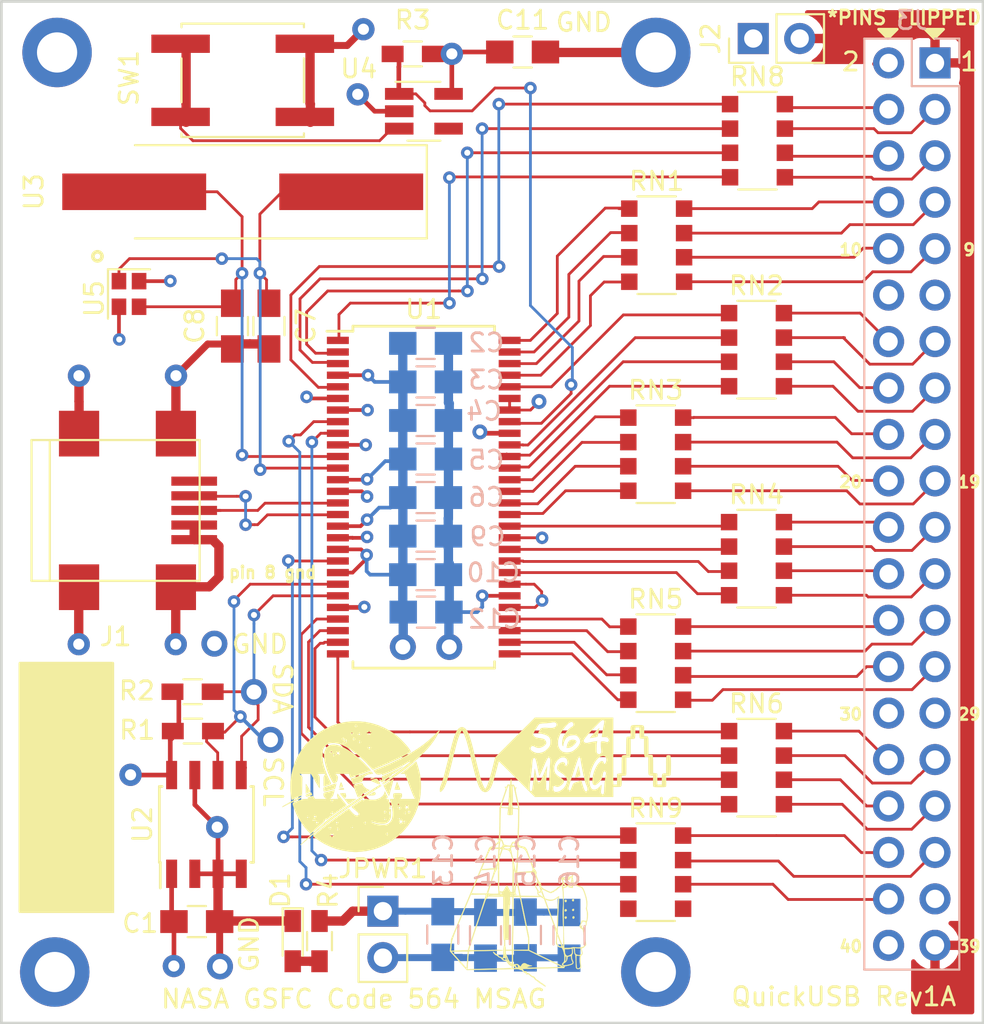
<source format=kicad_pcb>
(kicad_pcb (version 20171130) (host pcbnew "(5.1.4)-1")

  (general
    (thickness 1.6)
    (drawings 28)
    (tracks 604)
    (zones 0)
    (modules 46)
    (nets 75)
  )

  (page A4)
  (layers
    (0 F.Cu mixed)
    (1 In1.Cu mixed hide)
    (2 In2.Cu mixed hide)
    (31 B.Cu mixed)
    (32 B.Adhes user hide)
    (33 F.Adhes user)
    (34 B.Paste user)
    (35 F.Paste user)
    (36 B.SilkS user)
    (37 F.SilkS user)
    (38 B.Mask user hide)
    (39 F.Mask user hide)
    (40 Dwgs.User user)
    (41 Cmts.User user)
    (42 Eco1.User user)
    (43 Eco2.User user)
    (44 Edge.Cuts user)
    (45 Margin user hide)
    (46 B.CrtYd user hide)
    (47 F.CrtYd user hide)
    (48 B.Fab user hide)
    (49 F.Fab user hide)
  )

  (setup
    (last_trace_width 0.2032)
    (user_trace_width 0.1524)
    (user_trace_width 0.2032)
    (user_trace_width 0.254)
    (user_trace_width 0.3048)
    (user_trace_width 0.381)
    (user_trace_width 0.508)
    (user_trace_width 0.635)
    (trace_clearance 0.1524)
    (zone_clearance 0.4064)
    (zone_45_only yes)
    (trace_min 0.1524)
    (via_size 0.6858)
    (via_drill 0.3302)
    (via_min_size 0.508)
    (via_min_drill 0.3048)
    (user_via 0.6858 0.3302)
    (user_via 0.8128 0.4064)
    (user_via 1.2192 0.6096)
    (user_via 1.4224 0.8128)
    (blind_buried_vias_allowed yes)
    (uvia_size 0.3302)
    (uvia_drill 0.2032)
    (uvias_allowed yes)
    (uvia_min_size 0.2032)
    (uvia_min_drill 0.1016)
    (edge_width 0.15)
    (segment_width 0.2)
    (pcb_text_width 0.3)
    (pcb_text_size 1.5 1.5)
    (mod_edge_width 0.15)
    (mod_text_size 1 1)
    (mod_text_width 0.15)
    (pad_size 3.8 3.8)
    (pad_drill 2.2)
    (pad_to_mask_clearance 0.2)
    (solder_mask_min_width 0.25)
    (aux_axis_origin 0 0)
    (visible_elements 7FFFFEE9)
    (pcbplotparams
      (layerselection 0x010fc_ffffffff)
      (usegerberextensions false)
      (usegerberattributes false)
      (usegerberadvancedattributes false)
      (creategerberjobfile false)
      (excludeedgelayer true)
      (linewidth 0.100000)
      (plotframeref false)
      (viasonmask false)
      (mode 1)
      (useauxorigin false)
      (hpglpennumber 1)
      (hpglpenspeed 20)
      (hpglpendiameter 15.000000)
      (psnegative false)
      (psa4output false)
      (plotreference true)
      (plotvalue true)
      (plotinvisibletext false)
      (padsonsilk false)
      (subtractmaskfromsilk false)
      (outputformat 3)
      (mirror false)
      (drillshape 0)
      (scaleselection 1)
      (outputdirectory "./gerbers"))
  )

  (net 0 "")
  (net 1 GND)
  (net 2 /SCL)
  (net 3 /SDA)
  (net 4 /FD12)
  (net 5 /FD11)
  (net 6 /FD10)
  (net 7 /FD9)
  (net 8 /FD8)
  (net 9 /PA7)
  (net 10 /PA6)
  (net 11 /PA5)
  (net 12 /PA4)
  (net 13 /PA3)
  (net 14 /PA2)
  (net 15 /PA1)
  (net 16 /PA0)
  (net 17 /CTL2)
  (net 18 /CTL1)
  (net 19 /FD7)
  (net 20 /FD6)
  (net 21 /FD5)
  (net 22 /FD4)
  (net 23 /FD12r)
  (net 24 /FD9r)
  (net 25 /FD10r)
  (net 26 /FD11r)
  (net 27 /FD8r)
  (net 28 /PA5r)
  (net 29 /PA6r)
  (net 30 /PA7r)
  (net 31 /PA4r)
  (net 32 /PA1r)
  (net 33 /PA2r)
  (net 34 /PA3r)
  (net 35 /PA0r)
  (net 36 /CMD_DATA)
  (net 37 /CMD_DATAr)
  (net 38 /REnr)
  (net 39 /WEnr)
  (net 40 /FD7r)
  (net 41 /FD4r)
  (net 42 /FD5r)
  (net 43 /FD6r)
  (net 44 /FD3)
  (net 45 /FD3r)
  (net 46 /FD2)
  (net 47 /FD1)
  (net 48 /FD0)
  (net 49 /FD0r)
  (net 50 /FD1r)
  (net 51 /FD2r)
  (net 52 /CY_CLK)
  (net 53 /CY_CLKr)
  (net 54 /FD13)
  (net 55 /FD14)
  (net 56 /FD15r)
  (net 57 /FD14r)
  (net 58 /FD13r)
  (net 59 /IFCLKr)
  (net 60 /WR_FULLnr)
  (net 61 /RD_EMPTYnr)
  (net 62 /IFCLK)
  (net 63 /RD_EMPTYn)
  (net 64 /WR_FULLn)
  (net 65 /DMINUS)
  (net 66 /DPLUS)
  (net 67 /XTALOUT)
  (net 68 /XTALIN)
  (net 69 /RESET_N)
  (net 70 "Net-(SW1-Pad3)")
  (net 71 /FD15)
  (net 72 /FPGA_3.3V)
  (net 73 +3.3V)
  (net 74 "Net-(D1-Pad2)")

  (net_class Default "This is the default net class."
    (clearance 0.1524)
    (trace_width 0.1524)
    (via_dia 0.6858)
    (via_drill 0.3302)
    (uvia_dia 0.3302)
    (uvia_drill 0.2032)
    (add_net +3.3V)
    (add_net /CMD_DATA)
    (add_net /CMD_DATAr)
    (add_net /CTL1)
    (add_net /CTL2)
    (add_net /CY_CLK)
    (add_net /CY_CLKr)
    (add_net /DMINUS)
    (add_net /DPLUS)
    (add_net /FD0)
    (add_net /FD0r)
    (add_net /FD1)
    (add_net /FD10)
    (add_net /FD10r)
    (add_net /FD11)
    (add_net /FD11r)
    (add_net /FD12)
    (add_net /FD12r)
    (add_net /FD13)
    (add_net /FD13r)
    (add_net /FD14)
    (add_net /FD14r)
    (add_net /FD15)
    (add_net /FD15r)
    (add_net /FD1r)
    (add_net /FD2)
    (add_net /FD2r)
    (add_net /FD3)
    (add_net /FD3r)
    (add_net /FD4)
    (add_net /FD4r)
    (add_net /FD5)
    (add_net /FD5r)
    (add_net /FD6)
    (add_net /FD6r)
    (add_net /FD7)
    (add_net /FD7r)
    (add_net /FD8)
    (add_net /FD8r)
    (add_net /FD9)
    (add_net /FD9r)
    (add_net /FPGA_3.3V)
    (add_net /IFCLK)
    (add_net /IFCLKr)
    (add_net /PA0)
    (add_net /PA0r)
    (add_net /PA1)
    (add_net /PA1r)
    (add_net /PA2)
    (add_net /PA2r)
    (add_net /PA3)
    (add_net /PA3r)
    (add_net /PA4)
    (add_net /PA4r)
    (add_net /PA5)
    (add_net /PA5r)
    (add_net /PA6)
    (add_net /PA6r)
    (add_net /PA7)
    (add_net /PA7r)
    (add_net /RD_EMPTYn)
    (add_net /RD_EMPTYnr)
    (add_net /RESET_N)
    (add_net /REnr)
    (add_net /SCL)
    (add_net /SDA)
    (add_net /WEnr)
    (add_net /WR_FULLn)
    (add_net /WR_FULLnr)
    (add_net /XTALIN)
    (add_net /XTALOUT)
    (add_net GND)
    (add_net "Net-(D1-Pad2)")
    (add_net "Net-(SW1-Pad3)")
  )

  (net_class 10mil ""
    (clearance 0.1524)
    (trace_width 0.1524)
    (via_dia 0.8128)
    (via_drill 0.4064)
    (uvia_dia 0.3048)
    (uvia_drill 0.2032)
  )

  (net_class 15mil ""
    (clearance 0.1524)
    (trace_width 0.381)
    (via_dia 0.8128)
    (via_drill 0.4064)
    (uvia_dia 0.3048)
    (uvia_drill 0.2032)
  )

  (net_class 20mil ""
    (clearance 0.1524)
    (trace_width 0.508)
    (via_dia 1.2192)
    (via_drill 0.6096)
    (uvia_dia 0.3302)
    (uvia_drill 0.2032)
  )

  (net_class 25mil ""
    (clearance 0.1524)
    (trace_width 0.1524)
    (via_dia 1.4224)
    (via_drill 0.8128)
    (uvia_dia 0.3302)
    (uvia_drill 0.2032)
  )

  (net_class 6mil ""
    (clearance 0.1524)
    (trace_width 0.1524)
    (via_dia 0.6858)
    (via_drill 0.3302)
    (uvia_dia 0.3302)
    (uvia_drill 0.2032)
  )

  (net_class 8mil ""
    (clearance 0.1524)
    (trace_width 0.2032)
    (via_dia 0.6858)
    (via_drill 0.3302)
    (uvia_dia 0.3302)
    (uvia_drill 0.2032)
  )

  (module MSAG_Misc:Header_2x20_2.54mm_male (layer B.Cu) (tedit 5C02EEB4) (tstamp 5BB685AD)
    (at 189.6491 94.8055 180)
    (descr "Through hole straight pin header, 2x20, 2.54mm pitch, double rows")
    (tags "Through hole pin header THT 2x20 2.54mm double row")
    (path /5B92EB08)
    (fp_text reference J3 (at 1.27 2.33 180) (layer B.SilkS)
      (effects (font (size 1 1) (thickness 0.15)) (justify mirror))
    )
    (fp_text value Conn_02x20_Odd_Even (at 1.27 -50.59 180) (layer B.Fab)
      (effects (font (size 1 1) (thickness 0.15)) (justify mirror))
    )
    (fp_text user %R (at 1.27 -24.13 90) (layer B.Fab)
      (effects (font (size 1 1) (thickness 0.15)) (justify mirror))
    )
    (fp_line (start 4.35 1.8) (end -1.8 1.8) (layer B.CrtYd) (width 0.05))
    (fp_line (start 4.35 -50.05) (end 4.35 1.8) (layer B.CrtYd) (width 0.05))
    (fp_line (start -1.8 -50.05) (end 4.35 -50.05) (layer B.CrtYd) (width 0.05))
    (fp_line (start -1.8 1.8) (end -1.8 -50.05) (layer B.CrtYd) (width 0.05))
    (fp_line (start -1.33 1.33) (end 0 1.33) (layer B.SilkS) (width 0.12))
    (fp_line (start -1.33 0) (end -1.33 1.33) (layer B.SilkS) (width 0.12))
    (fp_line (start 1.27 1.33) (end 3.87 1.33) (layer B.SilkS) (width 0.12))
    (fp_line (start 1.27 -1.27) (end 1.27 1.33) (layer B.SilkS) (width 0.12))
    (fp_line (start -1.33 -1.27) (end 1.27 -1.27) (layer B.SilkS) (width 0.12))
    (fp_line (start 3.87 1.33) (end 3.87 -49.59) (layer B.SilkS) (width 0.12))
    (fp_line (start -1.33 -1.27) (end -1.33 -49.59) (layer B.SilkS) (width 0.12))
    (fp_line (start -1.33 -49.59) (end 3.87 -49.59) (layer B.SilkS) (width 0.12))
    (fp_line (start -1.27 0) (end 0 1.27) (layer B.Fab) (width 0.1))
    (fp_line (start -1.27 -49.53) (end -1.27 0) (layer B.Fab) (width 0.1))
    (fp_line (start 3.81 -49.53) (end -1.27 -49.53) (layer B.Fab) (width 0.1))
    (fp_line (start 3.81 1.27) (end 3.81 -49.53) (layer B.Fab) (width 0.1))
    (fp_line (start 0 1.27) (end 3.81 1.27) (layer B.Fab) (width 0.1))
    (pad 40 thru_hole oval (at 2.54 -48.26 180) (size 1.7 1.7) (drill 1) (layers *.Cu *.Mask)
      (net 1 GND))
    (pad 39 thru_hole oval (at 0 -48.26 180) (size 1.7 1.7) (drill 1) (layers *.Cu *.Mask)
      (net 72 /FPGA_3.3V))
    (pad 38 thru_hole oval (at 2.54 -45.72 180) (size 1.7 1.7) (drill 1) (layers *.Cu *.Mask)
      (net 61 /RD_EMPTYnr))
    (pad 37 thru_hole oval (at 0 -45.72 180) (size 1.7 1.7) (drill 1) (layers *.Cu *.Mask))
    (pad 36 thru_hole oval (at 2.54 -43.18 180) (size 1.7 1.7) (drill 1) (layers *.Cu *.Mask)
      (net 59 /IFCLKr))
    (pad 35 thru_hole oval (at 0 -43.18 180) (size 1.7 1.7) (drill 1) (layers *.Cu *.Mask)
      (net 60 /WR_FULLnr))
    (pad 34 thru_hole oval (at 2.54 -40.64 180) (size 1.7 1.7) (drill 1) (layers *.Cu *.Mask)
      (net 50 /FD1r))
    (pad 33 thru_hole oval (at 0 -40.64 180) (size 1.7 1.7) (drill 1) (layers *.Cu *.Mask)
      (net 49 /FD0r))
    (pad 32 thru_hole oval (at 2.54 -38.1 180) (size 1.7 1.7) (drill 1) (layers *.Cu *.Mask)
      (net 45 /FD3r))
    (pad 31 thru_hole oval (at 0 -38.1 180) (size 1.7 1.7) (drill 1) (layers *.Cu *.Mask)
      (net 51 /FD2r))
    (pad 30 thru_hole oval (at 2.54 -35.56 180) (size 1.7 1.7) (drill 1) (layers *.Cu *.Mask)
      (net 1 GND))
    (pad 29 thru_hole oval (at 0 -35.56 180) (size 1.7 1.7) (drill 1) (layers *.Cu *.Mask))
    (pad 28 thru_hole oval (at 2.54 -33.02 180) (size 1.7 1.7) (drill 1) (layers *.Cu *.Mask)
      (net 42 /FD5r))
    (pad 27 thru_hole oval (at 0 -33.02 180) (size 1.7 1.7) (drill 1) (layers *.Cu *.Mask)
      (net 41 /FD4r))
    (pad 26 thru_hole oval (at 2.54 -30.48 180) (size 1.7 1.7) (drill 1) (layers *.Cu *.Mask)
      (net 40 /FD7r))
    (pad 25 thru_hole oval (at 0 -30.48 180) (size 1.7 1.7) (drill 1) (layers *.Cu *.Mask)
      (net 43 /FD6r))
    (pad 24 thru_hole oval (at 2.54 -27.94 180) (size 1.7 1.7) (drill 1) (layers *.Cu *.Mask)
      (net 38 /REnr))
    (pad 23 thru_hole oval (at 0 -27.94 180) (size 1.7 1.7) (drill 1) (layers *.Cu *.Mask)
      (net 37 /CMD_DATAr))
    (pad 22 thru_hole oval (at 2.54 -25.4 180) (size 1.7 1.7) (drill 1) (layers *.Cu *.Mask)
      (net 35 /PA0r))
    (pad 21 thru_hole oval (at 0 -25.4 180) (size 1.7 1.7) (drill 1) (layers *.Cu *.Mask)
      (net 39 /WEnr))
    (pad 20 thru_hole oval (at 2.54 -22.86 180) (size 1.7 1.7) (drill 1) (layers *.Cu *.Mask)
      (net 33 /PA2r))
    (pad 19 thru_hole oval (at 0 -22.86 180) (size 1.7 1.7) (drill 1) (layers *.Cu *.Mask)
      (net 32 /PA1r))
    (pad 18 thru_hole oval (at 2.54 -20.32 180) (size 1.7 1.7) (drill 1) (layers *.Cu *.Mask)
      (net 31 /PA4r))
    (pad 17 thru_hole oval (at 0 -20.32 180) (size 1.7 1.7) (drill 1) (layers *.Cu *.Mask)
      (net 34 /PA3r))
    (pad 16 thru_hole oval (at 2.54 -17.78 180) (size 1.7 1.7) (drill 1) (layers *.Cu *.Mask)
      (net 29 /PA6r))
    (pad 15 thru_hole oval (at 0 -17.78 180) (size 1.7 1.7) (drill 1) (layers *.Cu *.Mask)
      (net 28 /PA5r))
    (pad 14 thru_hole oval (at 2.54 -15.24 180) (size 1.7 1.7) (drill 1) (layers *.Cu *.Mask)
      (net 27 /FD8r))
    (pad 13 thru_hole oval (at 0 -15.24 180) (size 1.7 1.7) (drill 1) (layers *.Cu *.Mask)
      (net 30 /PA7r))
    (pad 12 thru_hole oval (at 2.54 -12.7 180) (size 1.7 1.7) (drill 1) (layers *.Cu *.Mask)
      (net 1 GND))
    (pad 11 thru_hole oval (at 0 -12.7 180) (size 1.7 1.7) (drill 1) (layers *.Cu *.Mask))
    (pad 10 thru_hole oval (at 2.54 -10.16 180) (size 1.7 1.7) (drill 1) (layers *.Cu *.Mask)
      (net 25 /FD10r))
    (pad 9 thru_hole oval (at 0 -10.16 180) (size 1.7 1.7) (drill 1) (layers *.Cu *.Mask)
      (net 24 /FD9r))
    (pad 8 thru_hole oval (at 2.54 -7.62 180) (size 1.7 1.7) (drill 1) (layers *.Cu *.Mask)
      (net 23 /FD12r))
    (pad 7 thru_hole oval (at 0 -7.62 180) (size 1.7 1.7) (drill 1) (layers *.Cu *.Mask)
      (net 26 /FD11r))
    (pad 6 thru_hole oval (at 2.54 -5.08 180) (size 1.7 1.7) (drill 1) (layers *.Cu *.Mask)
      (net 57 /FD14r))
    (pad 5 thru_hole oval (at 0 -5.08 180) (size 1.7 1.7) (drill 1) (layers *.Cu *.Mask)
      (net 58 /FD13r))
    (pad 4 thru_hole oval (at 2.54 -2.54 180) (size 1.7 1.7) (drill 1) (layers *.Cu *.Mask)
      (net 53 /CY_CLKr))
    (pad 3 thru_hole oval (at 0 -2.54 180) (size 1.7 1.7) (drill 1) (layers *.Cu *.Mask)
      (net 56 /FD15r))
    (pad 2 thru_hole oval (at 2.54 0 180) (size 1.7 1.7) (drill 1) (layers *.Cu *.Mask)
      (net 1 GND))
    (pad 1 thru_hole rect (at 0 0 180) (size 1.7 1.7) (drill 1) (layers *.Cu *.Mask)
      (net 72 /FPGA_3.3V))
    (model ${MSAG}/MSAG_KiCad3d/ESQ-120-12-G-D.step
      (offset (xyz 1.269999980926514 -24.12999963760376 1.904999971389771))
      (scale (xyz 1 1 1))
      (rotate (xyz -90 0 90))
    )
  )

  (module MSAG_Misc:nasa_logo_0.3inB (layer F.Cu) (tedit 0) (tstamp 5BCC8ADA)
    (at 158.242 134.366)
    (fp_text reference G*** (at 0 0) (layer F.SilkS) hide
      (effects (font (size 1.524 1.524) (thickness 0.3)))
    )
    (fp_text value LOGO (at 0.75 0) (layer F.SilkS) hide
      (effects (font (size 1.524 1.524) (thickness 0.3)))
    )
    (fp_poly (pts (xy 0.758918 -0.474637) (xy 0.746735 -0.457785) (xy 0.699112 -0.434241) (xy 0.649014 -0.416616)
      (xy 0.575221 -0.393982) (xy 0.532931 -0.383732) (xy 0.513464 -0.384932) (xy 0.508139 -0.396645)
      (xy 0.508 -0.401422) (xy 0.528409 -0.430552) (xy 0.586648 -0.456307) (xy 0.672041 -0.475653)
      (xy 0.73443 -0.481644) (xy 0.758918 -0.474637)) (layer F.SilkS) (width 0.01))
    (fp_poly (pts (xy 2.30586 -1.07404) (xy 2.140309 -0.944659) (xy 1.999737 -0.839605) (xy 1.885549 -0.759841)
      (xy 1.799152 -0.70633) (xy 1.741951 -0.680035) (xy 1.726519 -0.677334) (xy 1.687046 -0.673104)
      (xy 1.68389 -0.657846) (xy 1.689106 -0.650677) (xy 1.689309 -0.633809) (xy 1.667222 -0.605822)
      (xy 1.619457 -0.563704) (xy 1.542625 -0.504444) (xy 1.44299 -0.431934) (xy 1.348902 -0.364774)
      (xy 1.265899 -0.305927) (xy 1.200554 -0.260025) (xy 1.159441 -0.231696) (xy 1.149608 -0.225323)
      (xy 1.122938 -0.232926) (xy 1.08312 -0.273425) (xy 1.058632 -0.306482) (xy 1.019679 -0.36657)
      (xy 1.008184 -0.395468) (xy 1.024867 -0.394804) (xy 1.070445 -0.366204) (xy 1.081524 -0.358393)
      (xy 1.143 -0.314618) (xy 1.143 -0.542313) (xy 1.434041 -0.66514) (xy 1.564661 -0.722193)
      (xy 1.715501 -0.791128) (xy 1.869411 -0.863942) (xy 2.009239 -0.932631) (xy 2.032 -0.944148)
      (xy 2.131684 -0.994339) (xy 2.213874 -1.03468) (xy 2.273199 -1.062622) (xy 2.304288 -1.07562)
      (xy 2.30586 -1.07404)) (layer F.SilkS) (width 0.01))
    (fp_poly (pts (xy -1.293231 -2.249866) (xy -1.114634 -2.19004) (xy -0.921991 -2.101174) (xy -0.718512 -1.985284)
      (xy -0.507408 -1.844389) (xy -0.291889 -1.680506) (xy -0.075166 -1.495651) (xy 0.139551 -1.291842)
      (xy 0.349051 -1.071097) (xy 0.386804 -1.028763) (xy 0.534414 -0.86161) (xy 0.314832 -0.778999)
      (xy 0.240652 -0.751611) (xy 0.14474 -0.716963) (xy 0.033952 -0.67745) (xy -0.084861 -0.635464)
      (xy -0.204843 -0.5934) (xy -0.319142 -0.55365) (xy -0.420903 -0.518608) (xy -0.503274 -0.490668)
      (xy -0.559399 -0.472224) (xy -0.582368 -0.465667) (xy -0.592272 -0.483875) (xy -0.610307 -0.530638)
      (xy -0.624417 -0.5715) (xy -0.659569 -0.677334) (xy -1.402024 -0.677334) (xy -1.336012 -0.609816)
      (xy -1.295901 -0.562122) (xy -1.27576 -0.514645) (xy -1.273702 -0.455135) (xy -1.287836 -0.371342)
      (xy -1.294588 -0.341212) (xy -1.313067 -0.275567) (xy -1.33706 -0.237291) (xy -1.377705 -0.211794)
      (xy -1.40085 -0.202013) (xy -1.456478 -0.181472) (xy -1.495556 -0.170122) (xy -1.501709 -0.169334)
      (xy -1.521569 -0.186299) (xy -1.553736 -0.230367) (xy -1.584524 -0.280548) (xy -1.695083 -0.492203)
      (xy -1.795845 -0.720744) (xy -1.882545 -0.954471) (xy -1.950914 -1.181682) (xy -1.996684 -1.390676)
      (xy -2.002277 -1.426022) (xy -2.021074 -1.638128) (xy -2.017167 -1.708367) (xy -1.53824 -1.708367)
      (xy -1.522802 -1.678863) (xy -1.502834 -1.672167) (xy -1.475687 -1.687586) (xy -1.469944 -1.695178)
      (xy -1.467471 -1.727459) (xy -1.489866 -1.749116) (xy -1.520583 -1.746501) (xy -1.52639 -1.741745)
      (xy -1.53824 -1.708367) (xy -2.017167 -1.708367) (xy -2.011189 -1.815805) (xy -1.384755 -1.815805)
      (xy -1.371312 -1.803941) (xy -1.338792 -1.788777) (xy -1.285846 -1.75423) (xy -1.269172 -1.710231)
      (xy -1.266448 -1.683485) (xy -1.256896 -1.690957) (xy -1.238444 -1.730375) (xy -1.206789 -1.781166)
      (xy -1.163583 -1.800737) (xy -1.149314 -1.80205) (xy -1.109827 -1.804604) (xy -1.111155 -1.808361)
      (xy -1.143 -1.814661) (xy -1.2128 -1.840494) (xy -1.246974 -1.886986) (xy -1.251289 -1.912884)
      (xy -1.254032 -1.944067) (xy -1.259509 -1.933874) (xy -1.26415 -1.915584) (xy -1.294976 -1.849832)
      (xy -1.34624 -1.820994) (xy -1.362551 -1.819505) (xy -1.384755 -1.815805) (xy -2.011189 -1.815805)
      (xy -2.010886 -1.821249) (xy -1.996821 -1.876778) (xy -1.672167 -1.876778) (xy -1.658827 -1.836453)
      (xy -1.629698 -1.825124) (xy -1.601115 -1.844217) (xy -1.59124 -1.869713) (xy -1.600219 -1.898865)
      (xy -1.628282 -1.905) (xy -1.663458 -1.893603) (xy -1.672167 -1.876778) (xy -1.996821 -1.876778)
      (xy -1.97199 -1.974804) (xy -1.904666 -2.09821) (xy -1.809194 -2.190887) (xy -1.685851 -2.252251)
      (xy -1.595445 -2.274327) (xy -1.454571 -2.278634) (xy -1.293231 -2.249866)) (layer F.SilkS) (width 0.01))
    (fp_poly (pts (xy 4.306713 -3.0634) (xy 4.287142 -3.016432) (xy 4.249557 -2.94224) (xy 4.198761 -2.849256)
      (xy 4.139553 -2.745917) (xy 4.076736 -2.640655) (xy 4.01511 -2.541906) (xy 3.975498 -2.481539)
      (xy 3.819051 -2.269199) (xy 3.627901 -2.043423) (xy 3.406014 -1.808005) (xy 3.157355 -1.566742)
      (xy 2.885888 -1.323429) (xy 2.595579 -1.081862) (xy 2.290392 -0.845836) (xy 2.188245 -0.770648)
      (xy 2.063665 -0.680892) (xy 1.932389 -0.587737) (xy 1.799158 -0.494408) (xy 1.668713 -0.404129)
      (xy 1.545795 -0.320127) (xy 1.435144 -0.245624) (xy 1.3415 -0.183845) (xy 1.269606 -0.138017)
      (xy 1.2242 -0.111362) (xy 1.210868 -0.105834) (xy 1.185946 -0.122759) (xy 1.177405 -0.138296)
      (xy 1.18524 -0.170853) (xy 1.23066 -0.215278) (xy 1.262641 -0.238837) (xy 1.385315 -0.325489)
      (xy 1.520238 -0.422817) (xy 1.663473 -0.5278) (xy 1.811088 -0.637419) (xy 1.959148 -0.748653)
      (xy 2.103717 -0.858482) (xy 2.240863 -0.963885) (xy 2.366649 -1.061843) (xy 2.477142 -1.149335)
      (xy 2.568407 -1.223341) (xy 2.636509 -1.28084) (xy 2.677515 -1.318813) (xy 2.688166 -1.333117)
      (xy 2.682164 -1.351661) (xy 2.660884 -1.353619) (xy 2.61942 -1.337058) (xy 2.552864 -1.300042)
      (xy 2.460973 -1.243572) (xy 2.362408 -1.184198) (xy 2.240595 -1.114663) (xy 2.110384 -1.043257)
      (xy 1.986627 -0.978272) (xy 1.975942 -0.972833) (xy 1.871618 -0.921193) (xy 1.755053 -0.865636)
      (xy 1.632965 -0.809128) (xy 1.512068 -0.754634) (xy 1.399081 -0.705118) (xy 1.300718 -0.663547)
      (xy 1.223696 -0.632885) (xy 1.174732 -0.616098) (xy 1.162814 -0.613834) (xy 1.146772 -0.631595)
      (xy 1.143 -0.656655) (xy 1.140239 -0.684808) (xy 1.124347 -0.68561) (xy 1.089668 -0.664532)
      (xy 1.029904 -0.640867) (xy 0.949316 -0.639502) (xy 0.937961 -0.640677) (xy 0.887324 -0.648188)
      (xy 0.849147 -0.661964) (xy 0.814039 -0.689161) (xy 0.772611 -0.736933) (xy 0.719312 -0.807264)
      (xy 0.677813 -0.863112) (xy 0.799281 -0.911521) (xy 1.283528 -1.11094) (xy 1.728382 -1.307882)
      (xy 2.136588 -1.503977) (xy 2.510887 -1.700852) (xy 2.854021 -1.900136) (xy 3.168732 -2.103459)
      (xy 3.457763 -2.31245) (xy 3.723856 -2.528736) (xy 3.969753 -2.753947) (xy 4.070567 -2.854555)
      (xy 4.154565 -2.938786) (xy 4.223725 -3.004598) (xy 4.27429 -3.048668) (xy 4.302504 -3.067674)
      (xy 4.306713 -3.0634)) (layer F.SilkS) (width 0.01))
    (fp_poly (pts (xy 0.874924 -0.401887) (xy 0.914211 -0.363113) (xy 0.961536 -0.294029) (xy 0.974878 -0.273278)
      (xy 1.012162 -0.210649) (xy 1.026479 -0.171121) (xy 1.020919 -0.144427) (xy 1.015782 -0.137322)
      (xy 0.995772 -0.116008) (xy 0.974962 -0.109868) (xy 0.94108 -0.119937) (xy 0.881855 -0.147248)
      (xy 0.878416 -0.14889) (xy 0.810423 -0.179391) (xy 0.725322 -0.214967) (xy 0.66832 -0.237535)
      (xy 0.601991 -0.265937) (xy 0.553821 -0.292023) (xy 0.535556 -0.308334) (xy 0.550691 -0.324742)
      (xy 0.5974 -0.348125) (xy 0.666483 -0.374079) (xy 0.686451 -0.380541) (xy 0.772928 -0.406181)
      (xy 0.831791 -0.41477) (xy 0.874924 -0.401887)) (layer F.SilkS) (width 0.01))
    (fp_poly (pts (xy 0.560561 -0.793835) (xy 0.579516 -0.784825) (xy 0.59432 -0.768582) (xy 0.610072 -0.746116)
      (xy 0.610429 -0.745614) (xy 0.654989 -0.683035) (xy 0.518837 -0.672106) (xy 0.370289 -0.643296)
      (xy 0.250025 -0.583179) (xy 0.158456 -0.492084) (xy 0.095993 -0.370339) (xy 0.081694 -0.322942)
      (xy 0.062462 -0.264594) (xy 0.034483 -0.233053) (xy -0.017027 -0.213224) (xy -0.028934 -0.209999)
      (xy -0.095555 -0.192173) (xy -0.183012 -0.168499) (xy -0.264158 -0.14635) (xy -0.348458 -0.123569)
      (xy -0.400768 -0.111099) (xy -0.429864 -0.107833) (xy -0.444521 -0.112662) (xy -0.452354 -0.122583)
      (xy -0.464543 -0.149599) (xy -0.486691 -0.204588) (xy -0.514077 -0.275816) (xy -0.514955 -0.278145)
      (xy -0.567203 -0.416957) (xy -0.447644 -0.454289) (xy -0.390195 -0.473347) (xy -0.301545 -0.504145)
      (xy -0.190176 -0.543672) (xy -0.064566 -0.588917) (xy 0.066804 -0.636869) (xy 0.074083 -0.639545)
      (xy 0.225035 -0.695107) (xy 0.341239 -0.737385) (xy 0.427794 -0.767388) (xy 0.489799 -0.786126)
      (xy 0.532355 -0.794605) (xy 0.560561 -0.793835)) (layer F.SilkS) (width 0.01))
    (fp_poly (pts (xy -1.088185 -0.210219) (xy -1.069704 -0.178494) (xy -1.046933 -0.127) (xy -1.019705 -0.060397)
      (xy -1.001063 -0.00773) (xy -0.995684 0.01488) (xy -1.013469 0.036197) (xy -1.058734 0.057594)
      (xy -1.074209 0.062387) (xy -1.145177 0.080383) (xy -1.182107 0.080416) (xy -1.191518 0.056664)
      (xy -1.179926 0.003304) (xy -1.171733 -0.024725) (xy -1.141858 -0.12414) (xy -1.12049 -0.186134)
      (xy -1.103856 -0.213796) (xy -1.088185 -0.210219)) (layer F.SilkS) (width 0.01))
    (fp_poly (pts (xy 1.979787 -0.214151) (xy 2.003073 -0.163494) (xy 2.034728 -0.088425) (xy 2.071573 0.003417)
      (xy 2.110431 0.104394) (xy 2.128715 0.153458) (xy 2.131525 0.172758) (xy 2.116893 0.183924)
      (xy 2.076851 0.189115) (xy 2.00343 0.190489) (xy 1.991931 0.1905) (xy 1.911607 0.187601)
      (xy 1.858992 0.179636) (xy 1.8415 0.168553) (xy 1.847366 0.136781) (xy 1.862746 0.079002)
      (xy 1.884313 0.005768) (xy 1.908739 -0.07237) (xy 1.932697 -0.144858) (xy 1.95286 -0.201145)
      (xy 1.965899 -0.23068) (xy 1.968047 -0.232757) (xy 1.979787 -0.214151)) (layer F.SilkS) (width 0.01))
    (fp_poly (pts (xy -0.944124 0.118298) (xy -0.934208 0.154579) (xy -0.943468 0.176224) (xy -0.97881 0.186915)
      (xy -1.04714 0.190337) (xy -1.0795 0.1905) (xy -1.152524 0.187839) (xy -1.205442 0.180836)
      (xy -1.22755 0.170962) (xy -1.227667 0.170149) (xy -1.216577 0.155946) (xy -1.179702 0.140105)
      (xy -1.111637 0.120797) (xy -1.012916 0.097523) (xy -0.964845 0.096422) (xy -0.944124 0.118298)) (layer F.SilkS) (width 0.01))
    (fp_poly (pts (xy -1.354667 -0.143318) (xy -1.359788 -0.113321) (xy -1.372752 -0.057874) (xy -1.389962 0.009369)
      (xy -1.407821 0.07475) (xy -1.422733 0.124615) (xy -1.430566 0.144823) (xy -1.452194 0.152644)
      (xy -1.505996 0.168024) (xy -1.582969 0.188685) (xy -1.674114 0.212345) (xy -1.770429 0.236724)
      (xy -1.862914 0.259543) (xy -1.942567 0.27852) (xy -2.000388 0.291377) (xy -2.026709 0.295842)
      (xy -2.044319 0.276975) (xy -2.052408 0.218637) (xy -2.053051 0.185208) (xy -2.052935 0.074083)
      (xy -1.703801 -0.046679) (xy -1.58151 -0.087666) (xy -1.48073 -0.118814) (xy -1.406395 -0.138758)
      (xy -1.363438 -0.146132) (xy -1.354667 -0.143318)) (layer F.SilkS) (width 0.01))
    (fp_poly (pts (xy -3.001797 -0.109748) (xy -2.9713 -0.06407) (xy -2.932368 0.000914) (xy -2.889998 0.076085)
      (xy -2.84919 0.152325) (xy -2.814941 0.220514) (xy -2.79225 0.271534) (xy -2.786117 0.296265)
      (xy -2.786518 0.296861) (xy -2.815114 0.313883) (xy -2.869614 0.339061) (xy -2.915709 0.35801)
      (xy -3.026834 0.401548) (xy -3.026834 0.137274) (xy -3.026235 0.037104) (xy -3.024601 -0.045639)
      (xy -3.022174 -0.102936) (xy -3.019195 -0.126766) (xy -3.018858 -0.127) (xy -3.001797 -0.109748)) (layer F.SilkS) (width 0.01))
    (fp_poly (pts (xy 0.740031 0.321481) (xy 0.751416 0.327706) (xy 0.787809 0.370964) (xy 0.790097 0.422942)
      (xy 0.759311 0.468747) (xy 0.740833 0.480604) (xy 0.692838 0.494275) (xy 0.618983 0.503898)
      (xy 0.53975 0.507302) (xy 0.391583 0.507228) (xy 0.550333 0.404114) (xy 0.628124 0.354964)
      (xy 0.679941 0.326985) (xy 0.714378 0.316913) (xy 0.740031 0.321481)) (layer F.SilkS) (width 0.01))
    (fp_poly (pts (xy 1.768596 -0.372845) (xy 1.756458 -0.317166) (xy 1.73662 -0.23503) (xy 1.710983 -0.133577)
      (xy 1.681448 -0.01995) (xy 1.649918 0.098711) (xy 1.618294 0.215264) (xy 1.588477 0.322568)
      (xy 1.562369 0.413481) (xy 1.541872 0.480863) (xy 1.528888 0.517571) (xy 1.527322 0.520666)
      (xy 1.513953 0.510839) (xy 1.486144 0.468527) (xy 1.447301 0.39963) (xy 1.400831 0.310052)
      (xy 1.371937 0.251385) (xy 1.230458 -0.041146) (xy 1.495554 -0.223275) (xy 1.587984 -0.285678)
      (xy 1.667782 -0.337472) (xy 1.728702 -0.374767) (xy 1.764499 -0.393672) (xy 1.771131 -0.394924)
      (xy 1.768596 -0.372845)) (layer F.SilkS) (width 0.01))
    (fp_poly (pts (xy -2.697509 0.404568) (xy -2.67689 0.448888) (xy -2.670152 0.472833) (xy -2.670731 0.473806)
      (xy -2.694558 0.482611) (xy -2.746234 0.499417) (xy -2.813294 0.5204) (xy -2.883273 0.541733)
      (xy -2.943706 0.559591) (xy -2.982129 0.570148) (xy -2.989029 0.5715) (xy -3.005928 0.55476)
      (xy -3.013986 0.538018) (xy -3.024694 0.503194) (xy -3.021479 0.476724) (xy -2.998303 0.453214)
      (xy -2.949127 0.427268) (xy -2.867912 0.393492) (xy -2.839743 0.382343) (xy -2.731138 0.339535)
      (xy -2.697509 0.404568)) (layer F.SilkS) (width 0.01))
    (fp_poly (pts (xy 0.074883 -0.150337) (xy 0.091728 -0.107568) (xy 0.125886 -0.029267) (xy 0.192631 0.049855)
      (xy 0.283332 0.120956) (xy 0.352032 0.159149) (xy 0.468348 0.214175) (xy 0.336505 0.299389)
      (xy 0.264658 0.343612) (xy 0.216551 0.366064) (xy 0.182017 0.370323) (xy 0.156552 0.362683)
      (xy 0.121114 0.351778) (xy 0.106205 0.370183) (xy 0.101846 0.397299) (xy 0.084153 0.441868)
      (xy 0.037549 0.490708) (xy -0.019491 0.533834) (xy -0.080483 0.574685) (xy -0.128112 0.603516)
      (xy -0.151239 0.613833) (xy -0.17171 0.596953) (xy -0.197301 0.556289) (xy -0.197638 0.555625)
      (xy -0.216682 0.512798) (xy -0.244204 0.444476) (xy -0.277169 0.358952) (xy -0.312537 0.264521)
      (xy -0.347272 0.169477) (xy -0.378337 0.082113) (xy -0.402693 0.010724) (xy -0.417303 -0.036396)
      (xy -0.419846 -0.051138) (xy -0.394958 -0.060074) (xy -0.339387 -0.075995) (xy -0.263667 -0.096232)
      (xy -0.178332 -0.118117) (xy -0.093916 -0.138981) (xy -0.020954 -0.156156) (xy 0.03002 -0.166972)
      (xy 0.046739 -0.169334) (xy 0.074883 -0.150337)) (layer F.SilkS) (width 0.01))
    (fp_poly (pts (xy -0.830886 0.463461) (xy -0.820532 0.526473) (xy -0.831412 0.575532) (xy -0.851556 0.611628)
      (xy -0.88308 0.654697) (xy -0.90745 0.676626) (xy -0.910423 0.677333) (xy -0.930728 0.661861)
      (xy -0.969492 0.620724) (xy -1.0194 0.561844) (xy -1.035345 0.54204) (xy -1.085168 0.477955)
      (xy -1.122763 0.426797) (xy -1.141833 0.397232) (xy -1.143 0.393873) (xy -1.123638 0.387478)
      (xy -1.072753 0.38287) (xy -1.001146 0.381004) (xy -0.997409 0.381) (xy -0.851817 0.381)
      (xy -0.830886 0.463461)) (layer F.SilkS) (width 0.01))
    (fp_poly (pts (xy 0.224558 -3.517034) (xy 0.590136 -3.443633) (xy 0.94886 -3.331895) (xy 1.29774 -3.181872)
      (xy 1.633789 -2.993614) (xy 1.798799 -2.88323) (xy 1.904192 -2.803093) (xy 2.016203 -2.708282)
      (xy 2.131118 -2.602945) (xy 2.245225 -2.491226) (xy 2.354812 -2.377273) (xy 2.456166 -2.26523)
      (xy 2.545574 -2.159244) (xy 2.619325 -2.063461) (xy 2.673705 -1.982027) (xy 2.705002 -1.919087)
      (xy 2.709503 -1.878788) (xy 2.704801 -1.871468) (xy 2.669294 -1.846037) (xy 2.602364 -1.805682)
      (xy 2.510668 -1.753981) (xy 2.400858 -1.694507) (xy 2.279592 -1.630838) (xy 2.153523 -1.566548)
      (xy 2.029308 -1.505213) (xy 1.971742 -1.477609) (xy 1.87144 -1.431041) (xy 1.745517 -1.374101)
      (xy 1.601448 -1.310025) (xy 1.446705 -1.242052) (xy 1.288763 -1.173419) (xy 1.135096 -1.107364)
      (xy 0.993177 -1.047125) (xy 0.870482 -0.995939) (xy 0.774483 -0.957043) (xy 0.733427 -0.941185)
      (xy 0.630772 -0.902801) (xy 0.492194 -1.059943) (xy 0.242555 -1.327004) (xy -0.013816 -1.570654)
      (xy -0.27307 -1.788004) (xy -0.531355 -1.976169) (xy -0.742245 -2.106042) (xy 0.405516 -2.106042)
      (xy 0.419823 -2.071308) (xy 0.453096 -2.056365) (xy 0.460067 -2.057138) (xy 0.495393 -2.081546)
      (xy 0.504029 -2.101099) (xy 0.494346 -2.136732) (xy 0.461694 -2.15493) (xy 0.424575 -2.14677)
      (xy 0.4191 -2.142067) (xy 0.405516 -2.106042) (xy -0.742245 -2.106042) (xy -0.784822 -2.132262)
      (xy -1.02962 -2.253398) (xy -1.17475 -2.309476) (xy -1.295055 -2.340481) (xy -1.311423 -2.342673)
      (xy -0.972234 -2.342673) (xy -0.960132 -2.321854) (xy -0.934232 -2.316931) (xy -0.913685 -2.34115)
      (xy -0.910167 -2.361333) (xy -0.927138 -2.388305) (xy -0.941917 -2.391834) (xy -0.968542 -2.376049)
      (xy -0.972234 -2.342673) (xy -1.311423 -2.342673) (xy -1.427995 -2.358284) (xy -1.561421 -2.362684)
      (xy -1.683186 -2.353479) (xy -1.781142 -2.330469) (xy -1.80595 -2.319923) (xy -1.925925 -2.237618)
      (xy -2.022305 -2.124751) (xy -2.061885 -2.053405) (xy -2.080068 -2.00876) (xy -2.092552 -1.961148)
      (xy -2.100355 -1.90154) (xy -2.104497 -1.820908) (xy -2.105995 -1.710222) (xy -2.106084 -1.661584)
      (xy -2.104655 -1.525551) (xy -2.099483 -1.418826) (xy -2.089239 -1.32845) (xy -2.072596 -1.241467)
      (xy -2.05619 -1.17475) (xy -2.006519 -1.007991) (xy -1.940879 -0.820902) (xy -1.865422 -0.629249)
      (xy -1.786297 -0.448797) (xy -1.722442 -0.319199) (xy -1.68364 -0.241007) (xy -1.656298 -0.176914)
      (xy -1.643977 -0.135805) (xy -1.645069 -0.126036) (xy -1.671613 -0.112764) (xy -1.727872 -0.090473)
      (xy -1.803311 -0.063258) (xy -1.830917 -0.053794) (xy -1.911916 -0.026201) (xy -1.9789 -0.003041)
      (xy -2.020596 0.011776) (xy -2.026709 0.014098) (xy -2.038021 0.008846) (xy -2.045813 -0.020817)
      (xy -2.050582 -0.079842) (xy -2.052826 -0.173185) (xy -2.053167 -0.249283) (xy -2.052643 -0.363191)
      (xy -2.050188 -0.443679) (xy -2.044473 -0.499658) (xy -2.034172 -0.540036) (xy -2.017958 -0.573723)
      (xy -2.000888 -0.600297) (xy -1.94861 -0.677334) (xy -2.159638 -0.677334) (xy -2.248346 -0.676261)
      (xy -2.318674 -0.67337) (xy -2.361647 -0.669149) (xy -2.370667 -0.665827) (xy -2.35766 -0.644264)
      (xy -2.325586 -0.605828) (xy -2.31775 -0.597251) (xy -2.29754 -0.573867) (xy -2.283264 -0.549512)
      (xy -2.273893 -0.516783) (xy -2.268396 -0.468274) (xy -2.265742 -0.396582) (xy -2.264899 -0.2943)
      (xy -2.264834 -0.217175) (xy -2.26536 -0.105667) (xy -2.26681 -0.010819) (xy -2.268994 0.060112)
      (xy -2.27172 0.099875) (xy -2.273346 0.105833) (xy -2.286071 0.088422) (xy -2.316869 0.039721)
      (xy -2.362516 -0.034975) (xy -2.419789 -0.130369) (xy -2.485464 -0.241166) (xy -2.511471 -0.285384)
      (xy -2.741084 -0.6766) (xy -3.055755 -0.676967) (xy -3.370427 -0.677334) (xy -3.293498 -0.592183)
      (xy -3.21657 -0.507033) (xy -3.222244 -0.008921) (xy -3.227917 0.489191) (xy -3.509377 0.624715)
      (xy -3.635508 0.683454) (xy -3.726273 0.7212) (xy -3.781275 0.737806) (xy -3.799836 0.734662)
      (xy -3.815456 0.670788) (xy -3.830707 0.57276) (xy -3.844683 0.448752) (xy -3.856478 0.30694)
      (xy -3.865188 0.155499) (xy -3.865962 0.137583) (xy -3.861168 -0.244312) (xy -3.815648 -0.618762)
      (xy -3.73073 -0.983189) (xy -3.60774 -1.335015) (xy -3.448004 -1.671661) (xy -3.252851 -1.990548)
      (xy -3.023607 -2.289099) (xy -2.911663 -2.406867) (xy -0.120074 -2.406867) (xy -0.104635 -2.377363)
      (xy -0.084667 -2.370667) (xy -0.05752 -2.386086) (xy -0.051777 -2.393678) (xy -0.049305 -2.425959)
      (xy -0.071699 -2.447616) (xy -0.102417 -2.445001) (xy -0.108223 -2.440245) (xy -0.120074 -2.406867)
      (xy -2.911663 -2.406867) (xy -2.851303 -2.470367) (xy -0.83974 -2.470367) (xy -0.824302 -2.440863)
      (xy -0.804334 -2.434167) (xy -0.777187 -2.449586) (xy -0.771444 -2.457178) (xy -0.768971 -2.489459)
      (xy -0.791366 -2.511116) (xy -0.822083 -2.508501) (xy -0.82789 -2.503745) (xy -0.83974 -2.470367)
      (xy -2.851303 -2.470367) (xy -2.782793 -2.54244) (xy -0.930275 -2.54244) (xy -0.925174 -2.510905)
      (xy -0.903112 -2.497667) (xy -0.867255 -2.506936) (xy -0.860962 -2.511595) (xy -0.859512 -2.536029)
      (xy -0.879915 -2.562259) (xy -0.906506 -2.572474) (xy -0.912565 -2.570268) (xy -0.930275 -2.54244)
      (xy -2.782793 -2.54244) (xy -2.7616 -2.564735) (xy -2.72854 -2.592917) (xy -1.016 -2.592917)
      (xy -0.998354 -2.56706) (xy -0.973667 -2.561167) (xy -0.939191 -2.574402) (xy -0.938428 -2.576201)
      (xy -0.437574 -2.576201) (xy -0.422135 -2.546696) (xy -0.402167 -2.54) (xy -0.37502 -2.555419)
      (xy -0.369277 -2.563011) (xy -0.366805 -2.595292) (xy -0.389199 -2.61695) (xy -0.419917 -2.614335)
      (xy -0.425723 -2.609578) (xy -0.437574 -2.576201) (xy -0.938428 -2.576201) (xy -0.931334 -2.592917)
      (xy -0.94898 -2.618774) (xy -0.973667 -2.624667) (xy -1.008143 -2.611432) (xy -1.016 -2.592917)
      (xy -2.72854 -2.592917) (xy -2.468155 -2.814876) (xy -2.438681 -2.836011) (xy -0.14376 -2.836011)
      (xy -0.13686 -2.813995) (xy -0.106928 -2.797083) (xy -0.070431 -2.807394) (xy -0.046988 -2.838891)
      (xy -0.046317 -2.841869) (xy -0.054302 -2.872217) (xy -0.081866 -2.878667) (xy -0.126927 -2.866267)
      (xy -0.14376 -2.836011) (xy -2.438681 -2.836011) (xy -2.370112 -2.885179) (xy -0.546494 -2.885179)
      (xy -0.541615 -2.86531) (xy -0.518717 -2.841283) (xy -0.491022 -2.850374) (xy -0.47122 -2.887148)
      (xy -0.469487 -2.8962) (xy -0.472376 -2.914966) (xy 0.300277 -2.914966) (xy 0.333622 -2.899354)
      (xy 0.354541 -2.895948) (xy 0.398425 -2.882003) (xy 0.417686 -2.844789) (xy 0.420797 -2.82575)
      (xy 0.428844 -2.76225) (xy 0.455647 -2.825452) (xy 0.493795 -2.879158) (xy 0.54285 -2.914455)
      (xy 0.60325 -2.940258) (xy 0.549275 -2.941212) (xy 0.484145 -2.958433) (xy 0.447905 -3.004877)
      (xy 0.441995 -3.036359) (xy 0.437514 -3.053096) (xy 0.428729 -3.028353) (xy 0.42602 -3.01625)
      (xy 0.406142 -2.967676) (xy 0.36613 -2.947762) (xy 0.354441 -2.946053) (xy 0.307212 -2.93311)
      (xy 0.300277 -2.914966) (xy -0.472376 -2.914966) (xy -0.475358 -2.934336) (xy -0.494696 -2.942167)
      (xy -0.534735 -2.925772) (xy -0.546494 -2.885179) (xy -2.370112 -2.885179) (xy -2.275393 -2.953098)
      (xy -1.945507 -3.149492) (xy -1.67393 -3.274007) (xy -0.316067 -3.274007) (xy -0.303965 -3.253187)
      (xy -0.278066 -3.248264) (xy -0.257518 -3.272483) (xy -0.254 -3.292666) (xy -0.270971 -3.319638)
      (xy -0.28575 -3.323167) (xy -0.312375 -3.307383) (xy -0.316067 -3.274007) (xy -1.67393 -3.274007)
      (xy -1.601557 -3.307189) (xy -1.246532 -3.426242) (xy -0.883419 -3.506702) (xy -0.515208 -3.548619)
      (xy -0.144886 -3.552046) (xy 0.224558 -3.517034)) (layer F.SilkS) (width 0.01))
    (fp_poly (pts (xy -0.465667 0.836083) (xy -0.545619 0.890682) (xy -0.612639 0.935025) (xy -0.659258 0.964266)
      (xy -0.67764 0.973666) (xy -0.696054 0.958273) (xy -0.733515 0.917281) (xy -0.783036 0.858474)
      (xy -0.801156 0.836083) (xy -0.911409 0.6985) (xy -0.266957 0.6985) (xy -0.465667 0.836083)) (layer F.SilkS) (width 0.01))
    (fp_poly (pts (xy -3.254572 0.576626) (xy -3.257574 0.588755) (xy -3.281825 0.624653) (xy -3.317677 0.658004)
      (xy -3.371561 0.69274) (xy -3.44991 0.732793) (xy -3.559155 0.782097) (xy -3.608917 0.803567)
      (xy -3.732706 0.858502) (xy -3.868721 0.922003) (xy -3.998313 0.98522) (xy -4.081046 1.027636)
      (xy -4.17868 1.0791) (xy -4.244992 1.113213) (xy -4.286026 1.132515) (xy -4.307828 1.139544)
      (xy -4.316447 1.136841) (xy -4.317927 1.127125) (xy -4.299852 1.109009) (xy -4.249472 1.075196)
      (xy -4.172427 1.02876) (xy -4.074356 0.972773) (xy -3.9609 0.91031) (xy -3.837699 0.844443)
      (xy -3.710391 0.778245) (xy -3.584617 0.714791) (xy -3.466017 0.657153) (xy -3.393633 0.623437)
      (xy -3.316061 0.589615) (xy -3.271257 0.574407) (xy -3.254572 0.576626)) (layer F.SilkS) (width 0.01))
    (fp_poly (pts (xy -1.454937 0.230331) (xy -1.46594 0.279924) (xy -1.484747 0.350845) (xy -1.491185 0.373474)
      (xy -1.521494 0.466707) (xy -1.553384 0.532884) (xy -1.594995 0.58677) (xy -1.625372 0.616891)
      (xy -1.712861 0.6985) (xy -1.479084 0.6985) (xy -1.386282 0.697168) (xy -1.312362 0.693556)
      (xy -1.265476 0.688236) (xy -1.253041 0.682625) (xy -1.267401 0.653702) (xy -1.289214 0.610161)
      (xy -1.307676 0.530342) (xy -1.303298 0.477052) (xy -1.288942 0.400531) (xy -1.196702 0.525832)
      (xy -1.144257 0.595204) (xy -1.074949 0.684303) (xy -0.998889 0.780227) (xy -0.943866 0.848434)
      (xy -0.883134 0.925622) (xy -0.835631 0.990998) (xy -0.806011 1.037781) (xy -0.798927 1.059191)
      (xy -0.799094 1.059357) (xy -0.820399 1.074676) (xy -0.871637 1.110304) (xy -0.947732 1.16275)
      (xy -1.043608 1.22852) (xy -1.15419 1.304123) (xy -1.227667 1.354238) (xy -1.35409 1.441047)
      (xy -1.47735 1.526888) (xy -1.590221 1.606638) (xy -1.685474 1.675173) (xy -1.755883 1.727369)
      (xy -1.776411 1.743268) (xy -1.847445 1.795862) (xy -1.896783 1.824514) (xy -1.920158 1.82681)
      (xy -1.92105 1.825101) (xy -1.946826 1.801883) (xy -1.962149 1.799166) (xy -1.985134 1.812419)
      (xy -1.984589 1.851545) (xy -1.98466 1.87301) (xy -1.995463 1.898433) (xy -2.020895 1.932067)
      (xy -2.064856 1.978164) (xy -2.131242 2.040978) (xy -2.223952 2.12476) (xy -2.283747 2.177927)
      (xy -2.385206 2.268419) (xy -2.480653 2.354603) (xy -2.563615 2.430554) (xy -2.627618 2.490348)
      (xy -2.665861 2.527714) (xy -2.710644 2.571468) (xy -2.743802 2.598845) (xy -2.753255 2.6035)
      (xy -2.773062 2.589058) (xy -2.814563 2.550218) (xy -2.870761 2.493709) (xy -2.908511 2.454239)
      (xy -3.154151 2.163183) (xy -3.277178 1.980121) (xy -2.472524 1.980121) (xy -2.469392 1.998827)
      (xy -2.440792 2.027558) (xy -2.401898 2.027497) (xy -2.379995 2.008802) (xy -2.379379 1.976802)
      (xy -2.403169 1.947377) (xy -2.436197 1.933613) (xy -2.457993 1.941526) (xy -2.472524 1.980121)
      (xy -3.277178 1.980121) (xy -3.351993 1.868799) (xy -2.61774 1.868799) (xy -2.602302 1.898304)
      (xy -2.582334 1.905) (xy -2.555187 1.889581) (xy -2.549444 1.881989) (xy -2.546971 1.849708)
      (xy -2.569366 1.82805) (xy -2.600083 1.830665) (xy -2.60589 1.835422) (xy -2.61774 1.868799)
      (xy -3.351993 1.868799) (xy -3.367447 1.845805) (xy -3.443913 1.700388) (xy -2.963334 1.700388)
      (xy -2.954065 1.736245) (xy -2.949406 1.742538) (xy -2.924972 1.743988) (xy -2.898742 1.723585)
      (xy -2.888527 1.696994) (xy -2.890733 1.690935) (xy -2.918561 1.673225) (xy -2.950096 1.678326)
      (xy -2.963334 1.700388) (xy -3.443913 1.700388) (xy -3.464296 1.661625) (xy -2.578984 1.661625)
      (xy -2.564677 1.696359) (xy -2.531404 1.711302) (xy -2.524433 1.710529) (xy -2.489107 1.686121)
      (xy -2.480471 1.666567) (xy -2.490154 1.630935) (xy -2.522806 1.612737) (xy -2.559925 1.620897)
      (xy -2.5654 1.6256) (xy -2.578984 1.661625) (xy -3.464296 1.661625) (xy -3.546612 1.505084)
      (xy -3.555853 1.481989) (xy -1.625427 1.481989) (xy -1.618526 1.504005) (xy -1.588594 1.520917)
      (xy -1.552097 1.510606) (xy -1.528655 1.479109) (xy -1.527983 1.476131) (xy -1.535969 1.445783)
      (xy -1.563533 1.439333) (xy -1.608594 1.451733) (xy -1.625427 1.481989) (xy -3.555853 1.481989)
      (xy -3.68281 1.164722) (xy -3.717368 1.060672) (xy -3.737464 0.989315) (xy -3.744061 0.943917)
      (xy -3.738118 0.917748) (xy -3.720597 0.904074) (xy -3.720042 0.903844) (xy -3.56673 0.84111)
      (xy -3.446471 0.792661) (xy -3.437762 0.789299) (xy -1.622907 0.789299) (xy -1.607469 0.818804)
      (xy -1.5875 0.8255) (xy -1.560353 0.810081) (xy -1.554611 0.802489) (xy -1.552138 0.770208)
      (xy -1.574533 0.74855) (xy -1.60525 0.751165) (xy -1.611056 0.755922) (xy -1.622907 0.789299)
      (xy -3.437762 0.789299) (xy -3.35318 0.756651) (xy -3.28077 0.731235) (xy -3.223155 0.714569)
      (xy -3.174248 0.704807) (xy -3.127963 0.700105) (xy -3.078213 0.698617) (xy -3.042635 0.6985)
      (xy -2.9589 0.698024) (xy -2.910785 0.695264) (xy -2.891576 0.688221) (xy -2.894562 0.674898)
      (xy -2.908302 0.658503) (xy -2.925352 0.636408) (xy -2.923473 0.620139) (xy -2.896192 0.603991)
      (xy -2.837031 0.582257) (xy -2.812223 0.573836) (xy -2.740088 0.550808) (xy -2.68203 0.534679)
      (xy -2.652573 0.529166) (xy -2.625919 0.545713) (xy -2.589624 0.587654) (xy -2.571751 0.613833)
      (xy -2.518303 0.6985) (xy -1.903589 0.6985) (xy -1.978378 0.623711) (xy -2.025896 0.569421)
      (xy -2.047862 0.519714) (xy -2.053167 0.455193) (xy -2.050843 0.396463) (xy -2.037249 0.365713)
      (xy -2.002454 0.348611) (xy -1.973792 0.340644) (xy -1.895732 0.320446) (xy -1.803885 0.297101)
      (xy -1.707293 0.272853) (xy -1.614994 0.249944) (xy -1.536031 0.230618) (xy -1.479444 0.217118)
      (xy -1.454273 0.211687) (xy -1.453949 0.211666) (xy -1.454937 0.230331)) (layer F.SilkS) (width 0.01))
    (fp_poly (pts (xy 1.080394 -0.075481) (xy 1.088116 -0.063162) (xy 1.09994 -0.027201) (xy 1.0987 -0.014505)
      (xy 1.079155 -0.001612) (xy 1.02947 0.030839) (xy 0.955011 0.079352) (xy 0.861143 0.140431)
      (xy 0.753233 0.210582) (xy 0.719666 0.232391) (xy 0.299056 0.507103) (xy -0.088232 0.763269)
      (xy -0.445613 1.003378) (xy -0.776504 1.229917) (xy -1.084322 1.445371) (xy -1.372483 1.652227)
      (xy -1.644403 1.852974) (xy -1.9035 2.050096) (xy -2.153189 2.246082) (xy -2.396887 2.443418)
      (xy -2.63801 2.644592) (xy -2.879976 2.852088) (xy -2.883168 2.854861) (xy -3.014172 2.968457)
      (xy -3.116745 3.056791) (xy -3.194246 3.12256) (xy -3.25003 3.168461) (xy -3.287454 3.197191)
      (xy -3.309876 3.211447) (xy -3.320652 3.213926) (xy -3.323167 3.208369) (xy -3.307938 3.190186)
      (xy -3.264686 3.14723) (xy -3.197067 3.082811) (xy -3.108735 3.000238) (xy -3.003345 2.902822)
      (xy -2.884552 2.793873) (xy -2.756009 2.6767) (xy -2.621373 2.554615) (xy -2.484298 2.430926)
      (xy -2.348438 2.308944) (xy -2.217448 2.19198) (xy -2.094984 2.083342) (xy -1.984699 1.986341)
      (xy -1.890248 1.904287) (xy -1.815286 1.840491) (xy -1.787032 1.817106) (xy -1.724708 1.768996)
      (xy -1.630861 1.700303) (xy -1.509368 1.61366) (xy -1.364108 1.511698) (xy -1.198958 1.397049)
      (xy -1.017797 1.272344) (xy -0.824501 1.140214) (xy -0.622949 1.003293) (xy -0.417019 0.86421)
      (xy -0.210588 0.725598) (xy -0.007534 0.590089) (xy 0.188264 0.460314) (xy 0.37293 0.338904)
      (xy 0.542585 0.228492) (xy 0.693352 0.131708) (xy 0.740833 0.101609) (xy 0.856902 0.028692)
      (xy 0.942449 -0.023669) (xy 1.002522 -0.057872) (xy 1.042171 -0.07631) (xy 1.066445 -0.081382)
      (xy 1.080394 -0.075481)) (layer F.SilkS) (width 0.01))
    (fp_poly (pts (xy 3.029575 -1.321468) (xy 3.052579 -1.260294) (xy 3.080938 -1.17708) (xy 3.111553 -1.081168)
      (xy 3.141325 -0.981902) (xy 3.161884 -0.908472) (xy 3.219575 -0.662026) (xy 3.256656 -0.42206)
      (xy 3.27469 -0.173995) (xy 3.275239 0.09675) (xy 3.274 0.137583) (xy 3.261759 0.36615)
      (xy 3.239938 0.568325) (xy 3.205798 0.75949) (xy 3.156602 0.955029) (xy 3.090923 1.166391)
      (xy 2.954285 1.510905) (xy 2.780027 1.840088) (xy 2.571188 2.15041) (xy 2.330801 2.438346)
      (xy 2.061904 2.700366) (xy 1.767532 2.932943) (xy 1.450722 3.13255) (xy 1.3546 3.184014)
      (xy 1.010408 3.340945) (xy 0.662526 3.458126) (xy 0.302923 3.537881) (xy -0.001533 3.576562)
      (xy -0.134392 3.587369) (xy -0.242515 3.593161) (xy -0.341169 3.593908) (xy -0.445623 3.589579)
      (xy -0.571144 3.580144) (xy -0.626334 3.575322) (xy -0.979629 3.523858) (xy -1.333604 3.433975)
      (xy -1.679842 3.3086) (xy -2.009928 3.150659) (xy -2.238572 3.014716) (xy -2.342447 2.944785)
      (xy -2.438299 2.875925) (xy -2.520156 2.812856) (xy -2.58205 2.760295) (xy -2.618012 2.722962)
      (xy -2.624667 2.709499) (xy -2.619701 2.70315) (xy -1.740124 2.70315) (xy -1.674396 2.716295)
      (xy -1.626763 2.733138) (xy -1.608359 2.76619) (xy -1.606212 2.788179) (xy -1.602962 2.822996)
      (xy -1.596861 2.817422) (xy -1.593351 2.804583) (xy -1.57425 2.755931) (xy -1.561464 2.735791)
      (xy -1.523323 2.712994) (xy -1.500242 2.709333) (xy -1.46728 2.699954) (xy -1.4605 2.688166)
      (xy -1.478109 2.67061) (xy -1.500242 2.667) (xy -1.552657 2.647617) (xy -1.575583 2.610713)
      (xy 1.400659 2.610713) (xy 1.405028 2.64022) (xy 1.432119 2.642174) (xy 1.464716 2.621617)
      (xy 1.471083 2.60321) (xy 1.45787 2.57625) (xy 1.430075 2.574706) (xy 1.405463 2.596686)
      (xy 1.400659 2.610713) (xy -1.575583 2.610713) (xy -1.587637 2.591311) (xy -1.593351 2.57175)
      (xy -1.600977 2.551086) (xy -1.605191 2.570138) (xy -1.606212 2.588646) (xy -1.619651 2.637567)
      (xy -1.662239 2.670084) (xy -1.674396 2.675513) (xy -1.740124 2.70315) (xy -2.619701 2.70315)
      (xy -2.608411 2.688716) (xy -2.562249 2.645612) (xy -2.490094 2.583334) (xy -2.395858 2.505027)
      (xy -2.283451 2.413837) (xy -2.197723 2.345528) (xy -1.320656 2.345528) (xy -1.300253 2.371758)
      (xy -1.273662 2.381973) (xy -1.267602 2.379767) (xy -1.25037 2.350668) (xy -1.248834 2.337667)
      (xy -1.264618 2.312023) (xy -1.297982 2.30879) (xy -1.319206 2.321094) (xy -1.320656 2.345528)
      (xy -2.197723 2.345528) (xy -2.156786 2.31291) (xy -2.103337 2.270966) (xy -1.72874 2.270966)
      (xy -1.713302 2.30047) (xy -1.693334 2.307166) (xy -1.666187 2.291748) (xy -1.660444 2.284155)
      (xy -1.658154 2.25425) (xy -0.508 2.25425) (xy -0.491057 2.282312) (xy -0.47625 2.286)
      (xy -0.448188 2.269056) (xy -0.4445 2.25425) (xy -0.461444 2.226187) (xy -0.47625 2.2225)
      (xy -0.504313 2.239443) (xy -0.508 2.25425) (xy -1.658154 2.25425) (xy -1.657971 2.251874)
      (xy -1.680366 2.230217) (xy -1.711083 2.232832) (xy -1.71689 2.237589) (xy -1.72874 2.270966)
      (xy -2.103337 2.270966) (xy -2.019775 2.205392) (xy -1.876329 2.094429) (xy -1.738887 1.989666)
      (xy -1.375834 1.989666) (xy -1.360867 2.025042) (xy -1.3335 2.032) (xy -1.298124 2.017032)
      (xy -1.293858 2.00025) (xy 0.1905 2.00025) (xy 0.208146 2.026107) (xy 0.232833 2.032)
      (xy 0.267309 2.018765) (xy 0.275166 2.00025) (xy 0.25752 1.974392) (xy 0.232833 1.9685)
      (xy 0.198357 1.981734) (xy 0.1905 2.00025) (xy -1.293858 2.00025) (xy -1.291167 1.989666)
      (xy -1.306134 1.95429) (xy -1.3335 1.947333) (xy -1.368877 1.9623) (xy -1.375834 1.989666)
      (xy -1.738887 1.989666) (xy -1.73036 1.983167) (xy -1.598084 1.883901) (xy -1.497865 1.80975)
      (xy 1.248833 1.80975) (xy 1.266479 1.835607) (xy 1.291166 1.8415) (xy 1.325642 1.828265)
      (xy 1.3335 1.80975) (xy 1.315853 1.783892) (xy 1.291166 1.778) (xy 1.25669 1.791234)
      (xy 1.248833 1.80975) (xy -1.497865 1.80975) (xy -1.458662 1.780745) (xy -1.318287 1.677999)
      (xy -1.181285 1.578729) (xy -1.051985 1.485999) (xy -0.934714 1.402876) (xy -0.833797 1.332424)
      (xy -0.753563 1.27771) (xy -0.698338 1.241798) (xy -0.672449 1.227753) (xy -0.671751 1.227666)
      (xy -0.655219 1.243091) (xy -0.619815 1.283969) (xy -0.572487 1.342202) (xy -0.561022 1.356719)
      (xy -0.466882 1.463905) (xy -0.376311 1.54318) (xy -0.293197 1.592467) (xy -0.221427 1.60969)
      (xy -0.164887 1.592772) (xy -0.148395 1.577191) (xy -0.129686 1.537217) (xy -0.138415 1.491013)
      (xy -0.159032 1.461053) (xy 1.522777 1.461053) (xy 1.538842 1.489453) (xy 1.572526 1.500179)
      (xy 1.60667 1.485904) (xy 1.61925 1.46021) (xy 1.601232 1.433054) (xy 1.571625 1.421986)
      (xy 1.533101 1.430758) (xy 1.522777 1.461053) (xy -0.159032 1.461053) (xy -0.177037 1.434891)
      (xy -0.225818 1.386965) (xy 1.256293 1.386965) (xy 1.258276 1.416322) (xy 1.287323 1.437301)
      (xy 1.319116 1.433788) (xy 1.3335 1.408832) (xy 1.319397 1.372007) (xy 1.310489 1.36411)
      (xy 1.278789 1.363154) (xy 1.256293 1.386965) (xy -0.225818 1.386965) (xy -0.248007 1.365165)
      (xy -0.340647 1.288457) (xy -0.42417 1.221138) (xy -0.477534 1.173904) (xy -0.504977 1.14216)
      (xy -0.510734 1.121313) (xy -0.504336 1.110932) (xy -0.470874 1.084197) (xy -0.412444 1.041896)
      (xy -0.336364 0.98891) (xy -0.249955 0.93012) (xy -0.160535 0.870408) (xy -0.075425 0.814653)
      (xy -0.001943 0.767738) (xy 0.05259 0.734543) (xy 0.080856 0.719949) (xy 0.082406 0.719666)
      (xy 0.101193 0.737443) (xy 0.105833 0.763628) (xy 0.108839 0.787505) (xy 0.122882 0.786406)
      (xy 0.155501 0.757743) (xy 0.172771 0.740651) (xy 0.223221 0.697587) (xy 0.264826 0.683526)
      (xy 0.29448 0.687053) (xy 0.404673 0.712613) (xy 0.489601 0.728442) (xy 0.564609 0.736754)
      (xy 0.645046 0.739765) (xy 0.660664 0.739911) (xy 0.804264 0.725646) (xy 0.941985 0.684079)
      (xy 1.066215 0.619849) (xy 1.169339 0.537598) (xy 1.243743 0.441967) (xy 1.27596 0.36485)
      (xy 1.301491 0.269391) (xy 1.379487 0.43632) (xy 1.457483 0.60325) (xy 1.400783 0.650769)
      (xy 1.344083 0.698289) (xy 1.420121 0.698394) (xy 1.49616 0.6985) (xy 1.551811 0.883708)
      (xy 1.578629 0.974552) (xy 1.602167 1.057136) (xy 1.618592 1.117912) (xy 1.622159 1.132416)
      (xy 1.629973 1.17425) (xy 1.622354 1.181786) (xy 1.600697 1.166122) (xy 1.563744 1.148276)
      (xy 1.541459 1.159407) (xy 1.526196 1.196757) (xy 1.542684 1.230494) (xy 1.581912 1.24557)
      (xy 1.592647 1.244896) (xy 1.613497 1.243516) (xy 1.627153 1.251083) (xy 1.635104 1.274752)
      (xy 1.638838 1.321674) (xy 1.639846 1.399002) (xy 1.639738 1.471083) (xy 1.638465 1.577664)
      (xy 1.634091 1.653455) (xy 1.624687 1.709981) (xy 1.60832 1.75877) (xy 1.583058 1.811346)
      (xy 1.58257 1.812284) (xy 1.508399 1.925525) (xy 1.422409 2.000417) (xy 1.320619 2.040214)
      (xy 1.298759 2.044138) (xy 1.156364 2.052282) (xy 0.994439 2.0398) (xy 0.829334 2.008535)
      (xy 0.731653 1.980227) (xy 0.642902 1.952859) (xy 0.579395 1.937952) (xy 0.544455 1.935326)
      (xy 0.541406 1.944802) (xy 0.57357 1.9662) (xy 0.615158 1.986519) (xy 0.825284 2.060387)
      (xy 1.062485 2.102858) (xy 1.155046 2.110537) (xy 1.254525 2.114845) (xy 1.325483 2.112622)
      (xy 1.381432 2.102387) (xy 1.435882 2.082665) (xy 1.444624 2.078855) (xy 1.539628 2.016643)
      (xy 1.617297 1.930386) (xy 2.021416 1.930386) (xy 2.074333 1.945046) (xy 2.120906 1.973915)
      (xy 2.15811 2.022311) (xy 2.179516 2.061337) (xy 2.190902 2.064711) (xy 2.197429 2.042583)
      (xy 2.21495 1.993779) (xy 2.227369 1.973791) (xy 2.264231 1.952922) (xy 2.313483 1.948452)
      (xy 2.353259 1.961193) (xy 2.360296 1.968845) (xy 2.383691 1.981186) (xy 2.405961 1.963145)
      (xy 2.413 1.934541) (xy 2.403495 1.914649) (xy 2.36855 1.912332) (xy 2.338684 1.917023)
      (xy 2.265668 1.917708) (xy 2.218072 1.890342) (xy 2.201333 1.838908) (xy 2.194024 1.803921)
      (xy 2.177341 1.803843) (xy 2.159145 1.834919) (xy 2.151591 1.862666) (xy 2.134404 1.909256)
      (xy 2.099612 1.926657) (xy 2.080154 1.928276) (xy 2.021416 1.930386) (xy 1.617297 1.930386)
      (xy 1.622209 1.924932) (xy 1.681673 1.816518) (xy 1.694074 1.780379) (xy 1.695542 1.772391)
      (xy 2.06091 1.772391) (xy 2.067853 1.785631) (xy 2.101504 1.799388) (xy 2.130916 1.786738)
      (xy 2.137833 1.767416) (xy 2.12153 1.739339) (xy 2.107332 1.735666) (xy 2.072686 1.747384)
      (xy 2.06091 1.772391) (xy 1.695542 1.772391) (xy 1.723477 1.620484) (xy 1.727127 1.469965)
      (xy 2.395572 1.469965) (xy 2.405799 1.498206) (xy 2.423583 1.502833) (xy 2.450272 1.487617)
      (xy 2.451303 1.465791) (xy 2.433662 1.435972) (xy 2.409411 1.44112) (xy 2.395572 1.469965)
      (xy 1.727127 1.469965) (xy 1.727999 1.434013) (xy 1.723223 1.384346) (xy 2.56929 1.384346)
      (xy 2.570554 1.416231) (xy 2.57061 1.416322) (xy 2.600442 1.43654) (xy 2.638342 1.436518)
      (xy 2.66437 1.418201) (xy 2.667 1.406919) (xy 2.649817 1.371951) (xy 2.633827 1.361775)
      (xy 2.595332 1.361922) (xy 2.56929 1.384346) (xy 1.723223 1.384346) (xy 1.708209 1.22822)
      (xy 1.697733 1.175788) (xy 2.057143 1.175788) (xy 2.060275 1.194493) (xy 2.088875 1.223224)
      (xy 2.127769 1.223163) (xy 2.149672 1.204468) (xy 2.150288 1.172469) (xy 2.137357 1.156475)
      (xy 2.36063 1.156475) (xy 2.379739 1.160692) (xy 2.398226 1.161711) (xy 2.444406 1.173241)
      (xy 2.473297 1.21086) (xy 2.482125 1.232958) (xy 2.506715 1.30175) (xy 2.518243 1.238427)
      (xy 2.53761 1.188705) (xy 2.580881 1.165148) (xy 2.593093 1.162377) (xy 2.62887 1.152967)
      (xy 2.632244 1.142771) (xy 2.600125 1.128123) (xy 2.550583 1.111914) (xy 2.52454 1.085301)
      (xy 2.518833 1.058997) (xy 2.510092 1.024243) (xy 2.497666 1.016) (xy 2.48011 1.033608)
      (xy 2.4765 1.055741) (xy 2.457117 1.108156) (xy 2.400811 1.143136) (xy 2.38125 1.14885)
      (xy 2.36063 1.156475) (xy 2.137357 1.156475) (xy 2.126497 1.143044) (xy 2.093469 1.129279)
      (xy 2.071673 1.137192) (xy 2.057143 1.175788) (xy 1.697733 1.175788) (xy 1.664677 1.010358)
      (xy 1.660279 0.994833) (xy 2.010833 0.994833) (xy 2.024068 1.029309) (xy 2.042583 1.037166)
      (xy 2.06844 1.01952) (xy 2.074333 0.994833) (xy 2.061098 0.960357) (xy 2.042583 0.9525)
      (xy 2.016726 0.970146) (xy 2.010833 0.994833) (xy 1.660279 0.994833) (xy 1.621806 0.859027)
      (xy 1.570829 0.6985) (xy 1.695581 0.6985) (xy 1.773848 0.694976) (xy 1.812655 0.683326)
      (xy 1.814371 0.661933) (xy 1.788583 0.635) (xy 1.765285 0.592056) (xy 1.757459 0.523627)
      (xy 1.766392 0.444113) (xy 1.770174 0.428625) (xy 1.778248 0.407188) (xy 1.794026 0.393382)
      (xy 1.825587 0.385535) (xy 1.881015 0.381973) (xy 1.96839 0.381025) (xy 2.00025 0.380999)
      (xy 2.098203 0.38151) (xy 2.161907 0.384157) (xy 2.199444 0.390613) (xy 2.218894 0.402551)
      (xy 2.228339 0.421644) (xy 2.230325 0.428625) (xy 2.242292 0.520582) (xy 2.220759 0.594609)
      (xy 2.186789 0.639133) (xy 2.129913 0.6985) (xy 2.546623 0.6985) (xy 2.674224 0.698042)
      (xy 2.786032 0.696765) (xy 2.87566 0.694815) (xy 2.93672 0.692337) (xy 2.962826 0.689476)
      (xy 2.963333 0.689007) (xy 2.950481 0.668597) (xy 2.919192 0.631661) (xy 2.915708 0.627857)
      (xy 2.895745 0.594323) (xy 2.863559 0.52546) (xy 2.821041 0.425851) (xy 2.77008 0.300078)
      (xy 2.712566 0.152723) (xy 2.650389 -0.011631) (xy 2.63592 -0.050567) (xy 2.403757 -0.677334)
      (xy 2.153879 -0.677334) (xy 2.394564 -0.859639) (xy 2.503511 -0.943496) (xy 2.620954 -1.036085)
      (xy 2.732586 -1.126013) (xy 2.822103 -1.200188) (xy 2.895959 -1.261742) (xy 2.957121 -1.310836)
      (xy 2.999026 -1.342329) (xy 3.015024 -1.351258) (xy 3.029575 -1.321468)) (layer F.SilkS) (width 0.01))
  )

  (module MSAG_Misc:LED_0603_HandSoldering (layer F.Cu) (tedit 595FC9C0) (tstamp 5BBCC061)
    (at 154.501701 142.83717 270)
    (descr "LED SMD 0603, hand soldering")
    (tags "LED 0603")
    (path /5BC29BE4)
    (attr smd)
    (fp_text reference D1 (at -2.78157 0.679301 270) (layer F.SilkS)
      (effects (font (size 1 1) (thickness 0.15)))
    )
    (fp_text value LED_Small_ALT (at 0 1.55 270) (layer F.Fab)
      (effects (font (size 1 1) (thickness 0.15)))
    )
    (fp_line (start -0.8 -0.4) (end -0.8 0.4) (layer F.Fab) (width 0.1))
    (fp_line (start 1.95 0.7) (end -1.96 0.7) (layer F.CrtYd) (width 0.05))
    (fp_line (start 1.95 0.7) (end 1.95 -0.7) (layer F.CrtYd) (width 0.05))
    (fp_line (start -1.96 -0.7) (end -1.96 0.7) (layer F.CrtYd) (width 0.05))
    (fp_line (start -1.96 -0.7) (end 1.95 -0.7) (layer F.CrtYd) (width 0.05))
    (fp_line (start -1.8 -0.55) (end 0.8 -0.55) (layer F.SilkS) (width 0.12))
    (fp_line (start -1.8 0.55) (end 0.8 0.55) (layer F.SilkS) (width 0.12))
    (fp_line (start -0.8 -0.4) (end 0.8 -0.4) (layer F.Fab) (width 0.1))
    (fp_line (start 0.8 -0.4) (end 0.8 0.4) (layer F.Fab) (width 0.1))
    (fp_line (start 0.8 0.4) (end -0.8 0.4) (layer F.Fab) (width 0.1))
    (fp_line (start 0.15 -0.2) (end 0.15 0.2) (layer F.Fab) (width 0.1))
    (fp_line (start 0.15 0.2) (end -0.15 0) (layer F.Fab) (width 0.1))
    (fp_line (start -0.15 0) (end 0.15 -0.2) (layer F.Fab) (width 0.1))
    (fp_line (start -0.2 -0.2) (end -0.2 0.2) (layer F.Fab) (width 0.1))
    (fp_line (start -1.8 -0.55) (end -1.8 0.55) (layer F.SilkS) (width 0.12))
    (pad 2 smd rect (at 1.1 0 270) (size 1.2 0.9) (layers F.Cu F.Paste F.Mask)
      (net 74 "Net-(D1-Pad2)"))
    (pad 1 smd rect (at -1.1 0 270) (size 1.2 0.9) (layers F.Cu F.Paste F.Mask)
      (net 1 GND))
    (model ${MSAG3D}/LEDs.3dshapes/LED_0603.wrl
      (at (xyz 0 0 0))
      (scale (xyz 1 1 1))
      (rotate (xyz 0 0 180))
    )
  )

  (module MSAG_Misc:R_0603_HandSoldering (layer F.Cu) (tedit 5BBB67BA) (tstamp 5BBCBFC0)
    (at 155.966701 142.83717 270)
    (descr "Resistor SMD 0603, hand soldering")
    (tags "resistor 0603")
    (path /5BC0E1D1)
    (attr smd)
    (fp_text reference R4 (at -2.75617 -0.471899 90) (layer F.SilkS)
      (effects (font (size 1 1) (thickness 0.15)))
    )
    (fp_text value 240 (at 0 1.55 270) (layer F.Fab)
      (effects (font (size 1 1) (thickness 0.15)))
    )
    (fp_line (start 1.95 0.7) (end -1.96 0.7) (layer F.CrtYd) (width 0.05))
    (fp_line (start 1.95 0.7) (end 1.95 -0.7) (layer F.CrtYd) (width 0.05))
    (fp_line (start -1.96 -0.7) (end -1.96 0.7) (layer F.CrtYd) (width 0.05))
    (fp_line (start -1.96 -0.7) (end 1.95 -0.7) (layer F.CrtYd) (width 0.05))
    (fp_line (start -0.5 -0.68) (end 0.5 -0.68) (layer F.SilkS) (width 0.12))
    (fp_line (start 0.5 0.68) (end -0.5 0.68) (layer F.SilkS) (width 0.12))
    (fp_line (start -0.8 -0.4) (end 0.8 -0.4) (layer F.Fab) (width 0.1))
    (fp_line (start 0.8 -0.4) (end 0.8 0.4) (layer F.Fab) (width 0.1))
    (fp_line (start 0.8 0.4) (end -0.8 0.4) (layer F.Fab) (width 0.1))
    (fp_line (start -0.8 0.4) (end -0.8 -0.4) (layer F.Fab) (width 0.1))
    (fp_text user %R (at 0 0 270) (layer F.Fab)
      (effects (font (size 0.4 0.4) (thickness 0.075)))
    )
    (pad 2 smd rect (at 1.1 0 270) (size 1.2 0.9) (layers F.Cu F.Paste F.Mask)
      (net 74 "Net-(D1-Pad2)"))
    (pad 1 smd rect (at -1.1 0 270) (size 1.2 0.9) (layers F.Cu F.Paste F.Mask)
      (net 73 +3.3V))
    (model ${MSAG3D}/Resistors_SMD.3dshapes/R_0603.wrl
      (at (xyz 0 0 0))
      (scale (xyz 1 1 1))
      (rotate (xyz 0 0 0))
    )
  )

  (module MSAG_Misc:Pin_Header_Straight_1x02_Pitch2.54mm (layer F.Cu) (tedit 5BBB6713) (tstamp 5BB7B08F)
    (at 159.4358 141.1986)
    (descr "Through hole straight pin header, 1x02, 2.54mm pitch, single row")
    (tags "Through hole pin header THT 1x02 2.54mm single row")
    (path /5BB4EC40)
    (fp_text reference JPWR1 (at 0 -2.33) (layer F.SilkS)
      (effects (font (size 1 1) (thickness 0.15)))
    )
    (fp_text value Conn_02x01 (at 0 4.87) (layer F.Fab)
      (effects (font (size 1 1) (thickness 0.15)))
    )
    (fp_line (start -0.635 -1.27) (end 1.27 -1.27) (layer F.Fab) (width 0.1))
    (fp_line (start 1.27 -1.27) (end 1.27 3.81) (layer F.Fab) (width 0.1))
    (fp_line (start 1.27 3.81) (end -1.27 3.81) (layer F.Fab) (width 0.1))
    (fp_line (start -1.27 3.81) (end -1.27 -0.635) (layer F.Fab) (width 0.1))
    (fp_line (start -1.27 -0.635) (end -0.635 -1.27) (layer F.Fab) (width 0.1))
    (fp_line (start -1.33 3.87) (end 1.33 3.87) (layer F.SilkS) (width 0.12))
    (fp_line (start -1.33 1.27) (end -1.33 3.87) (layer F.SilkS) (width 0.12))
    (fp_line (start 1.33 1.27) (end 1.33 3.87) (layer F.SilkS) (width 0.12))
    (fp_line (start -1.33 1.27) (end 1.33 1.27) (layer F.SilkS) (width 0.12))
    (fp_line (start -1.33 0) (end -1.33 -1.33) (layer F.SilkS) (width 0.12))
    (fp_line (start -1.33 -1.33) (end 0 -1.33) (layer F.SilkS) (width 0.12))
    (fp_line (start -1.8 -1.8) (end -1.8 4.35) (layer F.CrtYd) (width 0.05))
    (fp_line (start -1.8 4.35) (end 1.8 4.35) (layer F.CrtYd) (width 0.05))
    (fp_line (start 1.8 4.35) (end 1.8 -1.8) (layer F.CrtYd) (width 0.05))
    (fp_line (start 1.8 -1.8) (end -1.8 -1.8) (layer F.CrtYd) (width 0.05))
    (fp_text user %R (at 0 1.27 90) (layer F.Fab)
      (effects (font (size 1 1) (thickness 0.15)))
    )
    (pad 1 thru_hole rect (at 0 0) (size 1.7 1.7) (drill 1) (layers *.Cu *.Mask)
      (net 73 +3.3V))
    (pad 2 thru_hole oval (at 0 2.54) (size 1.7 1.7) (drill 1) (layers *.Cu *.Mask)
      (net 1 GND))
    (model ${MSAG3D}/Connector_PinHeader_2.54mm.3dshapes/PinHeader_1x02_P2.54mm_Vertical.wrl
      (at (xyz 0 0 0))
      (scale (xyz 1 1 1))
      (rotate (xyz 0 0 0))
    )
  )

  (module MSAG_Misc:Crystal_SMD_2016-4pin_2.0x1.6mm (layer F.Cu) (tedit 5BB7E0A1) (tstamp 5BB7B17D)
    (at 145.542 107.442 270)
    (descr "SMD Crystal SERIES SMD2016/4 http://www.q-crystal.com/upload/5/2015552223166229.pdf, 2.0x1.6mm^2 package")
    (tags "SMD SMT crystal")
    (path /5BB5F302)
    (attr smd)
    (fp_text reference U5 (at 0.254 1.905 270) (layer F.SilkS)
      (effects (font (size 1 1) (thickness 0.15)))
    )
    (fp_text value Crystal_GND24 (at 0 2 270) (layer F.Fab)
      (effects (font (size 1 1) (thickness 0.15)))
    )
    (fp_text user %R (at 0 0 270) (layer F.Fab)
      (effects (font (size 0.5 0.5) (thickness 0.075)))
    )
    (fp_line (start -0.9 -0.8) (end 0.9 -0.8) (layer F.Fab) (width 0.1))
    (fp_line (start 0.9 -0.8) (end 1 -0.7) (layer F.Fab) (width 0.1))
    (fp_line (start 1 -0.7) (end 1 0.7) (layer F.Fab) (width 0.1))
    (fp_line (start 1 0.7) (end 0.9 0.8) (layer F.Fab) (width 0.1))
    (fp_line (start 0.9 0.8) (end -0.9 0.8) (layer F.Fab) (width 0.1))
    (fp_line (start -0.9 0.8) (end -1 0.7) (layer F.Fab) (width 0.1))
    (fp_line (start -1 0.7) (end -1 -0.7) (layer F.Fab) (width 0.1))
    (fp_line (start -1 -0.7) (end -0.9 -0.8) (layer F.Fab) (width 0.1))
    (fp_line (start -1 0.3) (end -0.5 0.8) (layer F.Fab) (width 0.1))
    (fp_line (start -1.35 -1.15) (end -1.35 1.15) (layer F.SilkS) (width 0.12))
    (fp_line (start -1.35 1.15) (end 1.35 1.15) (layer F.SilkS) (width 0.12))
    (fp_line (start -1.4 -1.3) (end -1.4 1.3) (layer F.CrtYd) (width 0.05))
    (fp_line (start -1.4 1.3) (end 1.4 1.3) (layer F.CrtYd) (width 0.05))
    (fp_line (start 1.4 1.3) (end 1.4 -1.3) (layer F.CrtYd) (width 0.05))
    (fp_line (start 1.4 -1.3) (end -1.4 -1.3) (layer F.CrtYd) (width 0.05))
    (pad 1 smd rect (at -0.7 0.55 270) (size 0.9 0.8) (layers F.Cu F.Paste F.Mask)
      (net 68 /XTALIN))
    (pad 2 smd rect (at 0.7 0.55 270) (size 0.9 0.8) (layers F.Cu F.Paste F.Mask)
      (net 1 GND))
    (pad 3 smd rect (at 0.7 -0.55 270) (size 0.9 0.8) (layers F.Cu F.Paste F.Mask)
      (net 67 /XTALOUT))
    (pad 4 smd rect (at -0.7 -0.55 270) (size 0.9 0.8) (layers F.Cu F.Paste F.Mask)
      (net 1 GND))
    (model ${MSAG3D}/Crystals.3dshapes/Crystal_SMD_2520-4pin_2.5x2.0mm.wrl
      (at (xyz 0 0 0))
      (scale (xyz 1 1 1))
      (rotate (xyz 0 0 0))
    )
  )

  (module MSAG_Misc:Crystal_SMD_HC49-SD_HandSoldering (layer F.Cu) (tedit 5BB7E2FC) (tstamp 5BB7B461)
    (at 151.765 101.854 180)
    (descr "SMD Crystal HC-49-SD http://cdn-reichelt.de/documents/datenblatt/B400/xxx-HC49-SMD.pdf, hand-soldering, 11.4x4.7mm^2 package")
    (tags "SMD SMT crystal hand-soldering")
    (path /5AD8691E)
    (attr smd)
    (fp_text reference U3 (at 11.43 0 270) (layer F.SilkS)
      (effects (font (size 1 1) (thickness 0.15)))
    )
    (fp_text value Crystal (at 0 3.55 180) (layer F.Fab)
      (effects (font (size 1 1) (thickness 0.15)))
    )
    (fp_arc (start 3.015 0) (end 3.015 -2.115) (angle 180) (layer F.Fab) (width 0.1))
    (fp_arc (start -3.015 0) (end -3.015 -2.115) (angle -180) (layer F.Fab) (width 0.1))
    (fp_line (start 10.2 -2.6) (end -10.2 -2.6) (layer F.CrtYd) (width 0.05))
    (fp_line (start 10.2 2.6) (end 10.2 -2.6) (layer F.CrtYd) (width 0.05))
    (fp_line (start -10.2 2.6) (end 10.2 2.6) (layer F.CrtYd) (width 0.05))
    (fp_line (start -10.2 -2.6) (end -10.2 2.6) (layer F.CrtYd) (width 0.05))
    (fp_line (start -10.075 2.55) (end 5.9 2.55) (layer F.SilkS) (width 0.12))
    (fp_line (start -10.075 -2.55) (end -10.075 2.55) (layer F.SilkS) (width 0.12))
    (fp_line (start 5.9 -2.55) (end -10.075 -2.55) (layer F.SilkS) (width 0.12))
    (fp_line (start -3.015 2.115) (end 3.015 2.115) (layer F.Fab) (width 0.1))
    (fp_line (start -3.015 -2.115) (end 3.015 -2.115) (layer F.Fab) (width 0.1))
    (fp_line (start 5.7 -2.35) (end -5.7 -2.35) (layer F.Fab) (width 0.1))
    (fp_line (start 5.7 2.35) (end 5.7 -2.35) (layer F.Fab) (width 0.1))
    (fp_line (start -5.7 2.35) (end 5.7 2.35) (layer F.Fab) (width 0.1))
    (fp_line (start -5.7 -2.35) (end -5.7 2.35) (layer F.Fab) (width 0.1))
    (fp_text user %R (at 0 0 180) (layer F.Fab)
      (effects (font (size 1 1) (thickness 0.15)))
    )
    (pad 2 smd rect (at 5.9375 0 180) (size 7.875 2) (layers F.Cu F.Paste F.Mask)
      (net 67 /XTALOUT))
    (pad 1 smd rect (at -5.9375 0 180) (size 7.875 2) (layers F.Cu F.Paste F.Mask)
      (net 68 /XTALIN))
    (model C:/Users/gsuarezm/Documents/kicad/MSAG_KiCad/MSAG_KiCad3d/Crystals.3dshapes/Crystal_SMD_HC49-SD-2pin.wrl
      (at (xyz 0 0 0))
      (scale (xyz 1 1 1))
      (rotate (xyz 0 0 0))
    )
    (model ${MSAG}/MSAG_KiCad3d/Crystals.3dshapes/Crystal_SMD_HC49-SD-2pin.STEP
      (at (xyz 0 0 0))
      (scale (xyz 1 1 1))
      (rotate (xyz 0 0 0))
    )
  )

  (module MSAG_Misc:MountingHole_2.2mm_M2_ISO14580_Pad (layer F.Cu) (tedit 56D1B4CB) (tstamp 5BB7B0B9)
    (at 174.371 94.234 270)
    (descr "Mounting Hole 2.2mm, M2, ISO14580")
    (tags "mounting hole 2.2mm m2 iso14580")
    (path /5BB87252)
    (attr virtual)
    (fp_text reference MH3 (at 0 -2.9 270) (layer F.SilkS) hide
      (effects (font (size 1 1) (thickness 0.15)))
    )
    (fp_text value MountingHole (at 0 2.9 270) (layer F.Fab)
      (effects (font (size 1 1) (thickness 0.15)))
    )
    (fp_text user %R (at 0.3 0 270) (layer F.Fab)
      (effects (font (size 1 1) (thickness 0.15)))
    )
    (fp_circle (center 0 0) (end 1.9 0) (layer Cmts.User) (width 0.15))
    (fp_circle (center 0 0) (end 2.15 0) (layer F.CrtYd) (width 0.05))
    (pad 1 thru_hole circle (at 0 0 270) (size 3.8 3.8) (drill 2.2) (layers *.Cu *.Mask)
      (net 1 GND))
  )

  (module MSAG_Misc:MountingHole_2.2mm_M2_ISO14580_Pad (layer F.Cu) (tedit 56D1B4CB) (tstamp 5BB7B0B2)
    (at 141.605 94.234 180)
    (descr "Mounting Hole 2.2mm, M2, ISO14580")
    (tags "mounting hole 2.2mm m2 iso14580")
    (path /5BB99BCC)
    (attr virtual)
    (fp_text reference MH4 (at 0 -2.9 180) (layer F.SilkS) hide
      (effects (font (size 1 1) (thickness 0.15)))
    )
    (fp_text value MountingHole (at 0 2.9 180) (layer F.Fab)
      (effects (font (size 1 1) (thickness 0.15)))
    )
    (fp_text user %R (at 0.3 0 180) (layer F.Fab)
      (effects (font (size 1 1) (thickness 0.15)))
    )
    (fp_circle (center 0 0) (end 1.9 0) (layer Cmts.User) (width 0.15))
    (fp_circle (center 0 0) (end 2.15 0) (layer F.CrtYd) (width 0.05))
    (pad 1 thru_hole circle (at 0 0 180) (size 3.8 3.8) (drill 2.2) (layers *.Cu *.Mask)
      (net 1 GND))
  )

  (module MSAG_Misc:MountingHole_2.2mm_M2_ISO14580_Pad (layer F.Cu) (tedit 56D1B4CB) (tstamp 5BB7B0AB)
    (at 141.478 144.526)
    (descr "Mounting Hole 2.2mm, M2, ISO14580")
    (tags "mounting hole 2.2mm m2 iso14580")
    (path /5BB61E42)
    (attr virtual)
    (fp_text reference MH1 (at 0 -2.9) (layer F.SilkS) hide
      (effects (font (size 1 1) (thickness 0.15)))
    )
    (fp_text value MountingHole (at 0 2.9) (layer F.Fab)
      (effects (font (size 1 1) (thickness 0.15)))
    )
    (fp_text user %R (at 0.3 0) (layer F.Fab)
      (effects (font (size 1 1) (thickness 0.15)))
    )
    (fp_circle (center 0 0) (end 1.9 0) (layer Cmts.User) (width 0.15))
    (fp_circle (center 0 0) (end 2.15 0) (layer F.CrtYd) (width 0.05))
    (pad 1 thru_hole circle (at 0 0) (size 3.8 3.8) (drill 2.2) (layers *.Cu *.Mask)
      (net 1 GND))
  )

  (module MSAG_Misc:MountingHole_2.2mm_M2_ISO14580_Pad (layer F.Cu) (tedit 56D1B4CB) (tstamp 5BB7B0A4)
    (at 174.371 144.526 270)
    (descr "Mounting Hole 2.2mm, M2, ISO14580")
    (tags "mounting hole 2.2mm m2 iso14580")
    (path /5BB748E1)
    (attr virtual)
    (fp_text reference MH2 (at 0 -2.9 270) (layer F.SilkS) hide
      (effects (font (size 1 1) (thickness 0.15)))
    )
    (fp_text value MountingHole (at 0 2.9 270) (layer F.Fab)
      (effects (font (size 1 1) (thickness 0.15)))
    )
    (fp_text user %R (at 0.3 0 270) (layer F.Fab)
      (effects (font (size 1 1) (thickness 0.15)))
    )
    (fp_circle (center 0 0) (end 1.9 0) (layer Cmts.User) (width 0.15))
    (fp_circle (center 0 0) (end 2.15 0) (layer F.CrtYd) (width 0.05))
    (pad 1 thru_hole circle (at 0 0 270) (size 3.8 3.8) (drill 2.2) (layers *.Cu *.Mask)
      (net 1 GND))
  )

  (module MSAG_Misc:Pin_Header_Straight_1x02_Pitch2.54mm (layer F.Cu) (tedit 5BBB6713) (tstamp 5BB7B07A)
    (at 179.705 93.472 90)
    (descr "Through hole straight pin header, 1x02, 2.54mm pitch, single row")
    (tags "Through hole pin header THT 1x02 2.54mm single row")
    (path /5B98473A)
    (fp_text reference J2 (at 0 -2.33 90) (layer F.SilkS)
      (effects (font (size 1 1) (thickness 0.15)))
    )
    (fp_text value Conn_02x01 (at 0 4.87 90) (layer F.Fab)
      (effects (font (size 1 1) (thickness 0.15)))
    )
    (fp_line (start -0.635 -1.27) (end 1.27 -1.27) (layer F.Fab) (width 0.1))
    (fp_line (start 1.27 -1.27) (end 1.27 3.81) (layer F.Fab) (width 0.1))
    (fp_line (start 1.27 3.81) (end -1.27 3.81) (layer F.Fab) (width 0.1))
    (fp_line (start -1.27 3.81) (end -1.27 -0.635) (layer F.Fab) (width 0.1))
    (fp_line (start -1.27 -0.635) (end -0.635 -1.27) (layer F.Fab) (width 0.1))
    (fp_line (start -1.33 3.87) (end 1.33 3.87) (layer F.SilkS) (width 0.12))
    (fp_line (start -1.33 1.27) (end -1.33 3.87) (layer F.SilkS) (width 0.12))
    (fp_line (start 1.33 1.27) (end 1.33 3.87) (layer F.SilkS) (width 0.12))
    (fp_line (start -1.33 1.27) (end 1.33 1.27) (layer F.SilkS) (width 0.12))
    (fp_line (start -1.33 0) (end -1.33 -1.33) (layer F.SilkS) (width 0.12))
    (fp_line (start -1.33 -1.33) (end 0 -1.33) (layer F.SilkS) (width 0.12))
    (fp_line (start -1.8 -1.8) (end -1.8 4.35) (layer F.CrtYd) (width 0.05))
    (fp_line (start -1.8 4.35) (end 1.8 4.35) (layer F.CrtYd) (width 0.05))
    (fp_line (start 1.8 4.35) (end 1.8 -1.8) (layer F.CrtYd) (width 0.05))
    (fp_line (start 1.8 -1.8) (end -1.8 -1.8) (layer F.CrtYd) (width 0.05))
    (fp_text user %R (at 0 1.27 180) (layer F.Fab)
      (effects (font (size 1 1) (thickness 0.15)))
    )
    (pad 1 thru_hole rect (at 0 0 90) (size 1.7 1.7) (drill 1) (layers *.Cu *.Mask)
      (net 73 +3.3V))
    (pad 2 thru_hole oval (at 0 2.54 90) (size 1.7 1.7) (drill 1) (layers *.Cu *.Mask)
      (net 72 /FPGA_3.3V))
    (model ${MSAG3D}/Connector_PinHeader_2.54mm.3dshapes/PinHeader_1x02_P2.54mm_Vertical.wrl
      (at (xyz 0 0 0))
      (scale (xyz 1 1 1))
      (rotate (xyz 0 0 0))
    )
  )

  (module MSAG_Misc:R_0603_HandSoldering (layer F.Cu) (tedit 5BBB67BA) (tstamp 5BB7B06A)
    (at 149.03774 131.34848)
    (descr "Resistor SMD 0603, hand soldering")
    (tags "resistor 0603")
    (path /5AD896A9)
    (attr smd)
    (fp_text reference R1 (at -3.048 -0.053) (layer F.SilkS)
      (effects (font (size 1 1) (thickness 0.15)))
    )
    (fp_text value 2.2k (at 0 1.55) (layer F.Fab)
      (effects (font (size 1 1) (thickness 0.15)))
    )
    (fp_text user %R (at 0 0) (layer F.Fab)
      (effects (font (size 0.4 0.4) (thickness 0.075)))
    )
    (fp_line (start -0.8 0.4) (end -0.8 -0.4) (layer F.Fab) (width 0.1))
    (fp_line (start 0.8 0.4) (end -0.8 0.4) (layer F.Fab) (width 0.1))
    (fp_line (start 0.8 -0.4) (end 0.8 0.4) (layer F.Fab) (width 0.1))
    (fp_line (start -0.8 -0.4) (end 0.8 -0.4) (layer F.Fab) (width 0.1))
    (fp_line (start 0.5 0.68) (end -0.5 0.68) (layer F.SilkS) (width 0.12))
    (fp_line (start -0.5 -0.68) (end 0.5 -0.68) (layer F.SilkS) (width 0.12))
    (fp_line (start -1.96 -0.7) (end 1.95 -0.7) (layer F.CrtYd) (width 0.05))
    (fp_line (start -1.96 -0.7) (end -1.96 0.7) (layer F.CrtYd) (width 0.05))
    (fp_line (start 1.95 0.7) (end 1.95 -0.7) (layer F.CrtYd) (width 0.05))
    (fp_line (start 1.95 0.7) (end -1.96 0.7) (layer F.CrtYd) (width 0.05))
    (pad 1 smd rect (at -1.1 0) (size 1.2 0.9) (layers F.Cu F.Paste F.Mask)
      (net 73 +3.3V))
    (pad 2 smd rect (at 1.1 0) (size 1.2 0.9) (layers F.Cu F.Paste F.Mask)
      (net 2 /SCL))
    (model ${MSAG3D}/Resistors_SMD.3dshapes/R_0603.wrl
      (at (xyz 0 0 0))
      (scale (xyz 1 1 1))
      (rotate (xyz 0 0 0))
    )
  )

  (module MSAG_Misc:R_0603_HandSoldering (layer F.Cu) (tedit 5BBB67BA) (tstamp 5BB7B05A)
    (at 149.01926 129.1971)
    (descr "Resistor SMD 0603, hand soldering")
    (tags "resistor 0603")
    (path /5AD897EF)
    (attr smd)
    (fp_text reference R2 (at -3.048 -0.053) (layer F.SilkS)
      (effects (font (size 1 1) (thickness 0.15)))
    )
    (fp_text value 2.2k (at 0 1.55) (layer F.Fab)
      (effects (font (size 1 1) (thickness 0.15)))
    )
    (fp_text user %R (at 0 0) (layer F.Fab)
      (effects (font (size 0.4 0.4) (thickness 0.075)))
    )
    (fp_line (start -0.8 0.4) (end -0.8 -0.4) (layer F.Fab) (width 0.1))
    (fp_line (start 0.8 0.4) (end -0.8 0.4) (layer F.Fab) (width 0.1))
    (fp_line (start 0.8 -0.4) (end 0.8 0.4) (layer F.Fab) (width 0.1))
    (fp_line (start -0.8 -0.4) (end 0.8 -0.4) (layer F.Fab) (width 0.1))
    (fp_line (start 0.5 0.68) (end -0.5 0.68) (layer F.SilkS) (width 0.12))
    (fp_line (start -0.5 -0.68) (end 0.5 -0.68) (layer F.SilkS) (width 0.12))
    (fp_line (start -1.96 -0.7) (end 1.95 -0.7) (layer F.CrtYd) (width 0.05))
    (fp_line (start -1.96 -0.7) (end -1.96 0.7) (layer F.CrtYd) (width 0.05))
    (fp_line (start 1.95 0.7) (end 1.95 -0.7) (layer F.CrtYd) (width 0.05))
    (fp_line (start 1.95 0.7) (end -1.96 0.7) (layer F.CrtYd) (width 0.05))
    (pad 1 smd rect (at -1.1 0) (size 1.2 0.9) (layers F.Cu F.Paste F.Mask)
      (net 73 +3.3V))
    (pad 2 smd rect (at 1.1 0) (size 1.2 0.9) (layers F.Cu F.Paste F.Mask)
      (net 3 /SDA))
    (model ${MSAG3D}/Resistors_SMD.3dshapes/R_0603.wrl
      (at (xyz 0 0 0))
      (scale (xyz 1 1 1))
      (rotate (xyz 0 0 0))
    )
  )

  (module MSAG_Misc:R_0603_HandSoldering (layer F.Cu) (tedit 5BBB67BA) (tstamp 5BB7B04A)
    (at 161.06718 94.31528 180)
    (descr "Resistor SMD 0603, hand soldering")
    (tags "resistor 0603")
    (path /5BB819A9)
    (attr smd)
    (fp_text reference R3 (at 0 1.85928 180) (layer F.SilkS)
      (effects (font (size 1 1) (thickness 0.15)))
    )
    (fp_text value 10k (at 0 1.55 180) (layer F.Fab)
      (effects (font (size 1 1) (thickness 0.15)))
    )
    (fp_text user %R (at 0 0 180) (layer F.Fab)
      (effects (font (size 0.4 0.4) (thickness 0.075)))
    )
    (fp_line (start -0.8 0.4) (end -0.8 -0.4) (layer F.Fab) (width 0.1))
    (fp_line (start 0.8 0.4) (end -0.8 0.4) (layer F.Fab) (width 0.1))
    (fp_line (start 0.8 -0.4) (end 0.8 0.4) (layer F.Fab) (width 0.1))
    (fp_line (start -0.8 -0.4) (end 0.8 -0.4) (layer F.Fab) (width 0.1))
    (fp_line (start 0.5 0.68) (end -0.5 0.68) (layer F.SilkS) (width 0.12))
    (fp_line (start -0.5 -0.68) (end 0.5 -0.68) (layer F.SilkS) (width 0.12))
    (fp_line (start -1.96 -0.7) (end 1.95 -0.7) (layer F.CrtYd) (width 0.05))
    (fp_line (start -1.96 -0.7) (end -1.96 0.7) (layer F.CrtYd) (width 0.05))
    (fp_line (start 1.95 0.7) (end 1.95 -0.7) (layer F.CrtYd) (width 0.05))
    (fp_line (start 1.95 0.7) (end -1.96 0.7) (layer F.CrtYd) (width 0.05))
    (pad 1 smd rect (at -1.1 0 180) (size 1.2 0.9) (layers F.Cu F.Paste F.Mask)
      (net 73 +3.3V))
    (pad 2 smd rect (at 1.1 0 180) (size 1.2 0.9) (layers F.Cu F.Paste F.Mask)
      (net 69 /RESET_N))
    (model ${MSAG3D}/Resistors_SMD.3dshapes/R_0603.wrl
      (at (xyz 0 0 0))
      (scale (xyz 1 1 1))
      (rotate (xyz 0 0 0))
    )
  )

  (module MSAG_Misc:R_Array_Convex_4x1206 (layer F.Cu) (tedit 5BBB685C) (tstamp 5BB7B034)
    (at 179.88026 133.35)
    (descr "Chip Resistor Network, ROHM MNR34 (see mnr_g.pdf)")
    (tags "resistor array")
    (path /5AD885F0)
    (attr smd)
    (fp_text reference RN6 (at 0 -3.5) (layer F.SilkS)
      (effects (font (size 1 1) (thickness 0.15)))
    )
    (fp_text value 22 (at 0 3.5) (layer F.Fab)
      (effects (font (size 1 1) (thickness 0.15)))
    )
    (fp_text user %R (at 0 0 90) (layer F.Fab)
      (effects (font (size 0.7 0.7) (thickness 0.105)))
    )
    (fp_line (start -1.6 -2.6) (end -1.6 2.6) (layer F.Fab) (width 0.1))
    (fp_line (start -1.6 2.6) (end 1.6 2.6) (layer F.Fab) (width 0.1))
    (fp_line (start 1.6 2.6) (end 1.6 -2.6) (layer F.Fab) (width 0.1))
    (fp_line (start 1.6 -2.6) (end -1.6 -2.6) (layer F.Fab) (width 0.1))
    (fp_line (start 1.05 2.67) (end -1.05 2.67) (layer F.SilkS) (width 0.12))
    (fp_line (start 1.05 -2.67) (end -1.05 -2.67) (layer F.SilkS) (width 0.12))
    (fp_line (start -2.21 -2.85) (end 2.2 -2.85) (layer F.CrtYd) (width 0.05))
    (fp_line (start -2.21 -2.85) (end -2.21 2.85) (layer F.CrtYd) (width 0.05))
    (fp_line (start 2.2 2.85) (end 2.2 -2.85) (layer F.CrtYd) (width 0.05))
    (fp_line (start 2.2 2.85) (end -2.21 2.85) (layer F.CrtYd) (width 0.05))
    (pad 1 smd rect (at -1.5 -2) (size 0.9 0.9) (layers F.Cu F.Paste F.Mask)
      (net 44 /FD3))
    (pad 4 smd rect (at -1.5 2) (size 0.9 0.9) (layers F.Cu F.Paste F.Mask)
      (net 48 /FD0))
    (pad 2 smd rect (at -1.5 -0.66) (size 0.9 0.9) (layers F.Cu F.Paste F.Mask)
      (net 46 /FD2))
    (pad 3 smd rect (at -1.5 0.66) (size 0.9 0.9) (layers F.Cu F.Paste F.Mask)
      (net 47 /FD1))
    (pad 7 smd rect (at 1.5 -0.66) (size 0.9 0.9) (layers F.Cu F.Paste F.Mask)
      (net 51 /FD2r))
    (pad 8 smd rect (at 1.5 -2) (size 0.9 0.9) (layers F.Cu F.Paste F.Mask)
      (net 45 /FD3r))
    (pad 5 smd rect (at 1.5 2) (size 0.9 0.9) (layers F.Cu F.Paste F.Mask)
      (net 49 /FD0r))
    (pad 6 smd rect (at 1.5 0.66) (size 0.9 0.9) (layers F.Cu F.Paste F.Mask)
      (net 50 /FD1r))
    (model ${MSAG3D}/Resistors_SMD.3dshapes/R_Array_Convex_4x1206.wrl
      (at (xyz 0 0 0))
      (scale (xyz 1 1 1))
      (rotate (xyz 0 0 0))
    )
  )

  (module MSAG_Misc:R_Array_Convex_4x1206 (layer F.Cu) (tedit 5BBB685C) (tstamp 5BB7B01E)
    (at 174.36478 139.065)
    (descr "Chip Resistor Network, ROHM MNR34 (see mnr_g.pdf)")
    (tags "resistor array")
    (path /5BA96135)
    (attr smd)
    (fp_text reference RN9 (at 0 -3.5) (layer F.SilkS)
      (effects (font (size 1 1) (thickness 0.15)))
    )
    (fp_text value 22 (at 0 3.5) (layer F.Fab)
      (effects (font (size 1 1) (thickness 0.15)))
    )
    (fp_text user %R (at 0 0 90) (layer F.Fab)
      (effects (font (size 0.7 0.7) (thickness 0.105)))
    )
    (fp_line (start -1.6 -2.6) (end -1.6 2.6) (layer F.Fab) (width 0.1))
    (fp_line (start -1.6 2.6) (end 1.6 2.6) (layer F.Fab) (width 0.1))
    (fp_line (start 1.6 2.6) (end 1.6 -2.6) (layer F.Fab) (width 0.1))
    (fp_line (start 1.6 -2.6) (end -1.6 -2.6) (layer F.Fab) (width 0.1))
    (fp_line (start 1.05 2.67) (end -1.05 2.67) (layer F.SilkS) (width 0.12))
    (fp_line (start 1.05 -2.67) (end -1.05 -2.67) (layer F.SilkS) (width 0.12))
    (fp_line (start -2.21 -2.85) (end 2.2 -2.85) (layer F.CrtYd) (width 0.05))
    (fp_line (start -2.21 -2.85) (end -2.21 2.85) (layer F.CrtYd) (width 0.05))
    (fp_line (start 2.2 2.85) (end 2.2 -2.85) (layer F.CrtYd) (width 0.05))
    (fp_line (start 2.2 2.85) (end -2.21 2.85) (layer F.CrtYd) (width 0.05))
    (pad 1 smd rect (at -1.5 -2) (size 0.9 0.9) (layers F.Cu F.Paste F.Mask)
      (net 62 /IFCLK))
    (pad 4 smd rect (at -1.5 2) (size 0.9 0.9) (layers F.Cu F.Paste F.Mask))
    (pad 2 smd rect (at -1.5 -0.66) (size 0.9 0.9) (layers F.Cu F.Paste F.Mask)
      (net 64 /WR_FULLn))
    (pad 3 smd rect (at -1.5 0.66) (size 0.9 0.9) (layers F.Cu F.Paste F.Mask)
      (net 63 /RD_EMPTYn))
    (pad 7 smd rect (at 1.5 -0.66) (size 0.9 0.9) (layers F.Cu F.Paste F.Mask)
      (net 60 /WR_FULLnr))
    (pad 8 smd rect (at 1.5 -2) (size 0.9 0.9) (layers F.Cu F.Paste F.Mask)
      (net 59 /IFCLKr))
    (pad 5 smd rect (at 1.5 2) (size 0.9 0.9) (layers F.Cu F.Paste F.Mask))
    (pad 6 smd rect (at 1.5 0.66) (size 0.9 0.9) (layers F.Cu F.Paste F.Mask)
      (net 61 /RD_EMPTYnr))
    (model ${MSAG3D}/Resistors_SMD.3dshapes/R_Array_Convex_4x1206.wrl
      (at (xyz 0 0 0))
      (scale (xyz 1 1 1))
      (rotate (xyz 0 0 0))
    )
  )

  (module MSAG_Misc:R_Array_Convex_4x1206 (layer F.Cu) (tedit 5BBB685C) (tstamp 5BB7B008)
    (at 179.9336 99.06)
    (descr "Chip Resistor Network, ROHM MNR34 (see mnr_g.pdf)")
    (tags "resistor array")
    (path /5AD8874A)
    (attr smd)
    (fp_text reference RN8 (at 0 -3.5) (layer F.SilkS)
      (effects (font (size 1 1) (thickness 0.15)))
    )
    (fp_text value 22 (at 0 3.5) (layer F.Fab)
      (effects (font (size 1 1) (thickness 0.15)))
    )
    (fp_text user %R (at 0 0 90) (layer F.Fab)
      (effects (font (size 0.7 0.7) (thickness 0.105)))
    )
    (fp_line (start -1.6 -2.6) (end -1.6 2.6) (layer F.Fab) (width 0.1))
    (fp_line (start -1.6 2.6) (end 1.6 2.6) (layer F.Fab) (width 0.1))
    (fp_line (start 1.6 2.6) (end 1.6 -2.6) (layer F.Fab) (width 0.1))
    (fp_line (start 1.6 -2.6) (end -1.6 -2.6) (layer F.Fab) (width 0.1))
    (fp_line (start 1.05 2.67) (end -1.05 2.67) (layer F.SilkS) (width 0.12))
    (fp_line (start 1.05 -2.67) (end -1.05 -2.67) (layer F.SilkS) (width 0.12))
    (fp_line (start -2.21 -2.85) (end 2.2 -2.85) (layer F.CrtYd) (width 0.05))
    (fp_line (start -2.21 -2.85) (end -2.21 2.85) (layer F.CrtYd) (width 0.05))
    (fp_line (start 2.2 2.85) (end 2.2 -2.85) (layer F.CrtYd) (width 0.05))
    (fp_line (start 2.2 2.85) (end -2.21 2.85) (layer F.CrtYd) (width 0.05))
    (pad 1 smd rect (at -1.5 -2) (size 0.9 0.9) (layers F.Cu F.Paste F.Mask)
      (net 52 /CY_CLK))
    (pad 4 smd rect (at -1.5 2) (size 0.9 0.9) (layers F.Cu F.Paste F.Mask)
      (net 54 /FD13))
    (pad 2 smd rect (at -1.5 -0.66) (size 0.9 0.9) (layers F.Cu F.Paste F.Mask)
      (net 71 /FD15))
    (pad 3 smd rect (at -1.5 0.66) (size 0.9 0.9) (layers F.Cu F.Paste F.Mask)
      (net 55 /FD14))
    (pad 7 smd rect (at 1.5 -0.66) (size 0.9 0.9) (layers F.Cu F.Paste F.Mask)
      (net 56 /FD15r))
    (pad 8 smd rect (at 1.5 -2) (size 0.9 0.9) (layers F.Cu F.Paste F.Mask)
      (net 53 /CY_CLKr))
    (pad 5 smd rect (at 1.5 2) (size 0.9 0.9) (layers F.Cu F.Paste F.Mask)
      (net 58 /FD13r))
    (pad 6 smd rect (at 1.5 0.66) (size 0.9 0.9) (layers F.Cu F.Paste F.Mask)
      (net 57 /FD14r))
    (model ${MSAG3D}/Resistors_SMD.3dshapes/R_Array_Convex_4x1206.wrl
      (at (xyz 0 0 0))
      (scale (xyz 1 1 1))
      (rotate (xyz 0 0 0))
    )
  )

  (module MSAG_Misc:R_Array_Convex_4x1206 (layer F.Cu) (tedit 5BBB685C) (tstamp 5BB7AFF2)
    (at 174.36478 127.635)
    (descr "Chip Resistor Network, ROHM MNR34 (see mnr_g.pdf)")
    (tags "resistor array")
    (path /5AD885AD)
    (attr smd)
    (fp_text reference RN5 (at 0 -3.5) (layer F.SilkS)
      (effects (font (size 1 1) (thickness 0.15)))
    )
    (fp_text value 22 (at 0 3.5) (layer F.Fab)
      (effects (font (size 1 1) (thickness 0.15)))
    )
    (fp_text user %R (at 0 0 90) (layer F.Fab)
      (effects (font (size 0.7 0.7) (thickness 0.105)))
    )
    (fp_line (start -1.6 -2.6) (end -1.6 2.6) (layer F.Fab) (width 0.1))
    (fp_line (start -1.6 2.6) (end 1.6 2.6) (layer F.Fab) (width 0.1))
    (fp_line (start 1.6 2.6) (end 1.6 -2.6) (layer F.Fab) (width 0.1))
    (fp_line (start 1.6 -2.6) (end -1.6 -2.6) (layer F.Fab) (width 0.1))
    (fp_line (start 1.05 2.67) (end -1.05 2.67) (layer F.SilkS) (width 0.12))
    (fp_line (start 1.05 -2.67) (end -1.05 -2.67) (layer F.SilkS) (width 0.12))
    (fp_line (start -2.21 -2.85) (end 2.2 -2.85) (layer F.CrtYd) (width 0.05))
    (fp_line (start -2.21 -2.85) (end -2.21 2.85) (layer F.CrtYd) (width 0.05))
    (fp_line (start 2.2 2.85) (end 2.2 -2.85) (layer F.CrtYd) (width 0.05))
    (fp_line (start 2.2 2.85) (end -2.21 2.85) (layer F.CrtYd) (width 0.05))
    (pad 1 smd rect (at -1.5 -2) (size 0.9 0.9) (layers F.Cu F.Paste F.Mask)
      (net 19 /FD7))
    (pad 4 smd rect (at -1.5 2) (size 0.9 0.9) (layers F.Cu F.Paste F.Mask)
      (net 22 /FD4))
    (pad 2 smd rect (at -1.5 -0.66) (size 0.9 0.9) (layers F.Cu F.Paste F.Mask)
      (net 20 /FD6))
    (pad 3 smd rect (at -1.5 0.66) (size 0.9 0.9) (layers F.Cu F.Paste F.Mask)
      (net 21 /FD5))
    (pad 7 smd rect (at 1.5 -0.66) (size 0.9 0.9) (layers F.Cu F.Paste F.Mask)
      (net 43 /FD6r))
    (pad 8 smd rect (at 1.5 -2) (size 0.9 0.9) (layers F.Cu F.Paste F.Mask)
      (net 40 /FD7r))
    (pad 5 smd rect (at 1.5 2) (size 0.9 0.9) (layers F.Cu F.Paste F.Mask)
      (net 41 /FD4r))
    (pad 6 smd rect (at 1.5 0.66) (size 0.9 0.9) (layers F.Cu F.Paste F.Mask)
      (net 42 /FD5r))
    (model ${MSAG3D}/Resistors_SMD.3dshapes/R_Array_Convex_4x1206.wrl
      (at (xyz 0 0 0))
      (scale (xyz 1 1 1))
      (rotate (xyz 0 0 0))
    )
  )

  (module MSAG_Misc:R_Array_Convex_4x1206 (layer F.Cu) (tedit 5BBB685C) (tstamp 5BB7AFDC)
    (at 179.88026 121.92)
    (descr "Chip Resistor Network, ROHM MNR34 (see mnr_g.pdf)")
    (tags "resistor array")
    (path /5AD88551)
    (attr smd)
    (fp_text reference RN4 (at 0 -3.5) (layer F.SilkS)
      (effects (font (size 1 1) (thickness 0.15)))
    )
    (fp_text value 22 (at 0 3.5) (layer F.Fab)
      (effects (font (size 1 1) (thickness 0.15)))
    )
    (fp_text user %R (at 0 0 90) (layer F.Fab)
      (effects (font (size 0.7 0.7) (thickness 0.105)))
    )
    (fp_line (start -1.6 -2.6) (end -1.6 2.6) (layer F.Fab) (width 0.1))
    (fp_line (start -1.6 2.6) (end 1.6 2.6) (layer F.Fab) (width 0.1))
    (fp_line (start 1.6 2.6) (end 1.6 -2.6) (layer F.Fab) (width 0.1))
    (fp_line (start 1.6 -2.6) (end -1.6 -2.6) (layer F.Fab) (width 0.1))
    (fp_line (start 1.05 2.67) (end -1.05 2.67) (layer F.SilkS) (width 0.12))
    (fp_line (start 1.05 -2.67) (end -1.05 -2.67) (layer F.SilkS) (width 0.12))
    (fp_line (start -2.21 -2.85) (end 2.2 -2.85) (layer F.CrtYd) (width 0.05))
    (fp_line (start -2.21 -2.85) (end -2.21 2.85) (layer F.CrtYd) (width 0.05))
    (fp_line (start 2.2 2.85) (end 2.2 -2.85) (layer F.CrtYd) (width 0.05))
    (fp_line (start 2.2 2.85) (end -2.21 2.85) (layer F.CrtYd) (width 0.05))
    (pad 1 smd rect (at -1.5 -2) (size 0.9 0.9) (layers F.Cu F.Paste F.Mask)
      (net 16 /PA0))
    (pad 4 smd rect (at -1.5 2) (size 0.9 0.9) (layers F.Cu F.Paste F.Mask)
      (net 36 /CMD_DATA))
    (pad 2 smd rect (at -1.5 -0.66) (size 0.9 0.9) (layers F.Cu F.Paste F.Mask)
      (net 17 /CTL2))
    (pad 3 smd rect (at -1.5 0.66) (size 0.9 0.9) (layers F.Cu F.Paste F.Mask)
      (net 18 /CTL1))
    (pad 7 smd rect (at 1.5 -0.66) (size 0.9 0.9) (layers F.Cu F.Paste F.Mask)
      (net 39 /WEnr))
    (pad 8 smd rect (at 1.5 -2) (size 0.9 0.9) (layers F.Cu F.Paste F.Mask)
      (net 35 /PA0r))
    (pad 5 smd rect (at 1.5 2) (size 0.9 0.9) (layers F.Cu F.Paste F.Mask)
      (net 37 /CMD_DATAr))
    (pad 6 smd rect (at 1.5 0.66) (size 0.9 0.9) (layers F.Cu F.Paste F.Mask)
      (net 38 /REnr))
    (model ${MSAG3D}/Resistors_SMD.3dshapes/R_Array_Convex_4x1206.wrl
      (at (xyz 0 0 0))
      (scale (xyz 1 1 1))
      (rotate (xyz 0 0 0))
    )
  )

  (module MSAG_Misc:R_Array_Convex_4x1206 (layer F.Cu) (tedit 5BBB685C) (tstamp 5BB7AFC6)
    (at 174.41812 104.775)
    (descr "Chip Resistor Network, ROHM MNR34 (see mnr_g.pdf)")
    (tags "resistor array")
    (path /5AD7EDEA)
    (attr smd)
    (fp_text reference RN1 (at 0 -3.5) (layer F.SilkS)
      (effects (font (size 1 1) (thickness 0.15)))
    )
    (fp_text value 22 (at 0 3.5) (layer F.Fab)
      (effects (font (size 1 1) (thickness 0.15)))
    )
    (fp_text user %R (at 0 0 90) (layer F.Fab)
      (effects (font (size 0.7 0.7) (thickness 0.105)))
    )
    (fp_line (start -1.6 -2.6) (end -1.6 2.6) (layer F.Fab) (width 0.1))
    (fp_line (start -1.6 2.6) (end 1.6 2.6) (layer F.Fab) (width 0.1))
    (fp_line (start 1.6 2.6) (end 1.6 -2.6) (layer F.Fab) (width 0.1))
    (fp_line (start 1.6 -2.6) (end -1.6 -2.6) (layer F.Fab) (width 0.1))
    (fp_line (start 1.05 2.67) (end -1.05 2.67) (layer F.SilkS) (width 0.12))
    (fp_line (start 1.05 -2.67) (end -1.05 -2.67) (layer F.SilkS) (width 0.12))
    (fp_line (start -2.21 -2.85) (end 2.2 -2.85) (layer F.CrtYd) (width 0.05))
    (fp_line (start -2.21 -2.85) (end -2.21 2.85) (layer F.CrtYd) (width 0.05))
    (fp_line (start 2.2 2.85) (end 2.2 -2.85) (layer F.CrtYd) (width 0.05))
    (fp_line (start 2.2 2.85) (end -2.21 2.85) (layer F.CrtYd) (width 0.05))
    (pad 1 smd rect (at -1.5 -2) (size 0.9 0.9) (layers F.Cu F.Paste F.Mask)
      (net 4 /FD12))
    (pad 4 smd rect (at -1.5 2) (size 0.9 0.9) (layers F.Cu F.Paste F.Mask)
      (net 7 /FD9))
    (pad 2 smd rect (at -1.5 -0.66) (size 0.9 0.9) (layers F.Cu F.Paste F.Mask)
      (net 5 /FD11))
    (pad 3 smd rect (at -1.5 0.66) (size 0.9 0.9) (layers F.Cu F.Paste F.Mask)
      (net 6 /FD10))
    (pad 7 smd rect (at 1.5 -0.66) (size 0.9 0.9) (layers F.Cu F.Paste F.Mask)
      (net 26 /FD11r))
    (pad 8 smd rect (at 1.5 -2) (size 0.9 0.9) (layers F.Cu F.Paste F.Mask)
      (net 23 /FD12r))
    (pad 5 smd rect (at 1.5 2) (size 0.9 0.9) (layers F.Cu F.Paste F.Mask)
      (net 24 /FD9r))
    (pad 6 smd rect (at 1.5 0.66) (size 0.9 0.9) (layers F.Cu F.Paste F.Mask)
      (net 25 /FD10r))
    (model ${MSAG3D}/Resistors_SMD.3dshapes/R_Array_Convex_4x1206.wrl
      (at (xyz 0 0 0))
      (scale (xyz 1 1 1))
      (rotate (xyz 0 0 0))
    )
  )

  (module MSAG_Misc:R_Array_Convex_4x1206 (layer F.Cu) (tedit 5BBB685C) (tstamp 5BB7AFB0)
    (at 179.88026 110.49)
    (descr "Chip Resistor Network, ROHM MNR34 (see mnr_g.pdf)")
    (tags "resistor array")
    (path /5AD884A9)
    (attr smd)
    (fp_text reference RN2 (at 0 -3.5) (layer F.SilkS)
      (effects (font (size 1 1) (thickness 0.15)))
    )
    (fp_text value 22 (at 0 3.5) (layer F.Fab)
      (effects (font (size 1 1) (thickness 0.15)))
    )
    (fp_text user %R (at 0 0 90) (layer F.Fab)
      (effects (font (size 0.7 0.7) (thickness 0.105)))
    )
    (fp_line (start -1.6 -2.6) (end -1.6 2.6) (layer F.Fab) (width 0.1))
    (fp_line (start -1.6 2.6) (end 1.6 2.6) (layer F.Fab) (width 0.1))
    (fp_line (start 1.6 2.6) (end 1.6 -2.6) (layer F.Fab) (width 0.1))
    (fp_line (start 1.6 -2.6) (end -1.6 -2.6) (layer F.Fab) (width 0.1))
    (fp_line (start 1.05 2.67) (end -1.05 2.67) (layer F.SilkS) (width 0.12))
    (fp_line (start 1.05 -2.67) (end -1.05 -2.67) (layer F.SilkS) (width 0.12))
    (fp_line (start -2.21 -2.85) (end 2.2 -2.85) (layer F.CrtYd) (width 0.05))
    (fp_line (start -2.21 -2.85) (end -2.21 2.85) (layer F.CrtYd) (width 0.05))
    (fp_line (start 2.2 2.85) (end 2.2 -2.85) (layer F.CrtYd) (width 0.05))
    (fp_line (start 2.2 2.85) (end -2.21 2.85) (layer F.CrtYd) (width 0.05))
    (pad 1 smd rect (at -1.5 -2) (size 0.9 0.9) (layers F.Cu F.Paste F.Mask)
      (net 8 /FD8))
    (pad 4 smd rect (at -1.5 2) (size 0.9 0.9) (layers F.Cu F.Paste F.Mask)
      (net 11 /PA5))
    (pad 2 smd rect (at -1.5 -0.66) (size 0.9 0.9) (layers F.Cu F.Paste F.Mask)
      (net 9 /PA7))
    (pad 3 smd rect (at -1.5 0.66) (size 0.9 0.9) (layers F.Cu F.Paste F.Mask)
      (net 10 /PA6))
    (pad 7 smd rect (at 1.5 -0.66) (size 0.9 0.9) (layers F.Cu F.Paste F.Mask)
      (net 30 /PA7r))
    (pad 8 smd rect (at 1.5 -2) (size 0.9 0.9) (layers F.Cu F.Paste F.Mask)
      (net 27 /FD8r))
    (pad 5 smd rect (at 1.5 2) (size 0.9 0.9) (layers F.Cu F.Paste F.Mask)
      (net 28 /PA5r))
    (pad 6 smd rect (at 1.5 0.66) (size 0.9 0.9) (layers F.Cu F.Paste F.Mask)
      (net 29 /PA6r))
    (model ${MSAG3D}/Resistors_SMD.3dshapes/R_Array_Convex_4x1206.wrl
      (at (xyz 0 0 0))
      (scale (xyz 1 1 1))
      (rotate (xyz 0 0 0))
    )
  )

  (module MSAG_Misc:R_Array_Convex_4x1206 (layer F.Cu) (tedit 5BBB685C) (tstamp 5BB7AF9A)
    (at 174.36478 116.205)
    (descr "Chip Resistor Network, ROHM MNR34 (see mnr_g.pdf)")
    (tags "resistor array")
    (path /5AD8850E)
    (attr smd)
    (fp_text reference RN3 (at 0 -3.5) (layer F.SilkS)
      (effects (font (size 1 1) (thickness 0.15)))
    )
    (fp_text value 22 (at 0 3.5) (layer F.Fab)
      (effects (font (size 1 1) (thickness 0.15)))
    )
    (fp_text user %R (at 0 0 90) (layer F.Fab)
      (effects (font (size 0.7 0.7) (thickness 0.105)))
    )
    (fp_line (start -1.6 -2.6) (end -1.6 2.6) (layer F.Fab) (width 0.1))
    (fp_line (start -1.6 2.6) (end 1.6 2.6) (layer F.Fab) (width 0.1))
    (fp_line (start 1.6 2.6) (end 1.6 -2.6) (layer F.Fab) (width 0.1))
    (fp_line (start 1.6 -2.6) (end -1.6 -2.6) (layer F.Fab) (width 0.1))
    (fp_line (start 1.05 2.67) (end -1.05 2.67) (layer F.SilkS) (width 0.12))
    (fp_line (start 1.05 -2.67) (end -1.05 -2.67) (layer F.SilkS) (width 0.12))
    (fp_line (start -2.21 -2.85) (end 2.2 -2.85) (layer F.CrtYd) (width 0.05))
    (fp_line (start -2.21 -2.85) (end -2.21 2.85) (layer F.CrtYd) (width 0.05))
    (fp_line (start 2.2 2.85) (end 2.2 -2.85) (layer F.CrtYd) (width 0.05))
    (fp_line (start 2.2 2.85) (end -2.21 2.85) (layer F.CrtYd) (width 0.05))
    (pad 1 smd rect (at -1.5 -2) (size 0.9 0.9) (layers F.Cu F.Paste F.Mask)
      (net 12 /PA4))
    (pad 4 smd rect (at -1.5 2) (size 0.9 0.9) (layers F.Cu F.Paste F.Mask)
      (net 15 /PA1))
    (pad 2 smd rect (at -1.5 -0.66) (size 0.9 0.9) (layers F.Cu F.Paste F.Mask)
      (net 13 /PA3))
    (pad 3 smd rect (at -1.5 0.66) (size 0.9 0.9) (layers F.Cu F.Paste F.Mask)
      (net 14 /PA2))
    (pad 7 smd rect (at 1.5 -0.66) (size 0.9 0.9) (layers F.Cu F.Paste F.Mask)
      (net 34 /PA3r))
    (pad 8 smd rect (at 1.5 -2) (size 0.9 0.9) (layers F.Cu F.Paste F.Mask)
      (net 31 /PA4r))
    (pad 5 smd rect (at 1.5 2) (size 0.9 0.9) (layers F.Cu F.Paste F.Mask)
      (net 32 /PA1r))
    (pad 6 smd rect (at 1.5 0.66) (size 0.9 0.9) (layers F.Cu F.Paste F.Mask)
      (net 33 /PA2r))
    (model ${MSAG3D}/Resistors_SMD.3dshapes/R_Array_Convex_4x1206.wrl
      (at (xyz 0 0 0))
      (scale (xyz 1 1 1))
      (rotate (xyz 0 0 0))
    )
  )

  (module MSAG_Misc:SOIC-8_3.9x4.9mm_Pitch1.27mm (layer F.Cu) (tedit 5BBB68FA) (tstamp 5BB7AF7E)
    (at 149.77872 136.45388 90)
    (descr "8-Lead Plastic Small Outline (SN) - Narrow, 3.90 mm Body [SOIC] (see Microchip Packaging Specification 00000049BS.pdf)")
    (tags "SOIC 1.27")
    (path /5AD8753A)
    (attr smd)
    (fp_text reference U2 (at 0 -3.5 90) (layer F.SilkS)
      (effects (font (size 1 1) (thickness 0.15)))
    )
    (fp_text value 24LC128 (at 0 3.5 90) (layer F.Fab)
      (effects (font (size 1 1) (thickness 0.15)))
    )
    (fp_text user %R (at 0 0 90) (layer F.Fab)
      (effects (font (size 1 1) (thickness 0.15)))
    )
    (fp_line (start -0.95 -2.45) (end 1.95 -2.45) (layer F.Fab) (width 0.1))
    (fp_line (start 1.95 -2.45) (end 1.95 2.45) (layer F.Fab) (width 0.1))
    (fp_line (start 1.95 2.45) (end -1.95 2.45) (layer F.Fab) (width 0.1))
    (fp_line (start -1.95 2.45) (end -1.95 -1.45) (layer F.Fab) (width 0.1))
    (fp_line (start -1.95 -1.45) (end -0.95 -2.45) (layer F.Fab) (width 0.1))
    (fp_line (start -3.73 -2.7) (end -3.73 2.7) (layer F.CrtYd) (width 0.05))
    (fp_line (start 3.73 -2.7) (end 3.73 2.7) (layer F.CrtYd) (width 0.05))
    (fp_line (start -3.73 -2.7) (end 3.73 -2.7) (layer F.CrtYd) (width 0.05))
    (fp_line (start -3.73 2.7) (end 3.73 2.7) (layer F.CrtYd) (width 0.05))
    (fp_line (start -2.075 -2.575) (end -2.075 -2.525) (layer F.SilkS) (width 0.15))
    (fp_line (start 2.075 -2.575) (end 2.075 -2.43) (layer F.SilkS) (width 0.15))
    (fp_line (start 2.075 2.575) (end 2.075 2.43) (layer F.SilkS) (width 0.15))
    (fp_line (start -2.075 2.575) (end -2.075 2.43) (layer F.SilkS) (width 0.15))
    (fp_line (start -2.075 -2.575) (end 2.075 -2.575) (layer F.SilkS) (width 0.15))
    (fp_line (start -2.075 2.575) (end 2.075 2.575) (layer F.SilkS) (width 0.15))
    (fp_line (start -2.075 -2.525) (end -3.475 -2.525) (layer F.SilkS) (width 0.15))
    (pad 1 smd rect (at -2.7 -1.905 90) (size 1.55 0.6) (layers F.Cu F.Paste F.Mask)
      (net 73 +3.3V))
    (pad 2 smd rect (at -2.7 -0.635 90) (size 1.55 0.6) (layers F.Cu F.Paste F.Mask)
      (net 1 GND))
    (pad 3 smd rect (at -2.7 0.635 90) (size 1.55 0.6) (layers F.Cu F.Paste F.Mask)
      (net 1 GND))
    (pad 4 smd rect (at -2.7 1.905 90) (size 1.55 0.6) (layers F.Cu F.Paste F.Mask)
      (net 1 GND))
    (pad 5 smd rect (at 2.7 1.905 90) (size 1.55 0.6) (layers F.Cu F.Paste F.Mask)
      (net 3 /SDA))
    (pad 6 smd rect (at 2.7 0.635 90) (size 1.55 0.6) (layers F.Cu F.Paste F.Mask)
      (net 2 /SCL))
    (pad 7 smd rect (at 2.7 -0.635 90) (size 1.55 0.6) (layers F.Cu F.Paste F.Mask)
      (net 1 GND))
    (pad 8 smd rect (at 2.7 -1.905 90) (size 1.55 0.6) (layers F.Cu F.Paste F.Mask)
      (net 73 +3.3V))
    (model ${MSAG3D}/Housings_SOIC.3dshapes/SOIC-8_3.9x4.9mm_Pitch1.27mm.wrl
      (at (xyz 0 0 0))
      (scale (xyz 1 1 1))
      (rotate (xyz 0 0 0))
    )
  )

  (module MSAG_Misc:SOT-23-5_HandSoldering (layer F.Cu) (tedit 5BBB6937) (tstamp 5BB7AF6A)
    (at 161.67988 97.44964)
    (descr "5-pin SOT23 package")
    (tags "SOT-23-5 hand-soldering")
    (path /5BBB8AAD)
    (attr smd)
    (fp_text reference U4 (at -3.56488 -2.32664) (layer F.SilkS)
      (effects (font (size 1 1) (thickness 0.15)))
    )
    (fp_text value ADM8320 (at 0 2.9) (layer F.Fab)
      (effects (font (size 1 1) (thickness 0.15)))
    )
    (fp_text user %R (at 0 0 90) (layer F.Fab)
      (effects (font (size 0.5 0.5) (thickness 0.075)))
    )
    (fp_line (start -0.9 1.61) (end 0.9 1.61) (layer F.SilkS) (width 0.12))
    (fp_line (start 0.9 -1.61) (end -1.55 -1.61) (layer F.SilkS) (width 0.12))
    (fp_line (start -0.9 -0.9) (end -0.25 -1.55) (layer F.Fab) (width 0.1))
    (fp_line (start 0.9 -1.55) (end -0.25 -1.55) (layer F.Fab) (width 0.1))
    (fp_line (start -0.9 -0.9) (end -0.9 1.55) (layer F.Fab) (width 0.1))
    (fp_line (start 0.9 1.55) (end -0.9 1.55) (layer F.Fab) (width 0.1))
    (fp_line (start 0.9 -1.55) (end 0.9 1.55) (layer F.Fab) (width 0.1))
    (fp_line (start -2.38 -1.8) (end 2.38 -1.8) (layer F.CrtYd) (width 0.05))
    (fp_line (start -2.38 -1.8) (end -2.38 1.8) (layer F.CrtYd) (width 0.05))
    (fp_line (start 2.38 1.8) (end 2.38 -1.8) (layer F.CrtYd) (width 0.05))
    (fp_line (start 2.38 1.8) (end -2.38 1.8) (layer F.CrtYd) (width 0.05))
    (pad 1 smd rect (at -1.35 -0.95) (size 1.56 0.65) (layers F.Cu F.Paste F.Mask)
      (net 69 /RESET_N))
    (pad 2 smd rect (at -1.35 0) (size 1.56 0.65) (layers F.Cu F.Paste F.Mask)
      (net 1 GND))
    (pad 3 smd rect (at -1.35 0.95) (size 1.56 0.65) (layers F.Cu F.Paste F.Mask)
      (net 70 "Net-(SW1-Pad3)"))
    (pad 4 smd rect (at 1.35 0.95) (size 1.56 0.65) (layers F.Cu F.Paste F.Mask))
    (pad 5 smd rect (at 1.35 -0.95) (size 1.56 0.65) (layers F.Cu F.Paste F.Mask)
      (net 73 +3.3V))
    (model ${MSAG3D}/TO_SOT_Packages_SMD.3dshapes/SOT-23-5.wrl
      (at (xyz 0 0 0))
      (scale (xyz 1 1 1))
      (rotate (xyz 0 0 0))
    )
  )

  (module MSAG_Misc:SSOP-56_7.5x18.5mm_Pitch0.635mm (layer F.Cu) (tedit 5BBB69BC) (tstamp 5BB7AF1E)
    (at 161.670701 118.553701)
    (descr "SSOP56: plastic shrink small outline package; 56 leads; body width 7.5 mm; (see NXP SSOP-TSSOP-VSO-REFLOW.pdf and sot371-1_po.pdf)")
    (tags "SSOP 0.635")
    (path /5AD76763)
    (attr smd)
    (fp_text reference U1 (at 0 -10.275) (layer F.SilkS)
      (effects (font (size 1 1) (thickness 0.15)))
    )
    (fp_text value CY7C68013A-56PVXI (at 0 10.275) (layer F.Fab)
      (effects (font (size 1 1) (thickness 0.15)))
    )
    (fp_line (start -2.75 -9.25) (end 3.75 -9.25) (layer F.Fab) (width 0.15))
    (fp_line (start 3.75 -9.25) (end 3.75 9.25) (layer F.Fab) (width 0.15))
    (fp_line (start 3.75 9.25) (end -3.75 9.25) (layer F.Fab) (width 0.15))
    (fp_line (start -3.75 9.25) (end -3.75 -8.25) (layer F.Fab) (width 0.15))
    (fp_line (start -3.75 -8.25) (end -2.75 -9.25) (layer F.Fab) (width 0.15))
    (fp_line (start -5.55 -9.55) (end -5.55 9.55) (layer F.CrtYd) (width 0.05))
    (fp_line (start 5.55 -9.55) (end 5.55 9.55) (layer F.CrtYd) (width 0.05))
    (fp_line (start -5.55 -9.55) (end 5.55 -9.55) (layer F.CrtYd) (width 0.05))
    (fp_line (start -5.55 9.55) (end 5.55 9.55) (layer F.CrtYd) (width 0.05))
    (fp_line (start -3.875 -9.35) (end -3.875 -9.075) (layer F.SilkS) (width 0.15))
    (fp_line (start 3.875 -9.35) (end 3.875 -8.9975) (layer F.SilkS) (width 0.15))
    (fp_line (start 3.875 9.35) (end 3.875 8.9975) (layer F.SilkS) (width 0.15))
    (fp_line (start -3.875 9.35) (end -3.875 8.9975) (layer F.SilkS) (width 0.15))
    (fp_line (start -3.875 -9.35) (end 3.875 -9.35) (layer F.SilkS) (width 0.15))
    (fp_line (start -3.875 9.35) (end 3.875 9.35) (layer F.SilkS) (width 0.15))
    (fp_line (start -3.875 -9.075) (end -5.3 -9.075) (layer F.SilkS) (width 0.15))
    (fp_text user %R (at 0 0) (layer F.Fab)
      (effects (font (size 0.8 0.8) (thickness 0.15)))
    )
    (pad 1 smd rect (at -4.7 -8.5725) (size 1.2 0.4) (layers F.Cu F.Paste F.Mask)
      (net 54 /FD13))
    (pad 2 smd rect (at -4.7 -7.9375) (size 1.2 0.4) (layers F.Cu F.Paste F.Mask)
      (net 55 /FD14))
    (pad 3 smd rect (at -4.7 -7.3025) (size 1.2 0.4) (layers F.Cu F.Paste F.Mask)
      (net 71 /FD15))
    (pad 4 smd rect (at -4.7 -6.6675) (size 1.2 0.4) (layers F.Cu F.Paste F.Mask)
      (net 1 GND))
    (pad 5 smd rect (at -4.7 -6.0325) (size 1.2 0.4) (layers F.Cu F.Paste F.Mask)
      (net 52 /CY_CLK))
    (pad 6 smd rect (at -4.7 -5.3975) (size 1.2 0.4) (layers F.Cu F.Paste F.Mask)
      (net 73 +3.3V))
    (pad 7 smd rect (at -4.7 -4.7625) (size 1.2 0.4) (layers F.Cu F.Paste F.Mask)
      (net 1 GND))
    (pad 8 smd rect (at -4.7 -4.1275) (size 1.2 0.4) (layers F.Cu F.Paste F.Mask)
      (net 63 /RD_EMPTYn))
    (pad 9 smd rect (at -4.7 -3.4925) (size 1.2 0.4) (layers F.Cu F.Paste F.Mask)
      (net 64 /WR_FULLn))
    (pad 10 smd rect (at -4.7 -2.8575) (size 1.2 0.4) (layers F.Cu F.Paste F.Mask)
      (net 73 +3.3V))
    (pad 11 smd rect (at -4.7 -2.2225) (size 1.2 0.4) (layers F.Cu F.Paste F.Mask)
      (net 67 /XTALOUT))
    (pad 12 smd rect (at -4.7 -1.5875) (size 1.2 0.4) (layers F.Cu F.Paste F.Mask)
      (net 68 /XTALIN))
    (pad 13 smd rect (at -4.7 -0.9525) (size 1.2 0.4) (layers F.Cu F.Paste F.Mask)
      (net 1 GND))
    (pad 14 smd rect (at -4.7 -0.3175) (size 1.2 0.4) (layers F.Cu F.Paste F.Mask)
      (net 73 +3.3V))
    (pad 15 smd rect (at -4.7 0.3175) (size 1.2 0.4) (layers F.Cu F.Paste F.Mask)
      (net 66 /DPLUS))
    (pad 16 smd rect (at -4.7 0.9525) (size 1.2 0.4) (layers F.Cu F.Paste F.Mask)
      (net 65 /DMINUS))
    (pad 17 smd rect (at -4.7 1.5875) (size 1.2 0.4) (layers F.Cu F.Paste F.Mask)
      (net 1 GND))
    (pad 18 smd rect (at -4.7 2.2225) (size 1.2 0.4) (layers F.Cu F.Paste F.Mask)
      (net 73 +3.3V))
    (pad 19 smd rect (at -4.7 2.8575) (size 1.2 0.4) (layers F.Cu F.Paste F.Mask)
      (net 1 GND))
    (pad 20 smd rect (at -4.7 3.4925) (size 1.2 0.4) (layers F.Cu F.Paste F.Mask)
      (net 62 /IFCLK))
    (pad 21 smd rect (at -4.7 4.1275) (size 1.2 0.4) (layers F.Cu F.Paste F.Mask)
      (net 1 GND))
    (pad 22 smd rect (at -4.7 4.7625) (size 1.2 0.4) (layers F.Cu F.Paste F.Mask)
      (net 2 /SCL))
    (pad 23 smd rect (at -4.7 5.3975) (size 1.2 0.4) (layers F.Cu F.Paste F.Mask)
      (net 3 /SDA))
    (pad 24 smd rect (at -4.7 6.0325) (size 1.2 0.4) (layers F.Cu F.Paste F.Mask)
      (net 73 +3.3V))
    (pad 25 smd rect (at -4.7 6.6675) (size 1.2 0.4) (layers F.Cu F.Paste F.Mask)
      (net 48 /FD0))
    (pad 26 smd rect (at -4.7 7.3025) (size 1.2 0.4) (layers F.Cu F.Paste F.Mask)
      (net 47 /FD1))
    (pad 27 smd rect (at -4.7 7.9375) (size 1.2 0.4) (layers F.Cu F.Paste F.Mask)
      (net 46 /FD2))
    (pad 28 smd rect (at -4.7 8.5725) (size 1.2 0.4) (layers F.Cu F.Paste F.Mask)
      (net 44 /FD3))
    (pad 29 smd rect (at 4.7 8.5725) (size 1.2 0.4) (layers F.Cu F.Paste F.Mask)
      (net 22 /FD4))
    (pad 30 smd rect (at 4.7 7.9375) (size 1.2 0.4) (layers F.Cu F.Paste F.Mask)
      (net 21 /FD5))
    (pad 31 smd rect (at 4.7 7.3025) (size 1.2 0.4) (layers F.Cu F.Paste F.Mask)
      (net 20 /FD6))
    (pad 32 smd rect (at 4.7 6.6675) (size 1.2 0.4) (layers F.Cu F.Paste F.Mask)
      (net 19 /FD7))
    (pad 33 smd rect (at 4.7 6.0325) (size 1.2 0.4) (layers F.Cu F.Paste F.Mask)
      (net 1 GND))
    (pad 34 smd rect (at 4.7 5.3975) (size 1.2 0.4) (layers F.Cu F.Paste F.Mask)
      (net 73 +3.3V))
    (pad 35 smd rect (at 4.7 4.7625) (size 1.2 0.4) (layers F.Cu F.Paste F.Mask)
      (net 1 GND))
    (pad 36 smd rect (at 4.7 4.1275) (size 1.2 0.4) (layers F.Cu F.Paste F.Mask)
      (net 36 /CMD_DATA))
    (pad 37 smd rect (at 4.7 3.4925) (size 1.2 0.4) (layers F.Cu F.Paste F.Mask)
      (net 18 /CTL1))
    (pad 38 smd rect (at 4.7 2.8575) (size 1.2 0.4) (layers F.Cu F.Paste F.Mask)
      (net 17 /CTL2))
    (pad 39 smd rect (at 4.7 2.2225) (size 1.2 0.4) (layers F.Cu F.Paste F.Mask)
      (net 73 +3.3V))
    (pad 40 smd rect (at 4.7 1.5875) (size 1.2 0.4) (layers F.Cu F.Paste F.Mask)
      (net 16 /PA0))
    (pad 41 smd rect (at 4.7 0.9525) (size 1.2 0.4) (layers F.Cu F.Paste F.Mask)
      (net 15 /PA1))
    (pad 42 smd rect (at 4.7 0.3175) (size 1.2 0.4) (layers F.Cu F.Paste F.Mask)
      (net 14 /PA2))
    (pad 43 smd rect (at 4.7 -0.3175) (size 1.2 0.4) (layers F.Cu F.Paste F.Mask)
      (net 13 /PA3))
    (pad 44 smd rect (at 4.7 -0.9525) (size 1.2 0.4) (layers F.Cu F.Paste F.Mask)
      (net 12 /PA4))
    (pad 45 smd rect (at 4.7 -1.5875) (size 1.2 0.4) (layers F.Cu F.Paste F.Mask)
      (net 11 /PA5))
    (pad 46 smd rect (at 4.7 -2.2225) (size 1.2 0.4) (layers F.Cu F.Paste F.Mask)
      (net 10 /PA6))
    (pad 47 smd rect (at 4.7 -2.8575) (size 1.2 0.4) (layers F.Cu F.Paste F.Mask)
      (net 9 /PA7))
    (pad 48 smd rect (at 4.7 -3.4925) (size 1.2 0.4) (layers F.Cu F.Paste F.Mask)
      (net 1 GND))
    (pad 49 smd rect (at 4.7 -4.1275) (size 1.2 0.4) (layers F.Cu F.Paste F.Mask)
      (net 69 /RESET_N))
    (pad 50 smd rect (at 4.7 -4.7625) (size 1.2 0.4) (layers F.Cu F.Paste F.Mask)
      (net 73 +3.3V))
    (pad 51 smd rect (at 4.7 -5.3975) (size 1.2 0.4) (layers F.Cu F.Paste F.Mask)
      (net 73 +3.3V))
    (pad 52 smd rect (at 4.7 -6.0325) (size 1.2 0.4) (layers F.Cu F.Paste F.Mask)
      (net 8 /FD8))
    (pad 53 smd rect (at 4.7 -6.6675) (size 1.2 0.4) (layers F.Cu F.Paste F.Mask)
      (net 7 /FD9))
    (pad 54 smd rect (at 4.7 -7.3025) (size 1.2 0.4) (layers F.Cu F.Paste F.Mask)
      (net 6 /FD10))
    (pad 55 smd rect (at 4.7 -7.9375) (size 1.2 0.4) (layers F.Cu F.Paste F.Mask)
      (net 5 /FD11))
    (pad 56 smd rect (at 4.7 -8.5725) (size 1.2 0.4) (layers F.Cu F.Paste F.Mask)
      (net 4 /FD12))
    (model ${MSAG3D}/Housings_SSOP.3dshapes/SSOP-56_7.5x18.5mm_Pitch0.635mm.wrl
      (at (xyz 0 0 0))
      (scale (xyz 1 1 1))
      (rotate (xyz 0 0 0))
    )
  )

  (module MSAG_Misc:C_0805_HandSoldering (layer B.Cu) (tedit 5BB7E3D6) (tstamp 5BB79B58)
    (at 167.2336 142.4994 270)
    (descr "Capacitor SMD 0805, hand soldering")
    (tags "capacitor 0805")
    (path /5BC002D3)
    (attr smd)
    (fp_text reference C15 (at -4.064 -0.028 270) (layer B.SilkS)
      (effects (font (size 1 1) (thickness 0.15)) (justify mirror))
    )
    (fp_text value 0.1uF (at 0 -1.75 270) (layer B.Fab)
      (effects (font (size 1 1) (thickness 0.15)) (justify mirror))
    )
    (fp_text user %R (at 0 1.75 270) (layer B.Fab)
      (effects (font (size 1 1) (thickness 0.15)) (justify mirror))
    )
    (fp_line (start -1 -0.62) (end -1 0.62) (layer B.Fab) (width 0.1))
    (fp_line (start 1 -0.62) (end -1 -0.62) (layer B.Fab) (width 0.1))
    (fp_line (start 1 0.62) (end 1 -0.62) (layer B.Fab) (width 0.1))
    (fp_line (start -1 0.62) (end 1 0.62) (layer B.Fab) (width 0.1))
    (fp_line (start 0.5 0.85) (end -0.5 0.85) (layer B.SilkS) (width 0.12))
    (fp_line (start -0.5 -0.85) (end 0.5 -0.85) (layer B.SilkS) (width 0.12))
    (fp_line (start -2.25 0.88) (end 2.25 0.88) (layer B.CrtYd) (width 0.05))
    (fp_line (start -2.25 0.88) (end -2.25 -0.87) (layer B.CrtYd) (width 0.05))
    (fp_line (start 2.25 -0.87) (end 2.25 0.88) (layer B.CrtYd) (width 0.05))
    (fp_line (start 2.25 -0.87) (end -2.25 -0.87) (layer B.CrtYd) (width 0.05))
    (pad 1 smd rect (at -1.25 0 270) (size 1.5 1.25) (layers B.Cu B.Paste B.Mask)
      (net 73 +3.3V))
    (pad 2 smd rect (at 1.25 0 270) (size 1.5 1.25) (layers B.Cu B.Paste B.Mask)
      (net 1 GND))
    (model ${MSAG3D}/Capacitors_SMD.3dshapes/C_0805.wrl
      (at (xyz 0 0 0))
      (scale (xyz 1 1 1))
      (rotate (xyz 0 0 0))
    )
  )

  (module MSAG_Misc:C_0805_HandSoldering (layer B.Cu) (tedit 5BB7E3D6) (tstamp 5BB79B48)
    (at 165.0492 142.5194 270)
    (descr "Capacitor SMD 0805, hand soldering")
    (tags "capacitor 0805")
    (path /5BC002C3)
    (attr smd)
    (fp_text reference C14 (at -4.064 -0.028 270) (layer B.SilkS)
      (effects (font (size 1 1) (thickness 0.15)) (justify mirror))
    )
    (fp_text value 1uF (at 0 -1.75 270) (layer B.Fab)
      (effects (font (size 1 1) (thickness 0.15)) (justify mirror))
    )
    (fp_text user %R (at 0 1.75 270) (layer B.Fab)
      (effects (font (size 1 1) (thickness 0.15)) (justify mirror))
    )
    (fp_line (start -1 -0.62) (end -1 0.62) (layer B.Fab) (width 0.1))
    (fp_line (start 1 -0.62) (end -1 -0.62) (layer B.Fab) (width 0.1))
    (fp_line (start 1 0.62) (end 1 -0.62) (layer B.Fab) (width 0.1))
    (fp_line (start -1 0.62) (end 1 0.62) (layer B.Fab) (width 0.1))
    (fp_line (start 0.5 0.85) (end -0.5 0.85) (layer B.SilkS) (width 0.12))
    (fp_line (start -0.5 -0.85) (end 0.5 -0.85) (layer B.SilkS) (width 0.12))
    (fp_line (start -2.25 0.88) (end 2.25 0.88) (layer B.CrtYd) (width 0.05))
    (fp_line (start -2.25 0.88) (end -2.25 -0.87) (layer B.CrtYd) (width 0.05))
    (fp_line (start 2.25 -0.87) (end 2.25 0.88) (layer B.CrtYd) (width 0.05))
    (fp_line (start 2.25 -0.87) (end -2.25 -0.87) (layer B.CrtYd) (width 0.05))
    (pad 1 smd rect (at -1.25 0 270) (size 1.5 1.25) (layers B.Cu B.Paste B.Mask)
      (net 73 +3.3V))
    (pad 2 smd rect (at 1.25 0 270) (size 1.5 1.25) (layers B.Cu B.Paste B.Mask)
      (net 1 GND))
    (model ${MSAG3D}/Capacitors_SMD.3dshapes/C_0805.wrl
      (at (xyz 0 0 0))
      (scale (xyz 1 1 1))
      (rotate (xyz 0 0 0))
    )
  )

  (module MSAG_Misc:C_0805_HandSoldering (layer B.Cu) (tedit 5BB7E3D6) (tstamp 5BB79B38)
    (at 162.7124 142.474 270)
    (descr "Capacitor SMD 0805, hand soldering")
    (tags "capacitor 0805")
    (path /5BC002B4)
    (attr smd)
    (fp_text reference C13 (at -4.064 -0.028 270) (layer B.SilkS)
      (effects (font (size 1 1) (thickness 0.15)) (justify mirror))
    )
    (fp_text value 10uF (at 0 -1.75 270) (layer B.Fab)
      (effects (font (size 1 1) (thickness 0.15)) (justify mirror))
    )
    (fp_text user %R (at 0 1.75 270) (layer B.Fab)
      (effects (font (size 1 1) (thickness 0.15)) (justify mirror))
    )
    (fp_line (start -1 -0.62) (end -1 0.62) (layer B.Fab) (width 0.1))
    (fp_line (start 1 -0.62) (end -1 -0.62) (layer B.Fab) (width 0.1))
    (fp_line (start 1 0.62) (end 1 -0.62) (layer B.Fab) (width 0.1))
    (fp_line (start -1 0.62) (end 1 0.62) (layer B.Fab) (width 0.1))
    (fp_line (start 0.5 0.85) (end -0.5 0.85) (layer B.SilkS) (width 0.12))
    (fp_line (start -0.5 -0.85) (end 0.5 -0.85) (layer B.SilkS) (width 0.12))
    (fp_line (start -2.25 0.88) (end 2.25 0.88) (layer B.CrtYd) (width 0.05))
    (fp_line (start -2.25 0.88) (end -2.25 -0.87) (layer B.CrtYd) (width 0.05))
    (fp_line (start 2.25 -0.87) (end 2.25 0.88) (layer B.CrtYd) (width 0.05))
    (fp_line (start 2.25 -0.87) (end -2.25 -0.87) (layer B.CrtYd) (width 0.05))
    (pad 1 smd rect (at -1.25 0 270) (size 1.5 1.25) (layers B.Cu B.Paste B.Mask)
      (net 73 +3.3V))
    (pad 2 smd rect (at 1.25 0 270) (size 1.5 1.25) (layers B.Cu B.Paste B.Mask)
      (net 1 GND))
    (model ${MSAG3D}/Capacitors_SMD.3dshapes/C_0805.wrl
      (at (xyz 0 0 0))
      (scale (xyz 1 1 1))
      (rotate (xyz 0 0 0))
    )
  )

  (module MSAG_Misc:C_0805_HandSoldering (layer B.Cu) (tedit 5BB7E3D6) (tstamp 5BB79B28)
    (at 161.798 124.841 180)
    (descr "Capacitor SMD 0805, hand soldering")
    (tags "capacitor 0805")
    (path /5BC23DCF)
    (attr smd)
    (fp_text reference C12 (at -3.7465 -0.381 180) (layer B.SilkS)
      (effects (font (size 1 1) (thickness 0.15)) (justify mirror))
    )
    (fp_text value 0.1uF (at 0 -1.75 180) (layer B.Fab)
      (effects (font (size 1 1) (thickness 0.15)) (justify mirror))
    )
    (fp_text user %R (at 0 1.75 180) (layer B.Fab)
      (effects (font (size 1 1) (thickness 0.15)) (justify mirror))
    )
    (fp_line (start -1 -0.62) (end -1 0.62) (layer B.Fab) (width 0.1))
    (fp_line (start 1 -0.62) (end -1 -0.62) (layer B.Fab) (width 0.1))
    (fp_line (start 1 0.62) (end 1 -0.62) (layer B.Fab) (width 0.1))
    (fp_line (start -1 0.62) (end 1 0.62) (layer B.Fab) (width 0.1))
    (fp_line (start 0.5 0.85) (end -0.5 0.85) (layer B.SilkS) (width 0.12))
    (fp_line (start -0.5 -0.85) (end 0.5 -0.85) (layer B.SilkS) (width 0.12))
    (fp_line (start -2.25 0.88) (end 2.25 0.88) (layer B.CrtYd) (width 0.05))
    (fp_line (start -2.25 0.88) (end -2.25 -0.87) (layer B.CrtYd) (width 0.05))
    (fp_line (start 2.25 -0.87) (end 2.25 0.88) (layer B.CrtYd) (width 0.05))
    (fp_line (start 2.25 -0.87) (end -2.25 -0.87) (layer B.CrtYd) (width 0.05))
    (pad 1 smd rect (at -1.25 0 180) (size 1.5 1.25) (layers B.Cu B.Paste B.Mask)
      (net 73 +3.3V))
    (pad 2 smd rect (at 1.25 0 180) (size 1.5 1.25) (layers B.Cu B.Paste B.Mask)
      (net 1 GND))
    (model ${MSAG3D}/Capacitors_SMD.3dshapes/C_0805.wrl
      (at (xyz 0 0 0))
      (scale (xyz 1 1 1))
      (rotate (xyz 0 0 0))
    )
  )

  (module MSAG_Misc:C_0805_HandSoldering (layer F.Cu) (tedit 5BB7E3D6) (tstamp 5BB79B18)
    (at 167.0812 94.2086)
    (descr "Capacitor SMD 0805, hand soldering")
    (tags "capacitor 0805")
    (path /5BDD5049)
    (attr smd)
    (fp_text reference C11 (at 0 -1.75) (layer F.SilkS)
      (effects (font (size 1 1) (thickness 0.15)))
    )
    (fp_text value 0.1uF (at 0 1.75) (layer F.Fab)
      (effects (font (size 1 1) (thickness 0.15)))
    )
    (fp_text user %R (at 0 -1.75) (layer F.Fab)
      (effects (font (size 1 1) (thickness 0.15)))
    )
    (fp_line (start -1 0.62) (end -1 -0.62) (layer F.Fab) (width 0.1))
    (fp_line (start 1 0.62) (end -1 0.62) (layer F.Fab) (width 0.1))
    (fp_line (start 1 -0.62) (end 1 0.62) (layer F.Fab) (width 0.1))
    (fp_line (start -1 -0.62) (end 1 -0.62) (layer F.Fab) (width 0.1))
    (fp_line (start 0.5 -0.85) (end -0.5 -0.85) (layer F.SilkS) (width 0.12))
    (fp_line (start -0.5 0.85) (end 0.5 0.85) (layer F.SilkS) (width 0.12))
    (fp_line (start -2.25 -0.88) (end 2.25 -0.88) (layer F.CrtYd) (width 0.05))
    (fp_line (start -2.25 -0.88) (end -2.25 0.87) (layer F.CrtYd) (width 0.05))
    (fp_line (start 2.25 0.87) (end 2.25 -0.88) (layer F.CrtYd) (width 0.05))
    (fp_line (start 2.25 0.87) (end -2.25 0.87) (layer F.CrtYd) (width 0.05))
    (pad 1 smd rect (at -1.25 0) (size 1.5 1.25) (layers F.Cu F.Paste F.Mask)
      (net 73 +3.3V))
    (pad 2 smd rect (at 1.25 0) (size 1.5 1.25) (layers F.Cu F.Paste F.Mask)
      (net 1 GND))
    (model ${MSAG3D}/Capacitors_SMD.3dshapes/C_0805.wrl
      (at (xyz 0 0 0))
      (scale (xyz 1 1 1))
      (rotate (xyz 0 0 0))
    )
  )

  (module MSAG_Misc:C_0805_HandSoldering (layer B.Cu) (tedit 5BB7E3D6) (tstamp 5BB79B08)
    (at 161.77292 122.795443 180)
    (descr "Capacitor SMD 0805, hand soldering")
    (tags "capacitor 0805")
    (path /5BB130ED)
    (attr smd)
    (fp_text reference C10 (at -3.70808 0.113443 180) (layer B.SilkS)
      (effects (font (size 1 1) (thickness 0.15)) (justify mirror))
    )
    (fp_text value 0.1uF (at 0 -1.75 180) (layer B.Fab)
      (effects (font (size 1 1) (thickness 0.15)) (justify mirror))
    )
    (fp_text user %R (at 0 1.75 180) (layer B.Fab)
      (effects (font (size 1 1) (thickness 0.15)) (justify mirror))
    )
    (fp_line (start -1 -0.62) (end -1 0.62) (layer B.Fab) (width 0.1))
    (fp_line (start 1 -0.62) (end -1 -0.62) (layer B.Fab) (width 0.1))
    (fp_line (start 1 0.62) (end 1 -0.62) (layer B.Fab) (width 0.1))
    (fp_line (start -1 0.62) (end 1 0.62) (layer B.Fab) (width 0.1))
    (fp_line (start 0.5 0.85) (end -0.5 0.85) (layer B.SilkS) (width 0.12))
    (fp_line (start -0.5 -0.85) (end 0.5 -0.85) (layer B.SilkS) (width 0.12))
    (fp_line (start -2.25 0.88) (end 2.25 0.88) (layer B.CrtYd) (width 0.05))
    (fp_line (start -2.25 0.88) (end -2.25 -0.87) (layer B.CrtYd) (width 0.05))
    (fp_line (start 2.25 -0.87) (end 2.25 0.88) (layer B.CrtYd) (width 0.05))
    (fp_line (start 2.25 -0.87) (end -2.25 -0.87) (layer B.CrtYd) (width 0.05))
    (pad 1 smd rect (at -1.25 0 180) (size 1.5 1.25) (layers B.Cu B.Paste B.Mask)
      (net 73 +3.3V))
    (pad 2 smd rect (at 1.25 0 180) (size 1.5 1.25) (layers B.Cu B.Paste B.Mask)
      (net 1 GND))
    (model ${MSAG3D}/Capacitors_SMD.3dshapes/C_0805.wrl
      (at (xyz 0 0 0))
      (scale (xyz 1 1 1))
      (rotate (xyz 0 0 0))
    )
  )

  (module MSAG_Misc:C_0805_HandSoldering (layer B.Cu) (tedit 5BB7E3D6) (tstamp 5BB79AF8)
    (at 161.77292 120.68696 180)
    (descr "Capacitor SMD 0805, hand soldering")
    (tags "capacitor 0805")
    (path /5BA6EECC)
    (attr smd)
    (fp_text reference C9 (at -3.39058 -0.02654 180) (layer B.SilkS)
      (effects (font (size 1 1) (thickness 0.15)) (justify mirror))
    )
    (fp_text value 0.1uF (at 0 -1.75 180) (layer B.Fab)
      (effects (font (size 1 1) (thickness 0.15)) (justify mirror))
    )
    (fp_text user %R (at 0 1.75 180) (layer B.Fab)
      (effects (font (size 1 1) (thickness 0.15)) (justify mirror))
    )
    (fp_line (start -1 -0.62) (end -1 0.62) (layer B.Fab) (width 0.1))
    (fp_line (start 1 -0.62) (end -1 -0.62) (layer B.Fab) (width 0.1))
    (fp_line (start 1 0.62) (end 1 -0.62) (layer B.Fab) (width 0.1))
    (fp_line (start -1 0.62) (end 1 0.62) (layer B.Fab) (width 0.1))
    (fp_line (start 0.5 0.85) (end -0.5 0.85) (layer B.SilkS) (width 0.12))
    (fp_line (start -0.5 -0.85) (end 0.5 -0.85) (layer B.SilkS) (width 0.12))
    (fp_line (start -2.25 0.88) (end 2.25 0.88) (layer B.CrtYd) (width 0.05))
    (fp_line (start -2.25 0.88) (end -2.25 -0.87) (layer B.CrtYd) (width 0.05))
    (fp_line (start 2.25 -0.87) (end 2.25 0.88) (layer B.CrtYd) (width 0.05))
    (fp_line (start 2.25 -0.87) (end -2.25 -0.87) (layer B.CrtYd) (width 0.05))
    (pad 1 smd rect (at -1.25 0 180) (size 1.5 1.25) (layers B.Cu B.Paste B.Mask)
      (net 73 +3.3V))
    (pad 2 smd rect (at 1.25 0 180) (size 1.5 1.25) (layers B.Cu B.Paste B.Mask)
      (net 1 GND))
    (model ${MSAG3D}/Capacitors_SMD.3dshapes/C_0805.wrl
      (at (xyz 0 0 0))
      (scale (xyz 1 1 1))
      (rotate (xyz 0 0 0))
    )
  )

  (module MSAG_Misc:C_0805_HandSoldering (layer F.Cu) (tedit 5BB7E3D6) (tstamp 5BB79AE8)
    (at 151.2 109.2 270)
    (descr "Capacitor SMD 0805, hand soldering")
    (tags "capacitor 0805")
    (path /5B9820BE)
    (attr smd)
    (fp_text reference C8 (at -0.0102 2.06248 270) (layer F.SilkS)
      (effects (font (size 1 1) (thickness 0.15)))
    )
    (fp_text value 10pF (at 0 1.75 270) (layer F.Fab)
      (effects (font (size 1 1) (thickness 0.15)))
    )
    (fp_text user %R (at 0 -1.75 270) (layer F.Fab)
      (effects (font (size 1 1) (thickness 0.15)))
    )
    (fp_line (start -1 0.62) (end -1 -0.62) (layer F.Fab) (width 0.1))
    (fp_line (start 1 0.62) (end -1 0.62) (layer F.Fab) (width 0.1))
    (fp_line (start 1 -0.62) (end 1 0.62) (layer F.Fab) (width 0.1))
    (fp_line (start -1 -0.62) (end 1 -0.62) (layer F.Fab) (width 0.1))
    (fp_line (start 0.5 -0.85) (end -0.5 -0.85) (layer F.SilkS) (width 0.12))
    (fp_line (start -0.5 0.85) (end 0.5 0.85) (layer F.SilkS) (width 0.12))
    (fp_line (start -2.25 -0.88) (end 2.25 -0.88) (layer F.CrtYd) (width 0.05))
    (fp_line (start -2.25 -0.88) (end -2.25 0.87) (layer F.CrtYd) (width 0.05))
    (fp_line (start 2.25 0.87) (end 2.25 -0.88) (layer F.CrtYd) (width 0.05))
    (fp_line (start 2.25 0.87) (end -2.25 0.87) (layer F.CrtYd) (width 0.05))
    (pad 1 smd rect (at -1.25 0 270) (size 1.5 1.25) (layers F.Cu F.Paste F.Mask)
      (net 67 /XTALOUT))
    (pad 2 smd rect (at 1.25 0 270) (size 1.5 1.25) (layers F.Cu F.Paste F.Mask)
      (net 1 GND))
    (model ${MSAG3D}/Capacitors_SMD.3dshapes/C_0805.wrl
      (at (xyz 0 0 0))
      (scale (xyz 1 1 1))
      (rotate (xyz 0 0 0))
    )
  )

  (module MSAG_Misc:C_0805_HandSoldering (layer F.Cu) (tedit 5BB7E3D6) (tstamp 5BB79AD8)
    (at 153.2 109.2 270)
    (descr "Capacitor SMD 0805, hand soldering")
    (tags "capacitor 0805")
    (path /5B966364)
    (attr smd)
    (fp_text reference C7 (at -0.00258 -2.02438 270) (layer F.SilkS)
      (effects (font (size 1 1) (thickness 0.15)))
    )
    (fp_text value 10pF (at 0 1.75 270) (layer F.Fab)
      (effects (font (size 1 1) (thickness 0.15)))
    )
    (fp_text user %R (at 0 -1.75 270) (layer F.Fab)
      (effects (font (size 1 1) (thickness 0.15)))
    )
    (fp_line (start -1 0.62) (end -1 -0.62) (layer F.Fab) (width 0.1))
    (fp_line (start 1 0.62) (end -1 0.62) (layer F.Fab) (width 0.1))
    (fp_line (start 1 -0.62) (end 1 0.62) (layer F.Fab) (width 0.1))
    (fp_line (start -1 -0.62) (end 1 -0.62) (layer F.Fab) (width 0.1))
    (fp_line (start 0.5 -0.85) (end -0.5 -0.85) (layer F.SilkS) (width 0.12))
    (fp_line (start -0.5 0.85) (end 0.5 0.85) (layer F.SilkS) (width 0.12))
    (fp_line (start -2.25 -0.88) (end 2.25 -0.88) (layer F.CrtYd) (width 0.05))
    (fp_line (start -2.25 -0.88) (end -2.25 0.87) (layer F.CrtYd) (width 0.05))
    (fp_line (start 2.25 0.87) (end 2.25 -0.88) (layer F.CrtYd) (width 0.05))
    (fp_line (start 2.25 0.87) (end -2.25 0.87) (layer F.CrtYd) (width 0.05))
    (pad 1 smd rect (at -1.25 0 270) (size 1.5 1.25) (layers F.Cu F.Paste F.Mask)
      (net 68 /XTALIN))
    (pad 2 smd rect (at 1.25 0 270) (size 1.5 1.25) (layers F.Cu F.Paste F.Mask)
      (net 1 GND))
    (model ${MSAG3D}/Capacitors_SMD.3dshapes/C_0805.wrl
      (at (xyz 0 0 0))
      (scale (xyz 1 1 1))
      (rotate (xyz 0 0 0))
    )
  )

  (module MSAG_Misc:C_0805_HandSoldering (layer B.Cu) (tedit 5BB7E3D6) (tstamp 5BB79AC8)
    (at 161.77292 118.57848 180)
    (descr "Capacitor SMD 0805, hand soldering")
    (tags "capacitor 0805")
    (path /5B9977EE)
    (attr smd)
    (fp_text reference C6 (at -3.32708 0.02398 180) (layer B.SilkS)
      (effects (font (size 1 1) (thickness 0.15)) (justify mirror))
    )
    (fp_text value 0.1uF (at 0 -1.75 180) (layer B.Fab)
      (effects (font (size 1 1) (thickness 0.15)) (justify mirror))
    )
    (fp_text user %R (at 0 1.75 180) (layer B.Fab)
      (effects (font (size 1 1) (thickness 0.15)) (justify mirror))
    )
    (fp_line (start -1 -0.62) (end -1 0.62) (layer B.Fab) (width 0.1))
    (fp_line (start 1 -0.62) (end -1 -0.62) (layer B.Fab) (width 0.1))
    (fp_line (start 1 0.62) (end 1 -0.62) (layer B.Fab) (width 0.1))
    (fp_line (start -1 0.62) (end 1 0.62) (layer B.Fab) (width 0.1))
    (fp_line (start 0.5 0.85) (end -0.5 0.85) (layer B.SilkS) (width 0.12))
    (fp_line (start -0.5 -0.85) (end 0.5 -0.85) (layer B.SilkS) (width 0.12))
    (fp_line (start -2.25 0.88) (end 2.25 0.88) (layer B.CrtYd) (width 0.05))
    (fp_line (start -2.25 0.88) (end -2.25 -0.87) (layer B.CrtYd) (width 0.05))
    (fp_line (start 2.25 -0.87) (end 2.25 0.88) (layer B.CrtYd) (width 0.05))
    (fp_line (start 2.25 -0.87) (end -2.25 -0.87) (layer B.CrtYd) (width 0.05))
    (pad 1 smd rect (at -1.25 0 180) (size 1.5 1.25) (layers B.Cu B.Paste B.Mask)
      (net 73 +3.3V))
    (pad 2 smd rect (at 1.25 0 180) (size 1.5 1.25) (layers B.Cu B.Paste B.Mask)
      (net 1 GND))
    (model ${MSAG3D}/Capacitors_SMD.3dshapes/C_0805.wrl
      (at (xyz 0 0 0))
      (scale (xyz 1 1 1))
      (rotate (xyz 0 0 0))
    )
  )

  (module MSAG_Misc:C_0805_HandSoldering (layer B.Cu) (tedit 5BB7E3D6) (tstamp 5BB7C51B)
    (at 161.77292 116.47 180)
    (descr "Capacitor SMD 0805, hand soldering")
    (tags "capacitor 0805")
    (path /5B989662)
    (attr smd)
    (fp_text reference C5 (at -3.32708 -0.0525 180) (layer B.SilkS)
      (effects (font (size 1 1) (thickness 0.15)) (justify mirror))
    )
    (fp_text value 0.1uF (at 0 -1.75 180) (layer B.Fab)
      (effects (font (size 1 1) (thickness 0.15)) (justify mirror))
    )
    (fp_text user %R (at 0 1.75 180) (layer B.Fab)
      (effects (font (size 1 1) (thickness 0.15)) (justify mirror))
    )
    (fp_line (start -1 -0.62) (end -1 0.62) (layer B.Fab) (width 0.1))
    (fp_line (start 1 -0.62) (end -1 -0.62) (layer B.Fab) (width 0.1))
    (fp_line (start 1 0.62) (end 1 -0.62) (layer B.Fab) (width 0.1))
    (fp_line (start -1 0.62) (end 1 0.62) (layer B.Fab) (width 0.1))
    (fp_line (start 0.5 0.85) (end -0.5 0.85) (layer B.SilkS) (width 0.12))
    (fp_line (start -0.5 -0.85) (end 0.5 -0.85) (layer B.SilkS) (width 0.12))
    (fp_line (start -2.25 0.88) (end 2.25 0.88) (layer B.CrtYd) (width 0.05))
    (fp_line (start -2.25 0.88) (end -2.25 -0.87) (layer B.CrtYd) (width 0.05))
    (fp_line (start 2.25 -0.87) (end 2.25 0.88) (layer B.CrtYd) (width 0.05))
    (fp_line (start 2.25 -0.87) (end -2.25 -0.87) (layer B.CrtYd) (width 0.05))
    (pad 1 smd rect (at -1.25 0 180) (size 1.5 1.25) (layers B.Cu B.Paste B.Mask)
      (net 73 +3.3V))
    (pad 2 smd rect (at 1.25 0 180) (size 1.5 1.25) (layers B.Cu B.Paste B.Mask)
      (net 1 GND))
    (model ${MSAG3D}/Capacitors_SMD.3dshapes/C_0805.wrl
      (at (xyz 0 0 0))
      (scale (xyz 1 1 1))
      (rotate (xyz 0 0 0))
    )
  )

  (module MSAG_Misc:C_0805_HandSoldering (layer B.Cu) (tedit 5BB7E3D6) (tstamp 5BB7C2DD)
    (at 161.77292 114.36152 180)
    (descr "Capacitor SMD 0805, hand soldering")
    (tags "capacitor 0805")
    (path /5B9C86E4)
    (attr smd)
    (fp_text reference C4 (at -3.20008 0.50602 180) (layer B.SilkS)
      (effects (font (size 1 1) (thickness 0.15)) (justify mirror))
    )
    (fp_text value 0.1uF (at 0 -1.75 180) (layer B.Fab)
      (effects (font (size 1 1) (thickness 0.15)) (justify mirror))
    )
    (fp_text user %R (at 0 1.75 180) (layer B.Fab)
      (effects (font (size 1 1) (thickness 0.15)) (justify mirror))
    )
    (fp_line (start -1 -0.62) (end -1 0.62) (layer B.Fab) (width 0.1))
    (fp_line (start 1 -0.62) (end -1 -0.62) (layer B.Fab) (width 0.1))
    (fp_line (start 1 0.62) (end 1 -0.62) (layer B.Fab) (width 0.1))
    (fp_line (start -1 0.62) (end 1 0.62) (layer B.Fab) (width 0.1))
    (fp_line (start 0.5 0.85) (end -0.5 0.85) (layer B.SilkS) (width 0.12))
    (fp_line (start -0.5 -0.85) (end 0.5 -0.85) (layer B.SilkS) (width 0.12))
    (fp_line (start -2.25 0.88) (end 2.25 0.88) (layer B.CrtYd) (width 0.05))
    (fp_line (start -2.25 0.88) (end -2.25 -0.87) (layer B.CrtYd) (width 0.05))
    (fp_line (start 2.25 -0.87) (end 2.25 0.88) (layer B.CrtYd) (width 0.05))
    (fp_line (start 2.25 -0.87) (end -2.25 -0.87) (layer B.CrtYd) (width 0.05))
    (pad 1 smd rect (at -1.25 0 180) (size 1.5 1.25) (layers B.Cu B.Paste B.Mask)
      (net 73 +3.3V))
    (pad 2 smd rect (at 1.25 0 180) (size 1.5 1.25) (layers B.Cu B.Paste B.Mask)
      (net 1 GND))
    (model ${MSAG3D}/Capacitors_SMD.3dshapes/C_0805.wrl
      (at (xyz 0 0 0))
      (scale (xyz 1 1 1))
      (rotate (xyz 0 0 0))
    )
  )

  (module MSAG_Misc:C_0805_HandSoldering (layer B.Cu) (tedit 5BB7E3D6) (tstamp 5BB79A98)
    (at 161.77292 112.25304 180)
    (descr "Capacitor SMD 0805, hand soldering")
    (tags "capacitor 0805")
    (path /5B9BA500)
    (attr smd)
    (fp_text reference C3 (at -3.32708 0.11204 180) (layer B.SilkS)
      (effects (font (size 1 1) (thickness 0.15)) (justify mirror))
    )
    (fp_text value 1uF (at 0 -1.75 180) (layer B.Fab)
      (effects (font (size 1 1) (thickness 0.15)) (justify mirror))
    )
    (fp_text user %R (at 0 1.75 180) (layer B.Fab)
      (effects (font (size 1 1) (thickness 0.15)) (justify mirror))
    )
    (fp_line (start -1 -0.62) (end -1 0.62) (layer B.Fab) (width 0.1))
    (fp_line (start 1 -0.62) (end -1 -0.62) (layer B.Fab) (width 0.1))
    (fp_line (start 1 0.62) (end 1 -0.62) (layer B.Fab) (width 0.1))
    (fp_line (start -1 0.62) (end 1 0.62) (layer B.Fab) (width 0.1))
    (fp_line (start 0.5 0.85) (end -0.5 0.85) (layer B.SilkS) (width 0.12))
    (fp_line (start -0.5 -0.85) (end 0.5 -0.85) (layer B.SilkS) (width 0.12))
    (fp_line (start -2.25 0.88) (end 2.25 0.88) (layer B.CrtYd) (width 0.05))
    (fp_line (start -2.25 0.88) (end -2.25 -0.87) (layer B.CrtYd) (width 0.05))
    (fp_line (start 2.25 -0.87) (end 2.25 0.88) (layer B.CrtYd) (width 0.05))
    (fp_line (start 2.25 -0.87) (end -2.25 -0.87) (layer B.CrtYd) (width 0.05))
    (pad 1 smd rect (at -1.25 0 180) (size 1.5 1.25) (layers B.Cu B.Paste B.Mask)
      (net 73 +3.3V))
    (pad 2 smd rect (at 1.25 0 180) (size 1.5 1.25) (layers B.Cu B.Paste B.Mask)
      (net 1 GND))
    (model ${MSAG3D}/Capacitors_SMD.3dshapes/C_0805.wrl
      (at (xyz 0 0 0))
      (scale (xyz 1 1 1))
      (rotate (xyz 0 0 0))
    )
  )

  (module MSAG_Misc:C_0805_HandSoldering (layer F.Cu) (tedit 5BB7E3D6) (tstamp 5BB79A88)
    (at 149.25262 141.76756)
    (descr "Capacitor SMD 0805, hand soldering")
    (tags "capacitor 0805")
    (path /5B9EF4DB)
    (attr smd)
    (fp_text reference C1 (at -3.10102 0.09144) (layer F.SilkS)
      (effects (font (size 1 1) (thickness 0.15)))
    )
    (fp_text value 0.1uF (at 0 1.75) (layer F.Fab)
      (effects (font (size 1 1) (thickness 0.15)))
    )
    (fp_text user %R (at 0 -1.75) (layer F.Fab)
      (effects (font (size 1 1) (thickness 0.15)))
    )
    (fp_line (start -1 0.62) (end -1 -0.62) (layer F.Fab) (width 0.1))
    (fp_line (start 1 0.62) (end -1 0.62) (layer F.Fab) (width 0.1))
    (fp_line (start 1 -0.62) (end 1 0.62) (layer F.Fab) (width 0.1))
    (fp_line (start -1 -0.62) (end 1 -0.62) (layer F.Fab) (width 0.1))
    (fp_line (start 0.5 -0.85) (end -0.5 -0.85) (layer F.SilkS) (width 0.12))
    (fp_line (start -0.5 0.85) (end 0.5 0.85) (layer F.SilkS) (width 0.12))
    (fp_line (start -2.25 -0.88) (end 2.25 -0.88) (layer F.CrtYd) (width 0.05))
    (fp_line (start -2.25 -0.88) (end -2.25 0.87) (layer F.CrtYd) (width 0.05))
    (fp_line (start 2.25 0.87) (end 2.25 -0.88) (layer F.CrtYd) (width 0.05))
    (fp_line (start 2.25 0.87) (end -2.25 0.87) (layer F.CrtYd) (width 0.05))
    (pad 1 smd rect (at -1.25 0) (size 1.5 1.25) (layers F.Cu F.Paste F.Mask)
      (net 73 +3.3V))
    (pad 2 smd rect (at 1.25 0) (size 1.5 1.25) (layers F.Cu F.Paste F.Mask)
      (net 1 GND))
    (model ${MSAG3D}/Capacitors_SMD.3dshapes/C_0805.wrl
      (at (xyz 0 0 0))
      (scale (xyz 1 1 1))
      (rotate (xyz 0 0 0))
    )
    (model ${MSAG}/MSAG_KiCad3d/Capacitors_SMD.3dshapes/C_0805.step
      (at (xyz 0 0 0))
      (scale (xyz 1 1 1))
      (rotate (xyz 0 0 0))
    )
  )

  (module MSAG_Misc:C_0805_HandSoldering (layer B.Cu) (tedit 5BB7E3D6) (tstamp 5BB79A78)
    (at 161.77292 110.14456 180)
    (descr "Capacitor SMD 0805, hand soldering")
    (tags "capacitor 0805")
    (path /5B9AC2EB)
    (attr smd)
    (fp_text reference C2 (at -3.32708 0.03556 180) (layer B.SilkS)
      (effects (font (size 1 1) (thickness 0.15)) (justify mirror))
    )
    (fp_text value 10uF (at 0 -1.75 180) (layer B.Fab)
      (effects (font (size 1 1) (thickness 0.15)) (justify mirror))
    )
    (fp_text user %R (at 0 1.75 180) (layer B.Fab)
      (effects (font (size 1 1) (thickness 0.15)) (justify mirror))
    )
    (fp_line (start -1 -0.62) (end -1 0.62) (layer B.Fab) (width 0.1))
    (fp_line (start 1 -0.62) (end -1 -0.62) (layer B.Fab) (width 0.1))
    (fp_line (start 1 0.62) (end 1 -0.62) (layer B.Fab) (width 0.1))
    (fp_line (start -1 0.62) (end 1 0.62) (layer B.Fab) (width 0.1))
    (fp_line (start 0.5 0.85) (end -0.5 0.85) (layer B.SilkS) (width 0.12))
    (fp_line (start -0.5 -0.85) (end 0.5 -0.85) (layer B.SilkS) (width 0.12))
    (fp_line (start -2.25 0.88) (end 2.25 0.88) (layer B.CrtYd) (width 0.05))
    (fp_line (start -2.25 0.88) (end -2.25 -0.87) (layer B.CrtYd) (width 0.05))
    (fp_line (start 2.25 -0.87) (end 2.25 0.88) (layer B.CrtYd) (width 0.05))
    (fp_line (start 2.25 -0.87) (end -2.25 -0.87) (layer B.CrtYd) (width 0.05))
    (pad 1 smd rect (at -1.25 0 180) (size 1.5 1.25) (layers B.Cu B.Paste B.Mask)
      (net 73 +3.3V))
    (pad 2 smd rect (at 1.25 0 180) (size 1.5 1.25) (layers B.Cu B.Paste B.Mask)
      (net 1 GND))
    (model ${MSAG3D}/Capacitors_SMD.3dshapes/C_0805.wrl
      (at (xyz 0 0 0))
      (scale (xyz 1 1 1))
      (rotate (xyz 0 0 0))
    )
  )

  (module MSAG_Misc:C_0805_HandSoldering (layer B.Cu) (tedit 5BB7E3D6) (tstamp 5BB79A68)
    (at 169.6212 142.5194 270)
    (descr "Capacitor SMD 0805, hand soldering")
    (tags "capacitor 0805")
    (path /5BC5EFC8)
    (attr smd)
    (fp_text reference C16 (at -4.064 -0.028 270) (layer B.SilkS)
      (effects (font (size 1 1) (thickness 0.15)) (justify mirror))
    )
    (fp_text value 0.1uF (at 0 -1.75 270) (layer B.Fab)
      (effects (font (size 1 1) (thickness 0.15)) (justify mirror))
    )
    (fp_text user %R (at 0 1.75 270) (layer B.Fab)
      (effects (font (size 1 1) (thickness 0.15)) (justify mirror))
    )
    (fp_line (start -1 -0.62) (end -1 0.62) (layer B.Fab) (width 0.1))
    (fp_line (start 1 -0.62) (end -1 -0.62) (layer B.Fab) (width 0.1))
    (fp_line (start 1 0.62) (end 1 -0.62) (layer B.Fab) (width 0.1))
    (fp_line (start -1 0.62) (end 1 0.62) (layer B.Fab) (width 0.1))
    (fp_line (start 0.5 0.85) (end -0.5 0.85) (layer B.SilkS) (width 0.12))
    (fp_line (start -0.5 -0.85) (end 0.5 -0.85) (layer B.SilkS) (width 0.12))
    (fp_line (start -2.25 0.88) (end 2.25 0.88) (layer B.CrtYd) (width 0.05))
    (fp_line (start -2.25 0.88) (end -2.25 -0.87) (layer B.CrtYd) (width 0.05))
    (fp_line (start 2.25 -0.87) (end 2.25 0.88) (layer B.CrtYd) (width 0.05))
    (fp_line (start 2.25 -0.87) (end -2.25 -0.87) (layer B.CrtYd) (width 0.05))
    (pad 1 smd rect (at -1.25 0 270) (size 1.5 1.25) (layers B.Cu B.Paste B.Mask)
      (net 73 +3.3V))
    (pad 2 smd rect (at 1.25 0 270) (size 1.5 1.25) (layers B.Cu B.Paste B.Mask)
      (net 1 GND))
    (model ${MSAG3D}/Capacitors_SMD.3dshapes/C_0805.wrl
      (at (xyz 0 0 0))
      (scale (xyz 1 1 1))
      (rotate (xyz 0 0 0))
    )
  )

  (module MSAG_Misc:SW_EVQ-Q2K03W (layer F.Cu) (tedit 5BBB6A27) (tstamp 5BB324E4)
    (at 151.765 95.758 180)
    (descr "Light Touch Switch, https://industrial.panasonic.com/cdbs/www-data/pdf/ATK0000/ATK0000CE28.pdf")
    (path /5BBB8872)
    (attr smd)
    (fp_text reference SW1 (at 6.223 0.127 270) (layer F.SilkS)
      (effects (font (size 1 1) (thickness 0.15)))
    )
    (fp_text value EVQ-Q2K03W (at 0 4.25 180) (layer F.Fab)
      (effects (font (size 1 1) (thickness 0.15)))
    )
    (fp_line (start -3.25 -3) (end 3.25 -3) (layer F.Fab) (width 0.1))
    (fp_line (start 3.25 -3) (end 3.25 3) (layer F.Fab) (width 0.1))
    (fp_line (start 3.25 3) (end -3.25 3) (layer F.Fab) (width 0.1))
    (fp_line (start -3.25 3) (end -3.25 -3) (layer F.Fab) (width 0.1))
    (fp_text user %R (at 0.05 -3.95 180) (layer F.Fab)
      (effects (font (size 1 1) (thickness 0.15)))
    )
    (fp_line (start -5.25 -3.25) (end 5.25 -3.25) (layer F.CrtYd) (width 0.05))
    (fp_line (start 5.25 -3.25) (end 5.25 3.25) (layer F.CrtYd) (width 0.05))
    (fp_line (start 5.25 3.25) (end -5.25 3.25) (layer F.CrtYd) (width 0.05))
    (fp_line (start -5.25 3.25) (end -5.25 -3.25) (layer F.CrtYd) (width 0.05))
    (fp_line (start 3.35 -3.1) (end 3.35 -2.9) (layer F.SilkS) (width 0.12))
    (fp_line (start 3.35 3.1) (end 3.35 2.9) (layer F.SilkS) (width 0.12))
    (fp_line (start -3.35 3.1) (end -3.35 2.9) (layer F.SilkS) (width 0.12))
    (fp_line (start -3.35 -3.1) (end -3.35 -2.9) (layer F.SilkS) (width 0.12))
    (fp_line (start -3.35 -1.2) (end -3.35 1.2) (layer F.SilkS) (width 0.12))
    (fp_line (start 3.35 -1.2) (end 3.35 1.2) (layer F.SilkS) (width 0.12))
    (fp_line (start 3.35 -3.1) (end -3.35 -3.1) (layer F.SilkS) (width 0.12))
    (fp_line (start -3.35 3.1) (end 3.35 3.1) (layer F.SilkS) (width 0.12))
    (fp_circle (center 0 0) (end 1.9 0) (layer F.Fab) (width 0.1))
    (fp_circle (center 0 0) (end 1.5 0) (layer F.Fab) (width 0.1))
    (pad 3 smd rect (at 3.4 -2 180) (size 3.2 1) (layers F.Cu F.Paste F.Mask)
      (net 70 "Net-(SW1-Pad3)"))
    (pad 1 smd rect (at -3.4 -2 180) (size 3.2 1) (layers F.Cu F.Paste F.Mask)
      (net 1 GND))
    (pad 2 smd rect (at -3.4 2 180) (size 3.2 1) (layers F.Cu F.Paste F.Mask)
      (net 1 GND))
    (pad 4 smd rect (at 3.4 2 180) (size 3.2 1) (layers F.Cu F.Paste F.Mask)
      (net 70 "Net-(SW1-Pad3)"))
    (model ${MSAG3D}/Buttons_Switches_SMD.3dshapes/SW_SPST_EVQQ2_02W.wrl
      (at (xyz 0 0 0))
      (scale (xyz 1 1 1))
      (rotate (xyz 0 0 0))
    )
  )

  (module MSAG_Misc:Hirose_UX60-MB-5ST_USB_Mini-B (layer F.Cu) (tedit 5BB7F7BC) (tstamp 5B930C06)
    (at 145.45818 119.28094)
    (descr "Hirose UX60-MB-5ST USB Mini-B 5-pin SMD connector")
    (tags "USB USB_B USB_Mini connector")
    (path /5AD75E48)
    (attr smd)
    (fp_text reference J1 (at -0.65 6.9) (layer F.SilkS)
      (effects (font (size 1 1) (thickness 0.15)))
    )
    (fp_text value USB_B_Mini (at -0.65 -7.1) (layer F.Fab)
      (effects (font (size 1 1) (thickness 0.15)))
    )
    (fp_line (start -5.5 -5.7) (end 4.2 -5.7) (layer F.CrtYd) (width 0.05))
    (fp_line (start 4.2 -5.7) (end 4.2 5.7) (layer F.CrtYd) (width 0.05))
    (fp_line (start 4.2 5.7) (end -5.5 5.7) (layer F.CrtYd) (width 0.05))
    (fp_line (start -5.5 5.7) (end -5.5 -5.7) (layer F.CrtYd) (width 0.05))
    (fp_line (start -4.25 -3.85) (end -4.25 3.85) (layer F.SilkS) (width 0.12))
    (fp_line (start -5.25 -3.85) (end -5.25 3.85) (layer F.SilkS) (width 0.12))
    (fp_line (start -5.25 3.85) (end 3.95 3.85) (layer F.SilkS) (width 0.12))
    (fp_line (start 3.95 3.85) (end 3.95 -3.85) (layer F.SilkS) (width 0.12))
    (fp_line (start 3.95 -3.85) (end -5.25 -3.85) (layer F.SilkS) (width 0.12))
    (pad 1 smd rect (at 3.65 -1.6) (size 2.5 0.5) (layers F.Cu F.Paste F.Mask))
    (pad 2 smd rect (at 3.65 -0.8) (size 2.5 0.5) (layers F.Cu F.Paste F.Mask)
      (net 65 /DMINUS))
    (pad 3 smd rect (at 3.65 0) (size 2.5 0.5) (layers F.Cu F.Paste F.Mask)
      (net 66 /DPLUS))
    (pad 4 smd rect (at 3.65 0.8) (size 2.5 0.5) (layers F.Cu F.Paste F.Mask)
      (net 1 GND))
    (pad 5 smd rect (at 3.65 1.6) (size 2.5 0.5) (layers F.Cu F.Paste F.Mask)
      (net 1 GND))
    (pad 6 smd rect (at 2.65 -4.2) (size 2.2 2.5) (layers F.Cu F.Paste F.Mask)
      (net 1 GND))
    (pad 6 smd rect (at -2.65 -4.2) (size 2.2 2.5) (layers F.Cu F.Paste F.Mask)
      (net 1 GND))
    (pad 6 smd rect (at 2.65 4.2) (size 2.2 2.5) (layers F.Cu F.Paste F.Mask)
      (net 1 GND))
    (pad 6 smd rect (at -2.65 4.2) (size 2.2 2.5) (layers F.Cu F.Paste F.Mask)
      (net 1 GND))
    (pad "" np_thru_hole circle (at 0.65 -1.75) (size 0.9 0.9) (drill 0.9) (layers *.Cu *.Mask))
    (pad "" np_thru_hole circle (at 0.65 1.75) (size 0.9 0.9) (drill 0.9) (layers *.Cu *.Mask))
    (model ${MSAG3D}/MUSB-05-F-B-SM-A.stp
      (offset (xyz -3.8 0 0))
      (scale (xyz 1 1 1))
      (rotate (xyz -90 0 90))
    )
  )

  (module MSAG_Misc:goddard_rocket_0.3inA (layer F.Cu) (tedit 0) (tstamp 5BCC8896)
    (at 166.878 139.6746)
    (fp_text reference G*** (at 0 0) (layer F.SilkS) hide
      (effects (font (size 1.524 1.524) (thickness 0.3)))
    )
    (fp_text value LOGO (at 0.75 0) (layer F.SilkS) hide
      (effects (font (size 1.524 1.524) (thickness 0.3)))
    )
    (fp_poly (pts (xy 2.700766 -0.054625) (xy 2.715655 -0.044478) (xy 2.728216 -0.017018) (xy 2.701251 0.002227)
      (xy 2.645177 0.013023) (xy 2.599674 0.014001) (xy 2.585135 -0.001265) (xy 2.586335 -0.016113)
      (xy 2.593116 -0.024704) (xy 2.6035 -0.024704) (xy 2.620328 -0.01234) (xy 2.657009 -0.011449)
      (xy 2.692834 -0.021383) (xy 2.701846 -0.027791) (xy 2.694971 -0.038253) (xy 2.659944 -0.042333)
      (xy 2.618492 -0.036638) (xy 2.6035 -0.024704) (xy 2.593116 -0.024704) (xy 2.610415 -0.046619)
      (xy 2.655204 -0.060914) (xy 2.700766 -0.054625)) (layer F.SilkS) (width 0.01))
    (fp_poly (pts (xy 3.005865 0.868429) (xy 3.016013 0.908489) (xy 3.01625 0.92046) (xy 3.003631 0.972317)
      (xy 2.972329 0.991803) (xy 2.932169 0.974644) (xy 2.92028 0.962217) (xy 2.905613 0.918483)
      (xy 2.923734 0.878655) (xy 2.966603 0.857819) (xy 2.976223 0.85725) (xy 3.005865 0.868429)) (layer F.SilkS) (width 0.01))
    (fp_poly (pts (xy 2.594846 0.904034) (xy 2.617268 0.940093) (xy 2.614852 0.985563) (xy 2.602657 1.006432)
      (xy 2.567676 1.034637) (xy 2.53506 1.02285) (xy 2.519677 1.006433) (xy 2.500464 0.958976)
      (xy 2.513521 0.915997) (xy 2.554089 0.893084) (xy 2.554273 0.893058) (xy 2.594846 0.904034)) (layer F.SilkS) (width 0.01))
    (fp_poly (pts (xy 3.014713 1.403481) (xy 3.024668 1.431566) (xy 3.022947 1.455027) (xy 3.003851 1.503159)
      (xy 2.968707 1.520324) (xy 2.929257 1.50168) (xy 2.923979 1.49584) (xy 2.908276 1.451963)
      (xy 2.92696 1.414542) (xy 2.972687 1.397124) (xy 2.977587 1.397) (xy 3.014713 1.403481)) (layer F.SilkS) (width 0.01))
    (fp_poly (pts (xy 2.603102 1.426503) (xy 2.620845 1.46879) (xy 2.620396 1.490398) (xy 2.59836 1.525702)
      (xy 2.557494 1.543597) (xy 2.517908 1.536326) (xy 2.51267 1.531948) (xy 2.497958 1.491547)
      (xy 2.509624 1.443118) (xy 2.529416 1.418167) (xy 2.568541 1.406385) (xy 2.603102 1.426503)) (layer F.SilkS) (width 0.01))
    (fp_poly (pts (xy 3.028021 1.81605) (xy 3.04573 1.856173) (xy 3.033981 1.901325) (xy 2.997063 1.938089)
      (xy 2.959698 1.932704) (xy 2.943594 1.917304) (xy 2.927489 1.873011) (xy 2.938905 1.828641)
      (xy 2.971565 1.80144) (xy 2.98659 1.799167) (xy 3.028021 1.81605)) (layer F.SilkS) (width 0.01))
    (fp_poly (pts (xy 2.607248 1.823684) (xy 2.620832 1.847808) (xy 2.615097 1.891117) (xy 2.590883 1.930824)
      (xy 2.561166 1.947333) (xy 2.535755 1.932987) (xy 2.519677 1.9166) (xy 2.499244 1.869037)
      (xy 2.512504 1.829105) (xy 2.554328 1.810013) (xy 2.561166 1.80975) (xy 2.607248 1.823684)) (layer F.SilkS) (width 0.01))
    (fp_poly (pts (xy -0.411834 -5.674418) (xy -0.405199 -5.623149) (xy -0.402221 -5.550488) (xy -0.402167 -5.538749)
      (xy -0.402167 -5.383665) (xy -0.341746 -5.392533) (xy -0.301645 -5.393523) (xy -0.275651 -5.374952)
      (xy -0.251629 -5.32705) (xy -0.247369 -5.316537) (xy -0.221444 -5.262672) (xy -0.19628 -5.241645)
      (xy -0.170207 -5.242972) (xy -0.133983 -5.24465) (xy -0.132107 -5.222856) (xy -0.161466 -5.182833)
      (xy -0.171787 -5.168279) (xy -0.177678 -5.148267) (xy -0.178379 -5.117554) (xy -0.173133 -5.070894)
      (xy -0.161183 -5.003044) (xy -0.141771 -4.908759) (xy -0.114139 -4.782794) (xy -0.084774 -4.652)
      (xy 0.026382 -4.15925) (xy 0.013052 -3.481917) (xy 0.009169 -3.295731) (xy 0.004788 -3.104629)
      (xy 0.000148 -2.917724) (xy -0.004516 -2.744127) (xy -0.008967 -2.592947) (xy -0.012966 -2.473297)
      (xy -0.013638 -2.455333) (xy -0.026999 -2.106083) (xy 0.058174 -2.058458) (xy 0.128714 -2.02844)
      (xy 0.200262 -2.011934) (xy 0.218216 -2.010833) (xy 0.303701 -1.990803) (xy 0.378434 -1.935026)
      (xy 0.434791 -1.849973) (xy 0.448471 -1.815359) (xy 0.49045 -1.693725) (xy 0.53821 -1.560605)
      (xy 0.589528 -1.421666) (xy 0.64218 -1.282573) (xy 0.693941 -1.148992) (xy 0.742588 -1.026589)
      (xy 0.785898 -0.921029) (xy 0.821645 -0.837977) (xy 0.847607 -0.7831) (xy 0.861559 -0.762063)
      (xy 0.861941 -0.762) (xy 0.885975 -0.744479) (xy 0.916918 -0.701195) (xy 0.946934 -0.646068)
      (xy 0.968187 -0.593019) (xy 0.973666 -0.563524) (xy 0.959486 -0.530815) (xy 0.94928 -0.524566)
      (xy 0.944379 -0.500915) (xy 0.958369 -0.439791) (xy 0.991159 -0.341558) (xy 1.00827 -0.29526)
      (xy 1.047647 -0.194652) (xy 1.077956 -0.127969) (xy 1.102855 -0.088765) (xy 1.126001 -0.070589)
      (xy 1.137489 -0.067451) (xy 1.179129 -0.045466) (xy 1.204625 0.008475) (xy 1.215533 0.09816)
      (xy 1.216138 0.123936) (xy 1.218363 0.172538) (xy 1.229075 0.206383) (xy 1.256153 0.235677)
      (xy 1.307479 0.270624) (xy 1.349032 0.296033) (xy 1.442391 0.348557) (xy 1.547855 0.402033)
      (xy 1.621066 0.435482) (xy 1.694381 0.465578) (xy 1.738687 0.479467) (xy 1.763473 0.478553)
      (xy 1.778227 0.464238) (xy 1.781211 0.459176) (xy 1.816298 0.431245) (xy 1.853135 0.423333)
      (xy 1.892401 0.41558) (xy 1.905 0.401086) (xy 1.922667 0.379402) (xy 1.966476 0.353518)
      (xy 1.980004 0.347501) (xy 2.031749 0.319789) (xy 2.063773 0.291372) (xy 2.066418 0.286429)
      (xy 2.088754 0.261449) (xy 2.137638 0.222094) (xy 2.20344 0.175974) (xy 2.218955 0.165852)
      (xy 2.287614 0.120264) (xy 2.342275 0.081389) (xy 2.373062 0.056315) (xy 2.375634 0.05338)
      (xy 2.392108 -0.000556) (xy 2.387729 -0.073662) (xy 2.366704 -0.150994) (xy 2.356884 -0.170543)
      (xy 2.413 -0.170543) (xy 2.426788 -0.113662) (xy 2.462539 -0.045467) (xy 2.51183 0.023211)
      (xy 2.566239 0.081539) (xy 2.617342 0.118685) (xy 2.643835 0.126331) (xy 2.678749 0.114677)
      (xy 2.728223 0.084922) (xy 2.741275 0.075372) (xy 2.780003 0.041609) (xy 2.80976 0.002186)
      (xy 2.83597 -0.053112) (xy 2.864053 -0.134503) (xy 2.879634 -0.185314) (xy 2.895602 -0.251938)
      (xy 2.890518 -0.286239) (xy 2.861278 -0.294231) (xy 2.826735 -0.287889) (xy 2.782413 -0.262186)
      (xy 2.772833 -0.229661) (xy 2.767503 -0.200514) (xy 2.743499 -0.191952) (xy 2.699137 -0.19692)
      (xy 2.646932 -0.19983) (xy 2.615162 -0.191343) (xy 2.613221 -0.189106) (xy 2.582819 -0.172922)
      (xy 2.535931 -0.170663) (xy 2.495956 -0.182071) (xy 2.487083 -0.1905) (xy 2.456549 -0.211372)
      (xy 2.42531 -0.201295) (xy 2.413 -0.170543) (xy 2.356884 -0.170543) (xy 2.333242 -0.217603)
      (xy 2.324917 -0.225778) (xy 2.716388 -0.225778) (xy 2.719294 -0.213194) (xy 2.7305 -0.211667)
      (xy 2.747922 -0.219411) (xy 2.744611 -0.225778) (xy 2.719491 -0.228311) (xy 2.716388 -0.225778)
      (xy 2.324917 -0.225778) (xy 2.291549 -0.258543) (xy 2.288951 -0.259775) (xy 2.415896 -0.259775)
      (xy 2.434166 -0.251194) (xy 2.510328 -0.241513) (xy 2.602731 -0.248273) (xy 2.689746 -0.268998)
      (xy 2.725908 -0.284594) (xy 2.755572 -0.303317) (xy 2.757573 -0.313589) (xy 2.728547 -0.315557)
      (xy 2.66513 -0.309371) (xy 2.563957 -0.295176) (xy 2.546156 -0.292493) (xy 2.46631 -0.279252)
      (xy 2.424309 -0.268869) (xy 2.415896 -0.259775) (xy 2.288951 -0.259775) (xy 2.287254 -0.260579)
      (xy 2.245271 -0.279045) (xy 2.225859 -0.288441) (xy 2.225608 -0.309459) (xy 2.232392 -0.336356)
      (xy 2.287235 -0.336356) (xy 2.31091 -0.323192) (xy 2.373435 -0.322009) (xy 2.439458 -0.327524)
      (xy 2.544938 -0.33829) (xy 2.660254 -0.349605) (xy 2.738885 -0.357022) (xy 2.83113 -0.369616)
      (xy 2.886568 -0.387795) (xy 2.906991 -0.405684) (xy 2.917458 -0.447719) (xy 2.893787 -0.478911)
      (xy 2.842754 -0.499289) (xy 2.771136 -0.508884) (xy 2.685707 -0.507724) (xy 2.593243 -0.495841)
      (xy 2.500521 -0.473262) (xy 2.414315 -0.440017) (xy 2.351032 -0.403258) (xy 2.30106 -0.362659)
      (xy 2.287235 -0.336356) (xy 2.232392 -0.336356) (xy 2.232562 -0.337026) (xy 2.263397 -0.381945)
      (xy 2.323033 -0.432142) (xy 2.399976 -0.479918) (xy 2.482733 -0.517571) (xy 2.519606 -0.529375)
      (xy 2.613636 -0.546624) (xy 2.715163 -0.552467) (xy 2.810462 -0.547281) (xy 2.885809 -0.531444)
      (xy 2.913453 -0.51854) (xy 2.951797 -0.473977) (xy 2.962963 -0.418617) (xy 2.943722 -0.369987)
      (xy 2.941281 -0.367415) (xy 2.932292 -0.334498) (xy 2.9448 -0.271782) (xy 2.95414 -0.242534)
      (xy 2.976017 -0.147776) (xy 2.979724 -0.057749) (xy 2.979097 -0.051391) (xy 2.969143 0.036923)
      (xy 3.183196 0.10239) (xy 3.277454 0.132984) (xy 3.360594 0.163172) (xy 3.421548 0.188767)
      (xy 3.444554 0.201321) (xy 3.497768 0.254158) (xy 3.548886 0.337427) (xy 3.599547 0.454582)
      (xy 3.65139 0.609078) (xy 3.673014 0.682772) (xy 3.703833 0.796088) (xy 3.725071 0.890683)
      (xy 3.737565 0.977693) (xy 3.742155 1.068257) (xy 3.739678 1.173511) (xy 3.730973 1.304595)
      (xy 3.725175 1.375833) (xy 3.729233 1.412186) (xy 3.742476 1.474273) (xy 3.758096 1.534246)
      (xy 3.774498 1.600612) (xy 3.782533 1.661219) (xy 3.782667 1.729805) (xy 3.775369 1.820105)
      (xy 3.769623 1.872913) (xy 3.757589 1.962632) (xy 3.744379 2.03503) (xy 3.731893 2.080813)
      (xy 3.724865 2.091972) (xy 3.712583 2.1154) (xy 3.705164 2.166672) (xy 3.704166 2.197004)
      (xy 3.700301 2.258158) (xy 3.683496 2.304705) (xy 3.645938 2.353434) (xy 3.617445 2.383343)
      (xy 3.530724 2.471706) (xy 3.554286 2.585228) (xy 3.56597 2.646356) (xy 3.582381 2.738737)
      (xy 3.601699 2.851804) (xy 3.622099 2.974984) (xy 3.631388 3.032399) (xy 3.684929 3.366049)
      (xy 3.615172 3.45006) (xy 3.556977 3.50751) (xy 3.506135 3.533533) (xy 3.497127 3.534452)
      (xy 3.45428 3.545618) (xy 3.436742 3.581079) (xy 3.4436 3.645099) (xy 3.460826 3.704397)
      (xy 3.483432 3.802336) (xy 3.478731 3.874731) (xy 3.447169 3.918305) (xy 3.430536 3.925929)
      (xy 3.401623 3.956204) (xy 3.381914 4.021776) (xy 3.371958 4.116501) (xy 3.372302 4.234239)
      (xy 3.383494 4.368847) (xy 3.387944 4.403635) (xy 3.414789 4.600072) (xy 3.353102 4.649431)
      (xy 3.279663 4.689632) (xy 3.209214 4.694956) (xy 3.151033 4.664941) (xy 3.146063 4.659776)
      (xy 3.132408 4.638555) (xy 3.122383 4.605268) (xy 3.115312 4.553447) (xy 3.110521 4.476625)
      (xy 3.107335 4.368335) (xy 3.105741 4.273484) (xy 3.103676 4.160175) (xy 3.147922 4.160175)
      (xy 3.148972 4.270208) (xy 3.152593 4.379629) (xy 3.158313 4.479454) (xy 3.165658 4.560704)
      (xy 3.174155 4.614397) (xy 3.180025 4.630208) (xy 3.223935 4.654704) (xy 3.28154 4.644481)
      (xy 3.32397 4.617939) (xy 3.347037 4.597253) (xy 3.359495 4.574848) (xy 3.362334 4.540475)
      (xy 3.356544 4.483888) (xy 3.344598 4.404371) (xy 3.332792 4.301394) (xy 3.327224 4.194294)
      (xy 3.328977 4.104975) (xy 3.329477 4.099141) (xy 3.341555 3.96875) (xy 3.247694 3.963258)
      (xy 3.153833 3.957767) (xy 3.149916 4.058508) (xy 3.147922 4.160175) (xy 3.103676 4.160175)
      (xy 3.103326 4.141008) (xy 3.099846 4.044256) (xy 3.094589 3.976622) (xy 3.086842 3.931499)
      (xy 3.075893 3.902278) (xy 3.063875 3.885384) (xy 3.034954 3.824112) (xy 3.026833 3.743887)
      (xy 3.020636 3.655846) (xy 3.003946 3.586066) (xy 2.981314 3.546536) (xy 3.049697 3.546536)
      (xy 3.054805 3.578586) (xy 3.055208 3.580099) (xy 3.063749 3.632765) (xy 3.068741 3.703231)
      (xy 3.069201 3.725333) (xy 3.074446 3.803534) (xy 3.094495 3.852588) (xy 3.137693 3.885185)
      (xy 3.187699 3.905549) (xy 3.27159 3.924397) (xy 3.344882 3.91165) (xy 3.402541 3.881391)
      (xy 3.431141 3.861183) (xy 3.445229 3.839164) (xy 3.44539 3.805032) (xy 3.43221 3.748491)
      (xy 3.413727 3.684526) (xy 3.377289 3.560884) (xy 3.279607 3.560884) (xy 3.201651 3.557371)
      (xy 3.128145 3.548625) (xy 3.111876 3.545499) (xy 3.065358 3.53756) (xy 3.049697 3.546536)
      (xy 2.981314 3.546536) (xy 2.979611 3.543563) (xy 2.960787 3.534833) (xy 2.948019 3.548997)
      (xy 2.943863 3.594683) (xy 2.947942 3.676682) (xy 2.948831 3.687563) (xy 2.953975 3.772845)
      (xy 2.951056 3.827518) (xy 2.938783 3.862763) (xy 2.926728 3.878864) (xy 2.903772 3.930548)
      (xy 2.896969 4.00738) (xy 2.905618 4.095674) (xy 2.929018 4.181742) (xy 2.943968 4.215698)
      (xy 2.979297 4.300877) (xy 2.983252 4.362971) (xy 2.954339 4.408882) (xy 2.894541 4.444025)
      (xy 2.826306 4.467894) (xy 2.736423 4.491958) (xy 2.651125 4.509725) (xy 2.571852 4.524776)
      (xy 2.525733 4.538439) (xy 2.50398 4.555082) (xy 2.497806 4.579069) (xy 2.497666 4.585973)
      (xy 2.494929 4.612236) (xy 2.480476 4.627059) (xy 2.444945 4.633679) (xy 2.378973 4.63533)
      (xy 2.354791 4.635344) (xy 2.288714 4.635812) (xy 2.190979 4.637238) (xy 2.066439 4.639502)
      (xy 1.919946 4.642478) (xy 1.756354 4.646046) (xy 1.580516 4.650081) (xy 1.397285 4.654462)
      (xy 1.211513 4.659065) (xy 1.028054 4.663768) (xy 0.851761 4.668447) (xy 0.687486 4.67298)
      (xy 0.540084 4.677244) (xy 0.414406 4.681117) (xy 0.315306 4.684474) (xy 0.247636 4.687195)
      (xy 0.21625 4.689155) (xy 0.214649 4.689505) (xy 0.220706 4.709335) (xy 0.245209 4.749825)
      (xy 0.254089 4.762625) (xy 0.297256 4.808793) (xy 0.33425 4.81575) (xy 0.335773 4.815192)
      (xy 0.385476 4.800551) (xy 0.409615 4.811646) (xy 0.419447 4.852458) (xy 0.432456 4.895654)
      (xy 0.466791 4.910036) (xy 0.483943 4.910667) (xy 0.542169 4.928006) (xy 0.610775 4.981741)
      (xy 0.624416 4.995333) (xy 0.676471 5.042342) (xy 0.722313 5.073085) (xy 0.743397 5.08)
      (xy 0.806613 5.091525) (xy 0.857504 5.131404) (xy 0.890615 5.177863) (xy 0.938005 5.235241)
      (xy 0.994967 5.280164) (xy 1.002168 5.284072) (xy 1.063765 5.320926) (xy 1.115748 5.360587)
      (xy 1.164549 5.400717) (xy 1.202667 5.426902) (xy 1.277094 5.473448) (xy 1.349012 5.523307)
      (xy 1.410436 5.570309) (xy 1.45338 5.608281) (xy 1.469858 5.631053) (xy 1.469406 5.633046)
      (xy 1.456648 5.646467) (xy 1.436961 5.64594) (xy 1.402474 5.628123) (xy 1.345319 5.589673)
      (xy 1.312333 5.566333) (xy 1.245778 5.520575) (xy 1.187323 5.48319) (xy 1.152713 5.46385)
      (xy 1.103615 5.431873) (xy 1.08117 5.410096) (xy 1.045377 5.378638) (xy 0.990045 5.341168)
      (xy 0.969869 5.329323) (xy 0.906492 5.283032) (xy 0.853131 5.226573) (xy 0.843894 5.213098)
      (xy 0.803586 5.165064) (xy 0.763119 5.143723) (xy 0.759366 5.1435) (xy 0.722756 5.129759)
      (xy 0.669042 5.093998) (xy 0.618218 5.051395) (xy 0.55982 5.000591) (xy 0.518822 4.975506)
      (xy 0.484001 4.970668) (xy 0.461714 4.975123) (xy 0.40981 4.983103) (xy 0.385939 4.965027)
      (xy 0.381 4.925837) (xy 0.370927 4.895547) (xy 0.338839 4.895588) (xy 0.302028 4.891579)
      (xy 0.259367 4.857053) (xy 0.231227 4.823973) (xy 0.17652 4.766727) (xy 0.126611 4.742938)
      (xy 0.108288 4.741333) (xy 0.055727 4.732309) (xy 0.024925 4.715459) (xy 0.016971 4.709624)
      (xy 0.003757 4.704734) (xy -0.017652 4.700797) (xy -0.050193 4.697822) (xy -0.096801 4.695818)
      (xy -0.160414 4.694794) (xy -0.243968 4.694758) (xy -0.350397 4.69572) (xy -0.48264 4.697688)
      (xy -0.643632 4.700672) (xy -0.83631 4.70468) (xy -1.063609 4.709721) (xy -1.328466 4.715804)
      (xy -1.513417 4.720117) (xy -1.710443 4.724689) (xy -1.904182 4.729115) (xy -2.088245 4.733254)
      (xy -2.25624 4.736965) (xy -2.401777 4.740106) (xy -2.518465 4.742537) (xy -2.599912 4.744116)
      (xy -2.606333 4.74423) (xy -2.852583 4.748532) (xy -2.893273 4.703192) (xy -2.81839 4.703192)
      (xy -2.620987 4.690927) (xy -2.550967 4.687579) (xy -2.445504 4.683865) (xy -2.311487 4.679965)
      (xy -2.155802 4.676058) (xy -1.985337 4.672323) (xy -1.80698 4.668938) (xy -1.7145 4.667393)
      (xy -1.527595 4.664167) (xy -1.338686 4.660441) (xy -1.156001 4.656409) (xy -0.98777 4.652269)
      (xy -0.842221 4.648216) (xy -0.727582 4.644446) (xy -0.693209 4.643102) (xy -0.572554 4.637883)
      (xy -0.487841 4.633109) (xy -0.432715 4.627493) (xy -0.400819 4.619748) (xy -0.385798 4.608587)
      (xy -0.381296 4.592723) (xy -0.381063 4.582583) (xy -0.338667 4.582583) (xy -0.333997 4.616774)
      (xy -0.312028 4.631902) (xy -0.260824 4.635487) (xy -0.254665 4.6355) (xy -0.201064 4.632339)
      (xy -0.181107 4.620234) (xy -0.183468 4.602128) (xy -0.212589 4.570363) (xy -0.263342 4.542636)
      (xy -0.315567 4.529736) (xy -0.318878 4.529667) (xy -0.333757 4.547789) (xy -0.338667 4.582583)
      (xy -0.381063 4.582583) (xy -0.381 4.579873) (xy -0.390897 4.541452) (xy -0.408638 4.529667)
      (xy -0.451763 4.514471) (xy -0.503415 4.478912) (xy -0.182304 4.478912) (xy -0.168344 4.511768)
      (xy -0.168049 4.512337) (xy -0.126352 4.579709) (xy -0.091406 4.61194) (xy -0.066545 4.608051)
      (xy -0.0551 4.567066) (xy -0.054827 4.545543) (xy -0.061195 4.497336) (xy -0.085703 4.47654)
      (xy -0.125142 4.470003) (xy -0.170626 4.467677) (xy -0.182304 4.478912) (xy -0.503415 4.478912)
      (xy -0.508267 4.475572) (xy -0.565953 4.423001) (xy -0.612628 4.366789) (xy -0.619344 4.356361)
      (xy -0.675415 4.280955) (xy -0.700634 4.263677) (xy -0.603887 4.263677) (xy -0.597495 4.278933)
      (xy -0.580682 4.307417) (xy -0.547534 4.352657) (xy -0.503723 4.401699) (xy -0.460673 4.442861)
      (xy -0.429806 4.464465) (xy -0.426162 4.465405) (xy -0.434569 4.451585) (xy -0.452702 4.429301)
      (xy -0.3175 4.429301) (xy -0.195203 4.415465) (xy -0.12462 4.409127) (xy -0.078662 4.413673)
      (xy -0.039999 4.434342) (xy 0.008697 4.476375) (xy 0.009919 4.477493) (xy 0.092744 4.553358)
      (xy 0.122852 4.493887) (xy 0.179999 4.41465) (xy 0.249713 4.370843) (xy 0.325623 4.364506)
      (xy 0.401357 4.397678) (xy 0.407942 4.402667) (xy 0.459686 4.432876) (xy 0.506046 4.445)
      (xy 0.541488 4.453512) (xy 0.550333 4.466167) (xy 0.569111 4.479421) (xy 0.616021 4.486793)
      (xy 0.635 4.487333) (xy 0.688018 4.492028) (xy 0.717507 4.503755) (xy 0.719666 4.5085)
      (xy 0.701951 4.525738) (xy 0.677637 4.529667) (xy 0.625899 4.535225) (xy 0.563161 4.549191)
      (xy 0.503009 4.5675) (xy 0.459031 4.586086) (xy 0.4445 4.599416) (xy 0.464767 4.602949)
      (xy 0.522007 4.60536) (xy 0.610875 4.606726) (xy 0.726027 4.607126) (xy 0.862119 4.606636)
      (xy 1.013807 4.605335) (xy 1.175746 4.603299) (xy 1.342594 4.600607) (xy 1.509005 4.597335)
      (xy 1.669636 4.593561) (xy 1.819142 4.589363) (xy 1.95218 4.584818) (xy 2.063405 4.580004)
      (xy 2.147473 4.574998) (xy 2.152104 4.57465) (xy 2.325126 4.561417) (xy 0.53975 3.693583)
      (xy -0.3175 3.680579) (xy -0.3175 4.429301) (xy -0.452702 4.429301) (xy -0.464321 4.415023)
      (xy -0.497934 4.376208) (xy -0.557025 4.309888) (xy -0.59137 4.273187) (xy -0.603887 4.263677)
      (xy -0.700634 4.263677) (xy -0.732011 4.242181) (xy -0.77688 4.234006) (xy -0.866087 4.212865)
      (xy -0.937125 4.155648) (xy -0.957051 4.126403) (xy -0.963468 4.119172) (xy -0.870004 4.119172)
      (xy -0.852864 4.152116) (xy -0.830792 4.168138) (xy -0.773831 4.190345) (xy -0.735445 4.183699)
      (xy -0.722833 4.149859) (xy -0.723487 4.143375) (xy -0.739703 4.10746) (xy -0.782448 4.09116)
      (xy -0.799042 4.089117) (xy -0.850789 4.095) (xy -0.870004 4.119172) (xy -0.963468 4.119172)
      (xy -1.001778 4.076009) (xy -1.044884 4.064) (xy -1.099253 4.045611) (xy -1.150336 4.0005)
      (xy -1.195214 3.959211) (xy -1.238259 3.937825) (xy -1.245689 3.937) (xy -1.277949 3.921784)
      (xy -1.323059 3.884199) (xy -1.369282 3.836333) (xy -1.40488 3.790279) (xy -1.418167 3.759329)
      (xy -1.405539 3.744063) (xy -1.374778 3.754527) (xy -1.336567 3.785437) (xy -1.315681 3.81)
      (xy -1.269021 3.855551) (xy -1.222241 3.87364) (xy -1.221742 3.873644) (xy -1.1732 3.89361)
      (xy -1.124397 3.947728) (xy -1.079615 3.999851) (xy -1.032821 4.020312) (xy -1.012608 4.021667)
      (xy -0.962852 4.03182) (xy -0.938988 4.053417) (xy -0.920075 4.081379) (xy -0.9113 4.085167)
      (xy -0.893267 4.0709) (xy -0.694747 4.0709) (xy -0.690274 4.116968) (xy -0.67285 4.17012)
      (xy -0.649294 4.214266) (xy -0.62643 4.233317) (xy -0.625875 4.233333) (xy -0.627171 4.215157)
      (xy -0.639055 4.168257) (xy -0.652822 4.122449) (xy -0.672861 4.062576) (xy -0.684711 4.039559)
      (xy -0.691561 4.049478) (xy -0.694747 4.0709) (xy -0.893267 4.0709) (xy -0.885211 4.064527)
      (xy -0.865571 4.003831) (xy -0.852711 3.904908) (xy -0.846959 3.769591) (xy -0.846667 3.725586)
      (xy -0.845973 3.683) (xy -0.719667 3.683) (xy -0.719667 3.771099) (xy -0.702822 3.869638)
      (xy -0.669084 3.945724) (xy -0.630228 4.022665) (xy -0.597118 4.105291) (xy -0.591275 4.123461)
      (xy -0.569605 4.17241) (xy -0.532917 4.23423) (xy -0.488738 4.298492) (xy -0.444593 4.354767)
      (xy -0.40801 4.392626) (xy -0.389785 4.402667) (xy -0.386902 4.382646) (xy -0.384417 4.327165)
      (xy -0.382497 4.243097) (xy -0.38131 4.137315) (xy -0.381 4.042833) (xy -0.381 3.683)
      (xy -0.719667 3.683) (xy -0.845973 3.683) (xy -0.845298 3.641605) (xy -0.324418 3.641605)
      (xy 0.497416 3.630083) (xy 0.502056 3.312583) (xy 0.506695 2.995083) (xy 0.278632 1.87325)
      (xy 0.05057 0.751417) (xy -0.248033 0.740833) (xy 0.101244 0.740833) (xy 0.112848 0.788458)
      (xy 0.119302 0.818061) (xy 0.133428 0.884984) (xy 0.154366 0.985083) (xy 0.181255 1.114211)
      (xy 0.213232 1.268226) (xy 0.249437 1.442983) (xy 0.289008 1.634336) (xy 0.331084 1.838142)
      (xy 0.340508 1.883833) (xy 0.556562 2.931583) (xy 0.558739 3.288489) (xy 0.560916 3.645394)
      (xy 1.49225 4.097079) (xy 1.677138 4.186616) (xy 1.850461 4.270295) (xy 2.008492 4.346338)
      (xy 2.147505 4.412962) (xy 2.263774 4.468387) (xy 2.353573 4.510832) (xy 2.413176 4.538516)
      (xy 2.438857 4.549659) (xy 2.439458 4.549799) (xy 2.455118 4.535045) (xy 2.455333 4.531961)
      (xy 2.43735 4.513504) (xy 2.400492 4.499325) (xy 2.360784 4.479899) (xy 2.358158 4.452966)
      (xy 2.36399 4.429805) (xy 2.417703 4.429805) (xy 2.430807 4.460916) (xy 2.483742 4.481083)
      (xy 2.509654 4.484878) (xy 2.541406 4.482569) (xy 2.600424 4.474065) (xy 2.656716 4.46432)
      (xy 2.767072 4.439374) (xy 2.855665 4.41034) (xy 2.916031 4.379885) (xy 2.941706 4.350673)
      (xy 2.942166 4.346608) (xy 2.933021 4.30993) (xy 2.910104 4.254373) (xy 2.899833 4.233333)
      (xy 2.872219 4.158379) (xy 2.858011 4.079106) (xy 2.8575 4.064843) (xy 2.854523 4.011776)
      (xy 2.83957 3.985929) (xy 2.803608 3.982876) (xy 2.737605 3.998191) (xy 2.727299 4.001035)
      (xy 2.676259 4.020102) (xy 2.658684 4.043463) (xy 2.660684 4.063301) (xy 2.659751 4.106679)
      (xy 2.645127 4.169574) (xy 2.634551 4.200468) (xy 2.595217 4.276186) (xy 2.537977 4.328539)
      (xy 2.510901 4.344742) (xy 2.444408 4.390248) (xy 2.417703 4.429805) (xy 2.36399 4.429805)
      (xy 2.369517 4.407859) (xy 2.370666 4.39375) (xy 2.387882 4.36579) (xy 2.420313 4.344508)
      (xy 2.454721 4.307162) (xy 2.477459 4.23721) (xy 2.480141 4.214693) (xy 2.534485 4.214693)
      (xy 2.539155 4.262178) (xy 2.551034 4.269891) (xy 2.570657 4.238887) (xy 2.581205 4.214889)
      (xy 2.595884 4.156612) (xy 2.59956 4.090251) (xy 2.593054 4.030369) (xy 2.577188 3.991529)
      (xy 2.568241 3.985091) (xy 2.552915 3.998339) (xy 2.542197 4.050796) (xy 2.536491 4.126378)
      (xy 2.534485 4.214693) (xy 2.480141 4.214693) (xy 2.488721 4.142681) (xy 2.488701 4.031605)
      (xy 2.477595 3.912013) (xy 2.455596 3.791933) (xy 2.422899 3.679397) (xy 2.403007 3.629389)
      (xy 2.393054 3.608917) (xy 2.455333 3.608917) (xy 2.465916 3.6195) (xy 2.4765 3.608917)
      (xy 2.465916 3.598333) (xy 2.518833 3.598333) (xy 2.518833 3.723709) (xy 2.522507 3.803723)
      (xy 2.536673 3.858578) (xy 2.566046 3.905051) (xy 2.57174 3.911961) (xy 2.608347 3.950749)
      (xy 2.641534 3.964928) (xy 2.690065 3.960143) (xy 2.714615 3.954929) (xy 2.789303 3.926897)
      (xy 2.852692 3.884039) (xy 2.859002 3.877802) (xy 2.889958 3.840033) (xy 2.904751 3.801149)
      (xy 2.907309 3.74552) (xy 2.904539 3.696647) (xy 2.895657 3.57271) (xy 2.831599 3.585522)
      (xy 2.774104 3.592709) (xy 2.695538 3.597357) (xy 2.643187 3.598333) (xy 2.518833 3.598333)
      (xy 2.465916 3.598333) (xy 2.455333 3.608917) (xy 2.393054 3.608917) (xy 2.370713 3.562967)
      (xy 2.343518 3.52773) (xy 2.313165 3.514688) (xy 2.296696 3.513667) (xy 2.244232 3.505206)
      (xy 2.186986 3.484379) (xy 2.139679 3.458023) (xy 2.117032 3.43297) (xy 2.116666 3.43008)
      (xy 2.104178 3.402653) (xy 2.07344 3.359646) (xy 2.066558 3.351249) (xy 2.045192 3.323972)
      (xy 2.031717 3.297311) (xy 2.025234 3.262278) (xy 2.024843 3.209884) (xy 2.026596 3.181136)
      (xy 2.07577 3.181136) (xy 2.081765 3.258161) (xy 2.097033 3.302359) (xy 2.106083 3.309654)
      (xy 2.134227 3.337097) (xy 2.137833 3.35274) (xy 2.156763 3.400852) (xy 2.204728 3.436667)
      (xy 2.266345 3.450167) (xy 2.310288 3.444974) (xy 2.328333 3.432649) (xy 2.321 3.405151)
      (xy 2.301886 3.350879) (xy 2.27835 3.289774) (xy 2.244702 3.204481) (xy 2.204771 3.101967)
      (xy 2.167678 3.005667) (xy 2.10699 2.846917) (xy 2.092516 2.95275) (xy 2.079277 3.077321)
      (xy 2.07577 3.181136) (xy 2.026596 3.181136) (xy 2.029647 3.131141) (xy 2.03623 3.048)
      (xy 2.043316 2.941377) (xy 2.04715 2.841634) (xy 2.047401 2.761385) (xy 2.044829 2.719917)
      (xy 2.035251 2.682694) (xy 2.012358 2.610324) (xy 1.977716 2.507287) (xy 1.932894 2.378066)
      (xy 1.879457 2.227144) (xy 1.818973 2.059003) (xy 1.75301 1.878125) (xy 1.70474 1.747213)
      (xy 1.63675 1.563526) (xy 1.573505 1.392435) (xy 1.516479 1.237944) (xy 1.467147 1.104058)
      (xy 1.426983 0.994779) (xy 1.39746 0.914113) (xy 1.394918 0.907094) (xy 1.460282 0.907094)
      (xy 1.467321 0.929266) (xy 1.487511 0.986914) (xy 1.519322 1.075807) (xy 1.561222 1.191717)
      (xy 1.611679 1.330414) (xy 1.669162 1.487668) (xy 1.73214 1.65925) (xy 1.761907 1.740125)
      (xy 1.841649 1.955376) (xy 1.908319 2.132579) (xy 1.962715 2.273684) (xy 2.005633 2.380639)
      (xy 2.03787 2.455394) (xy 2.060221 2.499899) (xy 2.073483 2.516102) (xy 2.077515 2.512708)
      (xy 2.082227 2.47654) (xy 2.086528 2.406155) (xy 2.090098 2.309668) (xy 2.092614 2.195196)
      (xy 2.093594 2.106083) (xy 2.096021 1.943985) (xy 2.101068 1.762599) (xy 2.10826 1.571938)
      (xy 2.117124 1.382015) (xy 2.127184 1.202846) (xy 2.137967 1.044443) (xy 2.148998 0.91682)
      (xy 2.150684 0.900582) (xy 2.164152 0.774582) (xy 2.113951 0.810523) (xy 1.992543 0.88488)
      (xy 1.867174 0.932873) (xy 1.823192 0.944251) (xy 1.751479 0.958066) (xy 1.693162 0.958584)
      (xy 1.627165 0.944737) (xy 1.585067 0.932209) (xy 1.520282 0.914059) (xy 1.475156 0.905261)
      (xy 1.460282 0.907094) (xy 1.394918 0.907094) (xy 1.380053 0.866063) (xy 1.375833 0.853814)
      (xy 1.359301 0.841065) (xy 1.317035 0.814354) (xy 1.284015 0.794642) (xy 1.192197 0.740833)
      (xy 0.101244 0.740833) (xy -0.248033 0.740833) (xy -0.296334 0.739121) (xy -0.296359 1.221519)
      (xy -0.296697 1.348799) (xy -0.29765 1.510928) (xy -0.299148 1.700427) (xy -0.301116 1.909815)
      (xy -0.303483 2.131614) (xy -0.306177 2.358344) (xy -0.309124 2.582527) (xy -0.310401 2.672761)
      (xy -0.324418 3.641605) (xy -0.845298 3.641605) (xy -0.844955 3.620584) (xy -0.840222 3.536343)
      (xy -0.83307 3.480414) (xy -0.8255 3.46075) (xy -0.815104 3.434171) (xy -0.808297 3.377682)
      (xy -0.805085 3.303556) (xy -0.805475 3.224063) (xy -0.809472 3.151475) (xy -0.817082 3.098064)
      (xy -0.820187 3.090429) (xy -0.751417 3.090429) (xy -0.751417 3.279094) (xy -0.749739 3.36494)
      (xy -0.745254 3.43425) (xy -0.738781 3.476439) (xy -0.735542 3.483658) (xy -0.724622 3.514057)
      (xy -0.719691 3.566231) (xy -0.719667 3.570111) (xy -0.719667 3.640667) (xy -0.385849 3.640667)
      (xy -0.372742 3.021542) (xy -0.369442 2.848467) (xy -0.366133 2.643416) (xy -0.362947 2.416747)
      (xy -0.360013 2.178816) (xy -0.357463 1.93998) (xy -0.355427 1.710597) (xy -0.354443 1.571623)
      (xy -0.34925 0.740829) (xy -0.421235 0.740831) (xy -0.493219 0.740833) (xy -0.480244 0.938351)
      (xy -0.475328 1.04264) (xy -0.477213 1.113235) (xy -0.486444 1.158308) (xy -0.496125 1.177065)
      (xy -0.503494 1.195922) (xy -0.509953 1.232185) (xy -0.51565 1.289114) (xy -0.520734 1.369968)
      (xy -0.525354 1.478008) (xy -0.529657 1.616492) (xy -0.533792 1.788682) (xy -0.537907 1.997836)
      (xy -0.540628 2.154297) (xy -0.556277 3.090333) (xy -0.751417 3.090429) (xy -0.820187 3.090429)
      (xy -0.825318 3.077816) (xy -0.830252 3.051816) (xy -0.834807 2.985151) (xy -0.838945 2.879489)
      (xy -0.842629 2.736497) (xy -0.845822 2.557842) (xy -0.848485 2.345192) (xy -0.850583 2.100213)
      (xy -0.851776 1.893541) (xy -0.85725 0.73025) (xy -1.275421 0.72451) (xy -1.693592 0.718771)
      (xy -1.728701 0.792395) (xy -1.754647 0.836839) (xy -1.775889 0.856574) (xy -1.779874 0.856092)
      (xy -1.795164 0.868574) (xy -1.818045 0.91114) (xy -1.83706 0.95754) (xy -1.852437 1.001148)
      (xy -1.87893 1.078525) (xy -1.9152 1.18563) (xy -1.959904 1.318421) (xy -2.011699 1.472859)
      (xy -2.069244 1.644903) (xy -2.131196 1.830512) (xy -2.196215 2.025645) (xy -2.262957 2.226262)
      (xy -2.33008 2.428321) (xy -2.396243 2.627783) (xy -2.460104 2.820606) (xy -2.520321 3.00275)
      (xy -2.57555 3.170174) (xy -2.624452 3.318838) (xy -2.665683 3.4447) (xy -2.697901 3.54372)
      (xy -2.719764 3.611857) (xy -2.729931 3.645071) (xy -2.7305 3.6476) (xy -2.710054 3.650519)
      (xy -2.651577 3.652603) (xy -2.559366 3.653849) (xy -2.437716 3.654253) (xy -2.290923 3.65381)
      (xy -2.123281 3.652518) (xy -1.939086 3.650371) (xy -1.80975 3.648471) (xy -1.574527 3.645026)
      (xy -1.378957 3.642832) (xy -1.220378 3.64192) (xy -1.096128 3.642318) (xy -1.003543 3.644055)
      (xy -0.939963 3.647159) (xy -0.902724 3.65166) (xy -0.889163 3.657585) (xy -0.889 3.658428)
      (xy -0.892646 3.682605) (xy -0.894292 3.684205) (xy -0.915875 3.684843) (xy -0.975444 3.686179)
      (xy -1.068661 3.688126) (xy -1.191187 3.690597) (xy -1.338681 3.693505) (xy -1.506805 3.696764)
      (xy -1.69122 3.700287) (xy -1.815839 3.70264) (xy -2.008495 3.70644) (xy -2.187711 3.710314)
      (xy -2.349135 3.714145) (xy -2.488417 3.717812) (xy -2.601204 3.721198) (xy -2.683145 3.724182)
      (xy -2.729887 3.726647) (xy -2.739319 3.727894) (xy -2.74284 3.750552) (xy -2.748275 3.808721)
      (xy -2.755091 3.895647) (xy -2.762761 4.004578) (xy -2.770676 4.1275) (xy -2.779111 4.259012)
      (xy -2.787624 4.3823) (xy -2.795563 4.488567) (xy -2.802272 4.569016) (xy -2.8066 4.611138)
      (xy -2.81839 4.703192) (xy -2.893273 4.703192) (xy -3.316592 4.231504) (xy -3.761359 3.735917)
      (xy -3.683161 3.735917) (xy -3.531702 3.90525) (xy -3.377731 4.077383) (xy -3.24961 4.220453)
      (xy -3.14494 4.336922) (xy -3.061323 4.429255) (xy -2.996359 4.499918) (xy -2.94765 4.551374)
      (xy -2.912795 4.586087) (xy -2.889398 4.606523) (xy -2.875057 4.615146) (xy -2.867374 4.61442)
      (xy -2.863951 4.60681) (xy -2.862388 4.59478) (xy -2.862196 4.593018) (xy -2.858922 4.555748)
      (xy -2.853367 4.483903) (xy -2.846095 4.385144) (xy -2.83767 4.267133) (xy -2.828693 4.138083)
      (xy -2.820289 4.012523) (xy -2.813331 3.902373) (xy -2.808201 3.814233) (xy -2.805283 3.754704)
      (xy -2.804959 3.730387) (xy -2.805034 3.730186) (xy -2.826384 3.728733) (xy -2.883751 3.72796)
      (xy -2.970825 3.727867) (xy -3.081295 3.728453) (xy -3.208853 3.729719) (xy -3.246075 3.730186)
      (xy -3.683161 3.735917) (xy -3.761359 3.735917) (xy -3.780601 3.714477) (xy -3.777448 3.685917)
      (xy -3.710461 3.685917) (xy -3.268106 3.672214) (xy -3.134395 3.667729) (xy -3.014348 3.663052)
      (xy -2.914665 3.658498) (xy -2.842045 3.65438) (xy -2.803187 3.651011) (xy -2.799292 3.650253)
      (xy -2.776804 3.624988) (xy -2.772834 3.603563) (xy -2.766228 3.577551) (xy -2.747134 3.514751)
      (xy -2.716637 3.418475) (xy -2.67582 3.292035) (xy -2.625769 3.13874) (xy -2.567568 2.961902)
      (xy -2.502302 2.764834) (xy -2.431055 2.550844) (xy -2.354912 2.323246) (xy -2.296584 2.149591)
      (xy -2.217418 1.913446) (xy -2.142367 1.68794) (xy -2.072522 1.476451) (xy -2.008971 1.282355)
      (xy -1.952804 1.109031) (xy -1.905112 0.959856) (xy -1.866984 0.838206) (xy -1.839509 0.747461)
      (xy -1.823777 0.690997) (xy -1.820334 0.673485) (xy -1.820334 0.652531) (xy -1.626555 0.652531)
      (xy -1.61925 0.656167) (xy -1.573019 0.663218) (xy -1.501679 0.668594) (xy -1.41324 0.672294)
      (xy -1.315714 0.674317) (xy -1.217111 0.674665) (xy -1.125442 0.673337) (xy -1.048718 0.670332)
      (xy -0.994949 0.665652) (xy -0.972147 0.659295) (xy -0.973667 0.656167) (xy -0.41275 0.656167)
      (xy -0.40627 0.672827) (xy -0.38225 0.677333) (xy -0.347182 0.668697) (xy -0.338667 0.656167)
      (xy -0.296334 0.656167) (xy -0.276575 0.666729) (xy -0.222826 0.674124) (xy -0.143377 0.677288)
      (xy -0.131679 0.677333) (xy 0.032975 0.677333) (xy -0.041365 0.307618) (xy -0.065859 0.190144)
      (xy -0.088469 0.089762) (xy -0.107648 0.012714) (xy -0.121849 -0.034754) (xy -0.129197 -0.046923)
      (xy -0.13738 -0.019801) (xy -0.147585 0.039707) (xy -0.158706 0.121768) (xy -0.169636 0.216551)
      (xy -0.179271 0.314223) (xy -0.186504 0.404953) (xy -0.190229 0.478908) (xy -0.1905 0.498175)
      (xy -0.18628 0.56068) (xy -0.171953 0.588983) (xy -0.15875 0.592667) (xy -0.130583 0.604096)
      (xy -0.127 0.613833) (xy -0.145779 0.627088) (xy -0.192688 0.63446) (xy -0.211667 0.635)
      (xy -0.264686 0.639694) (xy -0.294175 0.651422) (xy -0.296334 0.656167) (xy -0.338667 0.656167)
      (xy -0.355721 0.637182) (xy -0.369168 0.635) (xy -0.405205 0.6479) (xy -0.41275 0.656167)
      (xy -0.973667 0.656167) (xy -1.004958 0.649273) (xy -1.070639 0.643656) (xy -1.162777 0.639706)
      (xy -1.273439 0.637818) (xy -1.344084 0.637828) (xy -1.462175 0.639503) (xy -1.551046 0.642674)
      (xy -1.607053 0.647097) (xy -1.626555 0.652531) (xy -1.820334 0.652531) (xy -1.820334 0.612919)
      (xy -2.62815 0.624417) (xy -3.13458 1.829245) (xy -3.241138 2.082904) (xy -3.33251 2.301221)
      (xy -3.409939 2.48787) (xy -3.474669 2.646524) (xy -3.527941 2.780857) (xy -3.571 2.894542)
      (xy -3.605086 2.991255) (xy -3.631444 3.074667) (xy -3.651316 3.148453) (xy -3.665944 3.216287)
      (xy -3.676572 3.281842) (xy -3.684442 3.348791) (xy -3.690796 3.42081) (xy -3.695928 3.488667)
      (xy -3.710461 3.685917) (xy -3.777448 3.685917) (xy -3.743633 3.379679) (xy -3.706665 3.04488)
      (xy -2.687206 0.618397) (xy -2.651635 0.533664) (xy -2.582672 0.533664) (xy -2.562304 0.541367)
      (xy -2.505464 0.548268) (xy -2.41801 0.554091) (xy -2.305801 0.55856) (xy -2.174696 0.561397)
      (xy -2.030552 0.562327) (xy -1.979084 0.562156) (xy -1.767417 0.560917) (xy -1.761991 0.545042)
      (xy -1.677505 0.545042) (xy -1.660705 0.556597) (xy -1.616381 0.564574) (xy -1.540093 0.569368)
      (xy -1.427407 0.571379) (xy -1.382389 0.5715) (xy -1.267664 0.571127) (xy -1.18916 0.569446)
      (xy -1.140765 0.565613) (xy -1.116368 0.558782) (xy -1.109859 0.548111) (xy -1.114278 0.534458)
      (xy -1.118297 0.507836) (xy -1.05286 0.507836) (xy -1.045984 0.53672) (xy -1.016788 0.563068)
      (xy -0.969558 0.5712) (xy -0.932667 0.562832) (xy -0.413106 0.562832) (xy -0.41138 0.573718)
      (xy -0.380953 0.592057) (xy -0.353354 0.579131) (xy -0.346924 0.554577) (xy -0.368489 0.540103)
      (xy -0.39214 0.542892) (xy -0.413106 0.562832) (xy -0.932667 0.562832) (xy -0.9241 0.560889)
      (xy -0.901982 0.538366) (xy -0.900515 0.515425) (xy -0.928855 0.517824) (xy -0.932483 0.518948)
      (xy -0.981488 0.51902) (xy -1.006944 0.506732) (xy -1.040846 0.489913) (xy -1.05286 0.507836)
      (xy -1.118297 0.507836) (xy -1.118654 0.505477) (xy -1.123214 0.439085) (xy -1.127787 0.340199)
      (xy -1.132202 0.21374) (xy -1.13629 0.064629) (xy -1.139881 -0.102217) (xy -1.142805 -0.281877)
      (xy -1.143 -0.296333) (xy -1.145868 -0.500396) (xy -1.1486 -0.665436) (xy -1.151376 -0.794761)
      (xy -1.154375 -0.89168) (xy -1.157778 -0.959503) (xy -1.161763 -1.001537) (xy -1.166511 -1.021093)
      (xy -1.172201 -1.021478) (xy -1.179013 -1.006001) (xy -1.181172 -0.99919) (xy -1.195693 -0.93533)
      (xy -1.199167 -0.883694) (xy -1.197146 -0.871705) (xy -1.195303 -0.812965) (xy -1.214641 -0.742448)
      (xy -1.248536 -0.680294) (xy -1.266628 -0.660544) (xy -1.283064 -0.63238) (xy -1.309826 -0.570496)
      (xy -1.344784 -0.481146) (xy -1.385805 -0.370589) (xy -1.430757 -0.245079) (xy -1.477507 -0.110873)
      (xy -1.523923 0.025773) (xy -1.567874 0.158602) (xy -1.607227 0.281359) (xy -1.639849 0.387787)
      (xy -1.66361 0.47163) (xy -1.676375 0.526632) (xy -1.677505 0.545042) (xy -1.761991 0.545042)
      (xy -1.561195 -0.042333) (xy -1.509122 -0.196631) (xy -1.461868 -0.340439) (xy -1.421156 -0.468208)
      (xy -1.388709 -0.574391) (xy -1.36625 -0.653441) (xy -1.355504 -0.699809) (xy -1.35482 -0.706711)
      (xy -1.354667 -0.767839) (xy -1.508125 -0.754535) (xy -1.602912 -0.746771) (xy -1.71877 -0.737931)
      (xy -1.834522 -0.729616) (xy -1.864052 -0.7276) (xy -2.06652 -0.713968) (xy -2.324765 -0.097692)
      (xy -2.388023 0.053751) (xy -2.445646 0.19264) (xy -2.495675 0.314175) (xy -2.53615 0.413558)
      (xy -2.56511 0.48599) (xy -2.580595 0.526674) (xy -2.582672 0.533664) (xy -2.651635 0.533664)
      (xy -2.559002 0.31301) (xy -2.435302 0.01788) (xy -2.317106 -0.264582) (xy -2.205415 -0.531964)
      (xy -2.10123 -0.781856) (xy -2.100849 -0.782772) (xy -2.032246 -0.782772) (xy -2.012234 -0.78056)
      (xy -1.957062 -0.781485) (xy -1.873761 -0.785251) (xy -1.769365 -0.791564) (xy -1.69108 -0.797075)
      (xy -1.561381 -0.807215) (xy -1.467157 -0.816261) (xy -1.401614 -0.825457) (xy -1.357961 -0.836047)
      (xy -1.329402 -0.849275) (xy -1.309145 -0.866385) (xy -1.308443 -0.867133) (xy -1.282588 -0.907502)
      (xy -1.25025 -0.975797) (xy -1.217202 -1.059425) (xy -1.207213 -1.087975) (xy -1.181441 -1.170823)
      (xy -1.162826 -1.249932) (xy -1.154035 -1.307628) (xy -1.0795 -1.307628) (xy -1.0795 0.412999)
      (xy -1.017977 0.440232) (xy -0.955123 0.459789) (xy -0.902645 0.453778) (xy -0.854455 0.418224)
      (xy -0.804469 0.349151) (xy -0.762269 0.273208) (xy -0.721956 0.198888) (xy -0.687699 0.141512)
      (xy -0.664735 0.109608) (xy -0.65945 0.105833) (xy -0.644121 0.123625) (xy -0.615365 0.171598)
      (xy -0.57782 0.241647) (xy -0.549872 0.297274) (xy -0.505929 0.38478) (xy -0.474177 0.440368)
      (xy -0.449335 0.470681) (xy -0.426122 0.482364) (xy -0.402643 0.482483) (xy -0.34925 0.47625)
      (xy -0.347539 0.226104) (xy -0.282659 0.226104) (xy -0.282548 0.355792) (xy -0.280319 0.444031)
      (xy -0.275836 0.491106) (xy -0.268966 0.4973) (xy -0.259576 0.462896) (xy -0.247531 0.388178)
      (xy -0.232696 0.273428) (xy -0.21494 0.118931) (xy -0.202052 0) (xy -0.189499 -0.12128)
      (xy -0.181959 -0.212171) (xy -0.179748 -0.28436) (xy -0.183184 -0.349529) (xy -0.191895 -0.41426)
      (xy -0.10428 -0.41426) (xy -0.094744 -0.306474) (xy -0.074196 -0.164762) (xy -0.042441 0.013272)
      (xy -0.007001 0.192438) (xy 0.091831 0.676088) (xy 0.34754 0.682717) (xy 0.480834 0.685893)
      (xy 0.633808 0.689107) (xy 0.783813 0.691898) (xy 0.867833 0.693253) (xy 1.132416 0.697159)
      (xy 1.072787 0.652696) (xy 1.03591 0.619501) (xy 1.019713 0.582101) (xy 1.018204 0.536833)
      (xy 1.058333 0.536833) (xy 1.068065 0.571295) (xy 1.101466 0.609129) (xy 1.164845 0.656896)
      (xy 1.189841 0.673615) (xy 1.25388 0.714293) (xy 1.302708 0.742666) (xy 1.327152 0.753458)
      (xy 1.328201 0.753188) (xy 1.325136 0.731382) (xy 1.309887 0.682824) (xy 1.29529 0.643043)
      (xy 1.269471 0.575484) (xy 1.248264 0.519155) (xy 1.241156 0.499827) (xy 1.22852 0.473049)
      (xy 1.210957 0.47572) (xy 1.183707 0.498887) (xy 1.145474 0.524566) (xy 1.110971 0.518795)
      (xy 1.099482 0.512173) (xy 1.068816 0.498206) (xy 1.058952 0.51669) (xy 1.058333 0.536833)
      (xy 1.018204 0.536833) (xy 1.017754 0.523344) (xy 1.018474 0.508069) (xy 1.016763 0.438548)
      (xy 0.998878 0.379082) (xy 0.958634 0.309548) (xy 0.956395 0.306157) (xy 0.908026 0.218946)
      (xy 0.893837 0.149713) (xy 0.931441 0.149713) (xy 0.942285 0.181978) (xy 0.97126 0.238899)
      (xy 1.012874 0.310002) (xy 1.028935 0.335561) (xy 1.078716 0.410385) (xy 1.113088 0.45328)
      (xy 1.137121 0.469363) (xy 1.155889 0.463753) (xy 1.155935 0.463715) (xy 1.180199 0.423681)
      (xy 1.185333 0.3938) (xy 1.178025 0.352856) (xy 1.171028 0.328605) (xy 1.248833 0.328605)
      (xy 1.255924 0.359332) (xy 1.275193 0.420499) (xy 1.303636 0.503027) (xy 1.335692 0.591004)
      (xy 1.422551 0.823673) (xy 1.5209 0.861628) (xy 1.627049 0.888799) (xy 1.744523 0.897095)
      (xy 1.85683 0.886666) (xy 1.947333 0.857739) (xy 2.011839 0.819724) (xy 2.082398 0.771281)
      (xy 2.101767 0.756548) (xy 2.150845 0.722364) (xy 2.186096 0.705834) (xy 2.195272 0.70655)
      (xy 2.198113 0.730889) (xy 2.198016 0.790535) (xy 2.195198 0.878578) (xy 2.189877 0.988109)
      (xy 2.182688 1.105977) (xy 2.17495 1.235192) (xy 2.166689 1.39598) (xy 2.158377 1.577593)
      (xy 2.150484 1.769281) (xy 2.143482 1.960297) (xy 2.138829 2.105789) (xy 2.120707 2.719328)
      (xy 2.254215 3.068872) (xy 2.298781 3.185296) (xy 2.339137 3.290252) (xy 2.372441 3.376381)
      (xy 2.395849 3.436325) (xy 2.405654 3.46075) (xy 2.412322 3.457404) (xy 2.417989 3.417235)
      (xy 2.422616 3.345742) (xy 2.426167 3.248425) (xy 2.428602 3.130784) (xy 2.429884 2.998317)
      (xy 2.429976 2.856524) (xy 2.42884 2.710905) (xy 2.426437 2.566959) (xy 2.422731 2.430185)
      (xy 2.417684 2.306082) (xy 2.414027 2.240483) (xy 2.403323 2.041848) (xy 2.396533 1.852116)
      (xy 2.393676 1.677647) (xy 2.394767 1.5248) (xy 2.399824 1.399934) (xy 2.408865 1.30941)
      (xy 2.411473 1.294303) (xy 2.416365 1.244334) (xy 2.418757 1.163804) (xy 2.418924 1.060017)
      (xy 2.41714 0.940278) (xy 2.413677 0.811891) (xy 2.408808 0.68216) (xy 2.402808 0.55839)
      (xy 2.395949 0.447884) (xy 2.388504 0.357946) (xy 2.380748 0.295882) (xy 2.373111 0.269144)
      (xy 2.370409 0.260927) (xy 2.429842 0.260927) (xy 2.44285 0.410922) (xy 2.446997 0.482124)
      (xy 2.450322 0.585243) (xy 2.45262 0.709869) (xy 2.453684 0.845589) (xy 2.453527 0.9525)
      (xy 2.452122 1.205145) (xy 2.451189 1.42304) (xy 2.450777 1.613765) (xy 2.450938 1.784901)
      (xy 2.451722 1.944027) (xy 2.453179 2.098726) (xy 2.45536 2.256577) (xy 2.458315 2.425161)
      (xy 2.462096 2.612059) (xy 2.465711 2.778125) (xy 2.482521 3.534833) (xy 2.656997 3.534833)
      (xy 2.750021 3.531364) (xy 2.833637 3.522144) (xy 2.892523 3.508955) (xy 2.898145 3.506799)
      (xy 2.954089 3.491489) (xy 3.025361 3.489607) (xy 3.10695 3.497963) (xy 3.207072 3.506214)
      (xy 3.315052 3.507217) (xy 3.380587 3.503229) (xy 3.458914 3.491986) (xy 3.510575 3.47426)
      (xy 3.551235 3.443271) (xy 3.572972 3.41996) (xy 3.633853 3.35062) (xy 3.582695 3.035268)
      (xy 3.556047 2.871712) (xy 3.534914 2.745204) (xy 3.518124 2.650992) (xy 3.504505 2.58432)
      (xy 3.492885 2.540437) (xy 3.482094 2.514587) (xy 3.47096 2.502019) (xy 3.45831 2.497977)
      (xy 3.450202 2.497667) (xy 3.408026 2.480136) (xy 3.364598 2.437499) (xy 3.332417 2.384683)
      (xy 3.323428 2.347036) (xy 3.36825 2.347036) (xy 3.372604 2.369973) (xy 3.375687 2.370667)
      (xy 3.398776 2.356375) (xy 3.432318 2.323042) (xy 3.474172 2.275417) (xy 3.464891 2.328333)
      (xy 3.451299 2.385249) (xy 3.44004 2.418292) (xy 3.435016 2.449439) (xy 3.456718 2.451265)
      (xy 3.502181 2.424624) (xy 3.549971 2.386577) (xy 3.599782 2.342334) (xy 3.636145 2.307328)
      (xy 3.645634 2.296619) (xy 3.65829 2.258498) (xy 3.661442 2.203831) (xy 3.656013 2.149696)
      (xy 3.642928 2.113169) (xy 3.635375 2.107187) (xy 3.562107 2.087258) (xy 3.515313 2.086155)
      (xy 3.481811 2.107894) (xy 3.448415 2.15649) (xy 3.442916 2.165805) (xy 3.406621 2.235156)
      (xy 3.38066 2.298832) (xy 3.36825 2.347036) (xy 3.323428 2.347036) (xy 3.323166 2.345942)
      (xy 3.332417 2.305056) (xy 3.356139 2.24367) (xy 3.376083 2.201333) (xy 3.405746 2.136887)
      (xy 3.424948 2.08383) (xy 3.429 2.062769) (xy 3.43457 2.044701) (xy 3.457291 2.03675)
      (xy 3.506175 2.037606) (xy 3.564291 2.043119) (xy 3.699583 2.057607) (xy 3.715274 1.944262)
      (xy 3.728551 1.796461) (xy 3.727727 1.656989) (xy 3.713341 1.53735) (xy 3.692775 1.464507)
      (xy 3.671035 1.398475) (xy 3.66988 1.351188) (xy 3.680187 1.320636) (xy 3.702 1.233358)
      (xy 3.704507 1.113472) (xy 3.688112 0.965834) (xy 3.653219 0.795301) (xy 3.628754 0.702229)
      (xy 3.574646 0.527178) (xy 3.521868 0.39139) (xy 3.470854 0.295797) (xy 3.422033 0.24133)
      (xy 3.41246 0.235395) (xy 3.383489 0.223626) (xy 3.326298 0.202825) (xy 3.251251 0.176524)
      (xy 3.16871 0.148249) (xy 3.089038 0.121531) (xy 3.022598 0.099899) (xy 2.979752 0.08688)
      (xy 2.969842 0.084667) (xy 2.96599 0.103508) (xy 2.96112 0.150895) (xy 2.959258 0.174625)
      (xy 2.951031 0.232811) (xy 2.935401 0.256026) (xy 2.921 0.256132) (xy 2.87732 0.247047)
      (xy 2.82575 0.238686) (xy 2.754987 0.226547) (xy 2.720776 0.213852) (xy 2.71741 0.19753)
      (xy 2.72696 0.185573) (xy 2.730274 0.18052) (xy 2.794 0.18052) (xy 2.812096 0.188152)
      (xy 2.844622 0.1905) (xy 2.888957 0.176244) (xy 2.90839 0.138121) (xy 2.917697 0.088802)
      (xy 2.928138 0.015561) (xy 2.935214 -0.045124) (xy 2.940875 -0.118827) (xy 2.937966 -0.156023)
      (xy 2.926015 -0.161755) (xy 2.924363 -0.160829) (xy 2.903235 -0.128797) (xy 2.899833 -0.107218)
      (xy 2.891574 -0.067979) (xy 2.870165 -0.005619) (xy 2.846916 0.050886) (xy 2.819173 0.115111)
      (xy 2.800013 0.162315) (xy 2.794 0.18052) (xy 2.730274 0.18052) (xy 2.748938 0.152066)
      (xy 2.751666 0.1397) (xy 2.740301 0.133382) (xy 2.726266 0.143933) (xy 2.68572 0.164439)
      (xy 2.652183 0.169333) (xy 2.616729 0.178485) (xy 2.608791 0.194705) (xy 2.593398 0.214478)
      (xy 2.5471 0.233983) (xy 2.521962 0.240502) (xy 2.429842 0.260927) (xy 2.370409 0.260927)
      (xy 2.361897 0.235051) (xy 2.364781 0.182886) (xy 2.364835 0.182616) (xy 2.371378 0.149898)
      (xy 2.413 0.149898) (xy 2.422787 0.197438) (xy 2.455216 0.211804) (xy 2.505254 0.199304)
      (xy 2.525564 0.183439) (xy 2.521265 0.151811) (xy 2.512524 0.130512) (xy 2.47828 0.066296)
      (xy 2.449417 0.038481) (xy 2.428357 0.049165) (xy 2.425639 0.055192) (xy 2.416228 0.100362)
      (xy 2.413 0.149898) (xy 2.371378 0.149898) (xy 2.377876 0.117407) (xy 2.316063 0.157568)
      (xy 2.25344 0.19825) (xy 2.187985 0.240764) (xy 2.186484 0.24174) (xy 2.135778 0.282856)
      (xy 2.100783 0.325628) (xy 2.098218 0.330655) (xy 2.063288 0.369009) (xy 2.018764 0.390357)
      (xy 1.964551 0.41553) (xy 1.931204 0.445994) (xy 1.893275 0.478439) (xy 1.864058 0.486833)
      (xy 1.817874 0.502158) (xy 1.800356 0.51715) (xy 1.773469 0.531699) (xy 1.72806 0.528657)
      (xy 1.660015 0.506657) (xy 1.565222 0.464332) (xy 1.439568 0.400316) (xy 1.424326 0.392233)
      (xy 1.333561 0.346492) (xy 1.276215 0.323809) (xy 1.250608 0.323572) (xy 1.248833 0.328605)
      (xy 1.171028 0.328605) (xy 1.158684 0.285825) (xy 1.131185 0.20585) (xy 1.125259 0.190017)
      (xy 1.094695 0.109299) (xy 1.071459 0.047625) (xy 1.143324 0.047625) (xy 1.149727 0.08986)
      (xy 1.164166 0.105833) (xy 1.183622 0.089152) (xy 1.185009 0.079375) (xy 1.173907 0.039345)
      (xy 1.164166 0.021167) (xy 1.149496 0.006848) (xy 1.143794 0.029103) (xy 1.143324 0.047625)
      (xy 1.071459 0.047625) (xy 1.068468 0.039689) (xy 1.051477 -0.005802) (xy 1.04972 -0.010583)
      (xy 1.038033 -0.032212) (xy 1.022774 -0.027184) (xy 0.996954 0.008929) (xy 0.982902 0.03175)
      (xy 0.951898 0.089619) (xy 0.933561 0.136883) (xy 0.931441 0.149713) (xy 0.893837 0.149713)
      (xy 0.892818 0.144746) (xy 0.910664 0.070384) (xy 0.95391 -0.006072) (xy 1.01882 -0.104068)
      (xy 0.948618 -0.294357) (xy 0.905537 -0.40104) (xy 0.869764 -0.467356) (xy 0.84064 -0.494514)
      (xy 0.839804 -0.494752) (xy 0.803902 -0.521615) (xy 0.789101 -0.551091) (xy 0.783945 -0.567059)
      (xy 0.774219 -0.578627) (xy 0.754169 -0.586234) (xy 0.718042 -0.59032) (xy 0.660083 -0.591324)
      (xy 0.57454 -0.589685) (xy 0.455657 -0.585844) (xy 0.37263 -0.582903) (xy 0.243957 -0.57785)
      (xy 0.12822 -0.572429) (xy 0.032712 -0.567052) (xy -0.035272 -0.562131) (xy -0.068439 -0.558078)
      (xy -0.068792 -0.557982) (xy -0.091107 -0.537621) (xy -0.103002 -0.490511) (xy -0.10428 -0.41426)
      (xy -0.191895 -0.41426) (xy -0.192582 -0.419364) (xy -0.20826 -0.505548) (xy -0.21697 -0.550333)
      (xy -0.228708 -0.610345) (xy -0.091305 -0.610345) (xy 0.076055 -0.622369) (xy 0.169403 -0.628621)
      (xy 0.28743 -0.635875) (xy 0.412537 -0.643074) (xy 0.492125 -0.647368) (xy 0.59872 -0.653566)
      (xy 0.669934 -0.659905) (xy 0.712702 -0.667821) (xy 0.733956 -0.678747) (xy 0.74063 -0.69412)
      (xy 0.740833 -0.698824) (xy 0.750145 -0.734844) (xy 0.760498 -0.744361) (xy 0.758827 -0.765243)
      (xy 0.743834 -0.820301) (xy 0.717279 -0.904153) (xy 0.680921 -1.01142) (xy 0.636521 -1.136722)
      (xy 0.595466 -1.248833) (xy 0.532113 -1.417472) (xy 0.479652 -1.551178) (xy 0.435269 -1.655069)
      (xy 0.39615 -1.734267) (xy 0.359479 -1.79389) (xy 0.322442 -1.839057) (xy 0.282225 -1.874889)
      (xy 0.236014 -1.906506) (xy 0.232833 -1.908477) (xy 0.193708 -1.925314) (xy 0.135932 -1.942555)
      (xy 0.072711 -1.957303) (xy 0.017247 -1.966661) (xy -0.017256 -1.967731) (xy -0.022484 -1.964505)
      (xy -0.02381 -1.942316) (xy -0.026716 -1.884471) (xy -0.030884 -1.797602) (xy -0.035997 -1.688344)
      (xy -0.041736 -1.563332) (xy -0.042081 -1.55575) (xy -0.049128 -1.404734) (xy -0.056891 -1.245049)
      (xy -0.064676 -1.090576) (xy -0.071786 -0.955197) (xy -0.075833 -0.881964) (xy -0.091305 -0.610345)
      (xy -0.228708 -0.610345) (xy -0.264584 -0.79375) (xy -0.277058 -0.15875) (xy -0.280784 0.054684)
      (xy -0.282659 0.226104) (xy -0.347539 0.226104) (xy -0.343674 -0.338667) (xy -0.342453 -0.557176)
      (xy -0.342149 -0.738079) (xy -0.342897 -0.886096) (xy -0.344831 -1.005947) (xy -0.348086 -1.102351)
      (xy -0.352797 -1.180029) (xy -0.359098 -1.243701) (xy -0.367125 -1.298087) (xy -0.371756 -1.322917)
      (xy -0.402045 -1.465752) (xy -0.428117 -1.56848) (xy -0.449783 -1.630446) (xy -0.466723 -1.651)
      (xy -0.482935 -1.668864) (xy -0.495173 -1.702512) (xy -0.53229 -1.765841) (xy -0.605833 -1.814148)
      (xy -0.711865 -1.845167) (xy -0.753777 -1.851276) (xy -0.826405 -1.858069) (xy -0.868011 -1.85618)
      (xy -0.889339 -1.84383) (xy -0.898211 -1.827363) (xy -0.91083 -1.792748) (xy -0.933885 -1.727584)
      (xy -0.964043 -1.641354) (xy -0.996393 -1.548106) (xy -1.0795 -1.307628) (xy -1.154035 -1.307628)
      (xy -1.149558 -1.337004) (xy -1.139825 -1.443742) (xy -1.132487 -1.568891) (xy -1.076967 -1.568891)
      (xy -1.071939 -1.543309) (xy -1.058853 -1.556734) (xy -1.036997 -1.608197) (xy -1.014407 -1.671209)
      (xy -0.986835 -1.752688) (xy -0.965583 -1.818864) (xy -0.953837 -1.859663) (xy -0.9525 -1.867001)
      (xy -0.957232 -1.870394) (xy -0.436481 -1.870394) (xy -0.422381 -1.796956) (xy -0.419687 -1.788583)
      (xy -0.4035 -1.732197) (xy -0.396754 -1.693375) (xy -0.39727 -1.687094) (xy -0.39498 -1.658786)
      (xy -0.383171 -1.604095) (xy -0.371469 -1.560094) (xy -0.356845 -1.502561) (xy -0.336171 -1.412951)
      (xy -0.311535 -1.300732) (xy -0.285028 -1.175371) (xy -0.265394 -1.0795) (xy -0.240252 -0.955967)
      (xy -0.217008 -0.843728) (xy -0.197329 -0.750676) (xy -0.182879 -0.684701) (xy -0.176052 -0.656167)
      (xy -0.168318 -0.641586) (xy -0.160602 -0.655728) (xy -0.152723 -0.700565) (xy -0.144502 -0.778073)
      (xy -0.135758 -0.890226) (xy -0.126313 -1.038996) (xy -0.115986 -1.22636) (xy -0.105956 -1.426186)
      (xy -0.0982 -1.59299) (xy -0.093106 -1.722258) (xy -0.090701 -1.818704) (xy -0.09101 -1.887043)
      (xy -0.09406 -1.93199) (xy -0.099878 -1.95826) (xy -0.108489 -1.970567) (xy -0.108997 -1.970903)
      (xy -0.144295 -1.980525) (xy -0.207121 -1.987218) (xy -0.270399 -1.989343) (xy -0.343607 -1.988223)
      (xy -0.385996 -1.98155) (xy -0.409063 -1.965031) (xy -0.424303 -1.934375) (xy -0.425424 -1.931458)
      (xy -0.436481 -1.870394) (xy -0.957232 -1.870394) (xy -0.970543 -1.879936) (xy -1.002356 -1.883833)
      (xy -1.029161 -1.880418) (xy -1.045689 -1.863988) (xy -1.056053 -1.825269) (xy -1.064364 -1.754987)
      (xy -1.065706 -1.740958) (xy -1.074652 -1.634451) (xy -1.076967 -1.568891) (xy -1.132487 -1.568891)
      (xy -1.132305 -1.571989) (xy -1.116911 -1.879937) (xy -1.25507 -1.894732) (xy -1.34479 -1.898578)
      (xy -1.428247 -1.892176) (xy -1.495576 -1.877393) (xy -1.536911 -1.856096) (xy -1.545167 -1.839859)
      (xy -1.562061 -1.821969) (xy -1.573299 -1.820333) (xy -1.589658 -1.801272) (xy -1.619769 -1.7466)
      (xy -1.661844 -1.660083) (xy -1.714095 -1.545489) (xy -1.774734 -1.406583) (xy -1.816961 -1.307042)
      (xy -1.874566 -1.169432) (xy -1.926346 -1.044927) (xy -1.970151 -0.938763) (xy -2.003831 -0.856174)
      (xy -2.025237 -0.802397) (xy -2.032246 -0.782772) (xy -2.100849 -0.782772) (xy -2.00555 -1.011847)
      (xy -1.919376 -1.219526) (xy -1.843708 -1.402482) (xy -1.779548 -1.558305) (xy -1.727896 -1.684583)
      (xy -1.689751 -1.778906) (xy -1.666115 -1.838863) (xy -1.658034 -1.861648) (xy -1.62849 -1.933601)
      (xy -1.61447 -1.944778) (xy -0.827196 -1.944778) (xy -0.809202 -1.922541) (xy -0.755164 -1.905178)
      (xy -0.719667 -1.900069) (xy -0.604087 -1.894134) (xy -0.5267 -1.905329) (xy -0.486948 -1.933751)
      (xy -0.484203 -1.939488) (xy -0.472211 -1.976152) (xy -0.47704 -1.997467) (xy -0.505995 -2.007582)
      (xy -0.566381 -2.010648) (xy -0.609788 -2.010833) (xy -0.700444 -2.004915) (xy -0.769265 -1.989545)
      (xy -0.8127 -1.968306) (xy -0.827196 -1.944778) (xy -1.61447 -1.944778) (xy -1.589133 -1.964977)
      (xy -1.372661 -1.964977) (xy -1.357494 -1.955348) (xy -1.309009 -1.950731) (xy -1.245661 -1.95156)
      (xy -1.11125 -1.957917) (xy -1.110308 -1.976161) (xy -1.056743 -1.976161) (xy -1.049164 -1.954638)
      (xy -1.031088 -1.948373) (xy -1.013444 -1.948229) (xy -0.960627 -1.969754) (xy -0.916506 -2.022203)
      (xy -0.891127 -2.064469) (xy -0.880912 -2.097493) (xy -0.885277 -2.136677) (xy -0.903636 -2.197423)
      (xy -0.909205 -2.214332) (xy -0.932187 -2.274471) (xy -0.95778 -2.327903) (xy -0.98166 -2.368161)
      (xy -0.9995 -2.388777) (xy -1.006975 -2.383286) (xy -1.001842 -2.352846) (xy -1.001145 -2.304966)
      (xy -1.0117 -2.280596) (xy -1.024465 -2.2475) (xy -1.037486 -2.185198) (xy -1.048086 -2.106715)
      (xy -1.048684 -2.100792) (xy -1.055894 -2.021895) (xy -1.056743 -1.976161) (xy -1.110308 -1.976161)
      (xy -1.098388 -2.206901) (xy -1.231819 -2.095826) (xy -1.294606 -2.041995) (xy -1.343523 -1.997116)
      (xy -1.370253 -1.968917) (xy -1.372661 -1.964977) (xy -1.589133 -1.964977) (xy -1.567834 -1.981956)
      (xy -1.492993 -2.006395) (xy -1.425044 -2.031656) (xy -1.346793 -2.077032) (xy -1.266967 -2.135236)
      (xy -1.194294 -2.198979) (xy -1.137502 -2.26097) (xy -1.105318 -2.313922) (xy -1.101175 -2.333625)
      (xy -1.107697 -2.376469) (xy -1.136015 -2.391043) (xy -1.153584 -2.391833) (xy -1.196845 -2.399447)
      (xy -1.202837 -2.416977) (xy -1.172666 -2.436459) (xy -1.146355 -2.444014) (xy -1.086209 -2.457224)
      (xy -1.085365 -2.487083) (xy -1.027549 -2.487083) (xy -0.959303 -2.421671) (xy -0.897779 -2.338454)
      (xy -0.85531 -2.227682) (xy -0.830777 -2.152298) (xy -0.808941 -2.114954) (xy -0.790512 -2.110255)
      (xy -0.750018 -2.108223) (xy -0.735273 -2.099741) (xy -0.685106 -2.077885) (xy -0.597879 -2.0626)
      (xy -0.517493 -2.056338) (xy -0.478173 -2.058466) (xy -0.453348 -2.074497) (xy -0.381 -2.074497)
      (xy -0.362013 -2.061915) (xy -0.31371 -2.051255) (xy -0.280459 -2.047559) (xy -0.209133 -2.041922)
      (xy -0.148483 -2.037108) (xy -0.132292 -2.035815) (xy -0.095332 -2.042679) (xy -0.084689 -2.058458)
      (xy -0.101614 -2.080609) (xy -0.144054 -2.113603) (xy -0.199536 -2.149601) (xy -0.255587 -2.18076)
      (xy -0.299735 -2.199239) (xy -0.311931 -2.201333) (xy -0.333079 -2.184126) (xy -0.357793 -2.144181)
      (xy -0.376534 -2.099015) (xy -0.381 -2.074497) (xy -0.453348 -2.074497) (xy -0.451076 -2.075964)
      (xy -0.4261 -2.11832) (xy -0.408189 -2.159) (xy -0.386642 -2.208633) (xy -0.3
... [227045 chars truncated]
</source>
